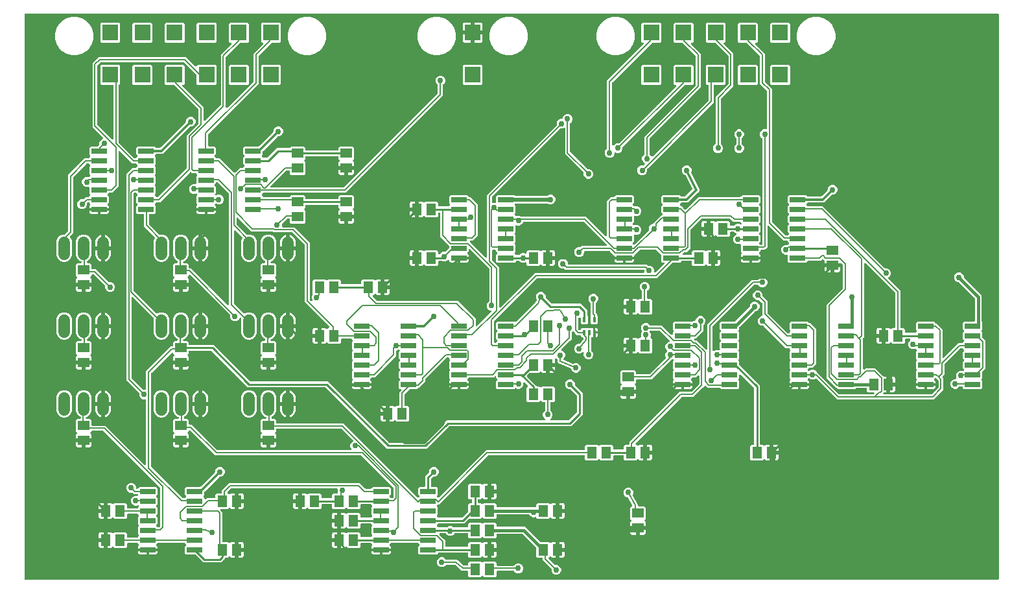
<source format=gbr>
G04 EAGLE Gerber RS-274X export*
G75*
%MOMM*%
%FSLAX34Y34*%
%LPD*%
%INTop Copper*%
%IPPOS*%
%AMOC8*
5,1,8,0,0,1.08239X$1,22.5*%
G01*
%ADD10R,1.300000X1.500000*%
%ADD11R,2.032000X0.660400*%
%ADD12R,1.500000X1.300000*%
%ADD13C,1.524000*%
%ADD14R,2.100000X2.100000*%
%ADD15R,0.400000X0.700000*%
%ADD16C,0.254000*%
%ADD17C,0.406400*%
%ADD18C,0.756400*%
%ADD19C,0.304800*%
%ADD20C,0.508000*%
%ADD21C,0.152400*%

G36*
X1282818Y11446D02*
X1282818Y11446D01*
X1282937Y11453D01*
X1282975Y11466D01*
X1283016Y11471D01*
X1283126Y11514D01*
X1283239Y11551D01*
X1283274Y11573D01*
X1283311Y11588D01*
X1283407Y11658D01*
X1283508Y11721D01*
X1283536Y11751D01*
X1283569Y11774D01*
X1283645Y11866D01*
X1283726Y11953D01*
X1283746Y11988D01*
X1283771Y12019D01*
X1283822Y12127D01*
X1283880Y12231D01*
X1283890Y12271D01*
X1283907Y12307D01*
X1283929Y12424D01*
X1283959Y12539D01*
X1283963Y12600D01*
X1283967Y12620D01*
X1283965Y12640D01*
X1283969Y12700D01*
X1283969Y749300D01*
X1283954Y749418D01*
X1283947Y749537D01*
X1283934Y749575D01*
X1283929Y749616D01*
X1283886Y749726D01*
X1283849Y749839D01*
X1283827Y749874D01*
X1283812Y749911D01*
X1283743Y750007D01*
X1283679Y750108D01*
X1283649Y750136D01*
X1283626Y750169D01*
X1283534Y750245D01*
X1283447Y750326D01*
X1283412Y750346D01*
X1283381Y750371D01*
X1283273Y750422D01*
X1283169Y750480D01*
X1283129Y750490D01*
X1283093Y750507D01*
X1282976Y750529D01*
X1282861Y750559D01*
X1282801Y750563D01*
X1282781Y750567D01*
X1282760Y750565D01*
X1282700Y750569D01*
X12700Y750569D01*
X12582Y750554D01*
X12463Y750547D01*
X12425Y750534D01*
X12384Y750529D01*
X12274Y750486D01*
X12161Y750449D01*
X12126Y750427D01*
X12089Y750412D01*
X11993Y750343D01*
X11892Y750279D01*
X11864Y750249D01*
X11831Y750226D01*
X11756Y750134D01*
X11674Y750047D01*
X11654Y750012D01*
X11629Y749981D01*
X11578Y749873D01*
X11520Y749769D01*
X11510Y749729D01*
X11493Y749693D01*
X11471Y749576D01*
X11441Y749461D01*
X11437Y749401D01*
X11433Y749381D01*
X11435Y749360D01*
X11431Y749300D01*
X11431Y12700D01*
X11446Y12582D01*
X11453Y12463D01*
X11466Y12425D01*
X11471Y12384D01*
X11514Y12274D01*
X11551Y12161D01*
X11573Y12126D01*
X11588Y12089D01*
X11658Y11993D01*
X11721Y11892D01*
X11751Y11864D01*
X11774Y11831D01*
X11866Y11756D01*
X11953Y11674D01*
X11988Y11654D01*
X12019Y11629D01*
X12127Y11578D01*
X12231Y11520D01*
X12271Y11510D01*
X12307Y11493D01*
X12424Y11471D01*
X12539Y11441D01*
X12600Y11437D01*
X12620Y11433D01*
X12640Y11435D01*
X12700Y11431D01*
X1282700Y11431D01*
X1282818Y11446D01*
G37*
%LPC*%
G36*
X704862Y18061D02*
X704862Y18061D01*
X702538Y19024D01*
X700760Y20802D01*
X699797Y23126D01*
X699797Y25510D01*
X699785Y25608D01*
X699782Y25707D01*
X699765Y25766D01*
X699757Y25826D01*
X699721Y25918D01*
X699693Y26013D01*
X699663Y26065D01*
X699640Y26121D01*
X699582Y26202D01*
X699532Y26287D01*
X699466Y26362D01*
X699454Y26379D01*
X699444Y26387D01*
X699426Y26408D01*
X690900Y34934D01*
X688593Y37240D01*
X688593Y39490D01*
X688578Y39608D01*
X688571Y39727D01*
X688558Y39765D01*
X688553Y39806D01*
X688510Y39916D01*
X688473Y40029D01*
X688451Y40064D01*
X688436Y40101D01*
X688367Y40197D01*
X688303Y40298D01*
X688273Y40326D01*
X688250Y40359D01*
X688158Y40435D01*
X688071Y40516D01*
X688036Y40536D01*
X688005Y40561D01*
X687897Y40612D01*
X687793Y40670D01*
X687753Y40680D01*
X687717Y40697D01*
X687600Y40719D01*
X687485Y40749D01*
X687425Y40753D01*
X687405Y40757D01*
X687384Y40755D01*
X687324Y40759D01*
X681448Y40759D01*
X679959Y42248D01*
X679959Y52848D01*
X679947Y52946D01*
X679944Y53045D01*
X679927Y53104D01*
X679919Y53164D01*
X679883Y53256D01*
X679855Y53351D01*
X679825Y53403D01*
X679802Y53459D01*
X679744Y53539D01*
X679694Y53625D01*
X679628Y53700D01*
X679616Y53717D01*
X679606Y53725D01*
X679588Y53746D01*
X662078Y71256D01*
X661999Y71316D01*
X661927Y71384D01*
X661874Y71413D01*
X661826Y71450D01*
X661735Y71490D01*
X661649Y71538D01*
X661590Y71553D01*
X661535Y71577D01*
X661437Y71592D01*
X661341Y71617D01*
X661241Y71623D01*
X661220Y71627D01*
X661208Y71625D01*
X661180Y71627D01*
X629410Y71627D01*
X629292Y71612D01*
X629173Y71605D01*
X629135Y71592D01*
X629094Y71587D01*
X628984Y71544D01*
X628871Y71507D01*
X628836Y71485D01*
X628799Y71470D01*
X628703Y71401D01*
X628602Y71337D01*
X628574Y71307D01*
X628541Y71284D01*
X628465Y71192D01*
X628384Y71105D01*
X628364Y71070D01*
X628339Y71039D01*
X628288Y70931D01*
X628230Y70827D01*
X628220Y70787D01*
X628203Y70751D01*
X628181Y70634D01*
X628151Y70519D01*
X628147Y70459D01*
X628143Y70439D01*
X628145Y70418D01*
X628141Y70358D01*
X628141Y67648D01*
X626652Y66159D01*
X611548Y66159D01*
X610497Y67209D01*
X610403Y67282D01*
X610314Y67361D01*
X610278Y67379D01*
X610246Y67404D01*
X610137Y67452D01*
X610031Y67506D01*
X609992Y67515D01*
X609954Y67531D01*
X609837Y67549D01*
X609721Y67575D01*
X609680Y67574D01*
X609640Y67580D01*
X609522Y67569D01*
X609403Y67566D01*
X609364Y67554D01*
X609324Y67551D01*
X609212Y67510D01*
X609097Y67477D01*
X609062Y67457D01*
X609024Y67443D01*
X608926Y67376D01*
X608823Y67316D01*
X608778Y67276D01*
X608761Y67264D01*
X608748Y67249D01*
X608702Y67209D01*
X607652Y66159D01*
X592548Y66159D01*
X591059Y67648D01*
X591059Y71120D01*
X591044Y71238D01*
X591037Y71357D01*
X591024Y71395D01*
X591019Y71436D01*
X590976Y71546D01*
X590939Y71659D01*
X590917Y71694D01*
X590902Y71731D01*
X590833Y71827D01*
X590769Y71928D01*
X590739Y71956D01*
X590716Y71989D01*
X590624Y72065D01*
X590537Y72146D01*
X590502Y72166D01*
X590471Y72191D01*
X590363Y72242D01*
X590259Y72300D01*
X590219Y72310D01*
X590183Y72327D01*
X590066Y72349D01*
X589951Y72379D01*
X589891Y72383D01*
X589871Y72387D01*
X589850Y72385D01*
X589790Y72389D01*
X573970Y72389D01*
X573941Y72386D01*
X573911Y72388D01*
X573783Y72366D01*
X573655Y72349D01*
X573627Y72339D01*
X573598Y72334D01*
X573479Y72280D01*
X573359Y72232D01*
X573335Y72215D01*
X573308Y72203D01*
X573206Y72122D01*
X573102Y72046D01*
X573083Y72023D01*
X573060Y72004D01*
X572982Y71901D01*
X572899Y71801D01*
X572886Y71774D01*
X572868Y71750D01*
X572797Y71606D01*
X572796Y71602D01*
X571018Y69824D01*
X568694Y68861D01*
X566178Y68861D01*
X563854Y69824D01*
X562076Y71602D01*
X562075Y71606D01*
X562067Y71619D01*
X562065Y71625D01*
X562059Y71635D01*
X562051Y71659D01*
X561981Y71769D01*
X561917Y71882D01*
X561896Y71903D01*
X561881Y71928D01*
X561786Y72017D01*
X561696Y72110D01*
X561671Y72126D01*
X561649Y72146D01*
X561535Y72209D01*
X561425Y72277D01*
X561396Y72285D01*
X561370Y72300D01*
X561245Y72332D01*
X561121Y72370D01*
X561091Y72372D01*
X561063Y72379D01*
X560902Y72389D01*
X554598Y72389D01*
X554460Y72372D01*
X554321Y72359D01*
X554302Y72352D01*
X554282Y72349D01*
X554153Y72298D01*
X554022Y72251D01*
X554005Y72240D01*
X553987Y72232D01*
X553874Y72151D01*
X553759Y72073D01*
X553746Y72057D01*
X553729Y72046D01*
X553640Y71938D01*
X553548Y71834D01*
X553539Y71816D01*
X553526Y71801D01*
X553467Y71675D01*
X553404Y71551D01*
X553399Y71531D01*
X553391Y71513D01*
X553365Y71377D01*
X553334Y71241D01*
X553335Y71220D01*
X553331Y71201D01*
X553340Y71062D01*
X553344Y70923D01*
X553350Y70903D01*
X553351Y70883D01*
X553394Y70751D01*
X553432Y70617D01*
X553443Y70600D01*
X553449Y70581D01*
X553523Y70463D01*
X553594Y70343D01*
X553612Y70322D01*
X553619Y70312D01*
X553634Y70298D01*
X553700Y70223D01*
X558780Y65142D01*
X561087Y62836D01*
X561087Y55880D01*
X561102Y55762D01*
X561109Y55643D01*
X561122Y55605D01*
X561127Y55564D01*
X561170Y55454D01*
X561207Y55341D01*
X561229Y55306D01*
X561244Y55269D01*
X561313Y55173D01*
X561377Y55072D01*
X561407Y55044D01*
X561430Y55011D01*
X561522Y54935D01*
X561609Y54854D01*
X561644Y54834D01*
X561675Y54809D01*
X561783Y54758D01*
X561887Y54700D01*
X561927Y54690D01*
X561963Y54673D01*
X562080Y54651D01*
X562195Y54621D01*
X562255Y54617D01*
X562275Y54613D01*
X562296Y54615D01*
X562356Y54611D01*
X589790Y54611D01*
X589908Y54626D01*
X590027Y54633D01*
X590065Y54646D01*
X590106Y54651D01*
X590216Y54694D01*
X590329Y54731D01*
X590364Y54753D01*
X590401Y54768D01*
X590497Y54837D01*
X590598Y54901D01*
X590626Y54931D01*
X590659Y54954D01*
X590735Y55046D01*
X590816Y55133D01*
X590836Y55168D01*
X590861Y55199D01*
X590912Y55307D01*
X590970Y55411D01*
X590980Y55451D01*
X590997Y55487D01*
X591019Y55604D01*
X591049Y55719D01*
X591053Y55779D01*
X591057Y55799D01*
X591055Y55820D01*
X591059Y55880D01*
X591059Y59352D01*
X592548Y60841D01*
X607652Y60841D01*
X608703Y59791D01*
X608797Y59718D01*
X608886Y59639D01*
X608922Y59620D01*
X608954Y59596D01*
X609063Y59548D01*
X609169Y59494D01*
X609208Y59485D01*
X609246Y59469D01*
X609363Y59451D01*
X609479Y59425D01*
X609520Y59426D01*
X609560Y59419D01*
X609678Y59431D01*
X609797Y59434D01*
X609836Y59446D01*
X609876Y59449D01*
X609988Y59490D01*
X610103Y59523D01*
X610138Y59543D01*
X610176Y59557D01*
X610274Y59624D01*
X610377Y59684D01*
X610422Y59724D01*
X610439Y59735D01*
X610452Y59751D01*
X610498Y59791D01*
X611040Y60333D01*
X611619Y60668D01*
X612266Y60841D01*
X616561Y60841D01*
X616561Y52070D01*
X616576Y51952D01*
X616583Y51833D01*
X616596Y51795D01*
X616601Y51755D01*
X616644Y51644D01*
X616681Y51531D01*
X616703Y51496D01*
X616718Y51459D01*
X616788Y51363D01*
X616851Y51262D01*
X616881Y51234D01*
X616905Y51202D01*
X616996Y51126D01*
X617083Y51044D01*
X617118Y51025D01*
X617149Y50999D01*
X617257Y50948D01*
X617361Y50891D01*
X617401Y50880D01*
X617437Y50863D01*
X617554Y50841D01*
X617669Y50811D01*
X617730Y50807D01*
X617750Y50803D01*
X617770Y50805D01*
X617830Y50801D01*
X619101Y50801D01*
X619101Y50799D01*
X617830Y50799D01*
X617712Y50784D01*
X617593Y50777D01*
X617555Y50764D01*
X617515Y50759D01*
X617404Y50715D01*
X617291Y50679D01*
X617256Y50657D01*
X617219Y50642D01*
X617123Y50572D01*
X617022Y50509D01*
X616994Y50479D01*
X616961Y50455D01*
X616886Y50364D01*
X616804Y50277D01*
X616784Y50242D01*
X616759Y50210D01*
X616708Y50103D01*
X616650Y49999D01*
X616640Y49959D01*
X616623Y49923D01*
X616601Y49806D01*
X616571Y49691D01*
X616567Y49630D01*
X616563Y49610D01*
X616564Y49594D01*
X616563Y49589D01*
X616564Y49579D01*
X616561Y49530D01*
X616561Y40759D01*
X612266Y40759D01*
X611619Y40932D01*
X611040Y41267D01*
X610498Y41809D01*
X610403Y41882D01*
X610314Y41961D01*
X610278Y41980D01*
X610246Y42004D01*
X610137Y42052D01*
X610031Y42106D01*
X609992Y42115D01*
X609954Y42131D01*
X609836Y42149D01*
X609721Y42175D01*
X609680Y42174D01*
X609640Y42181D01*
X609522Y42169D01*
X609403Y42166D01*
X609364Y42154D01*
X609324Y42151D01*
X609212Y42110D01*
X609097Y42077D01*
X609062Y42057D01*
X609024Y42043D01*
X608926Y41976D01*
X608823Y41916D01*
X608778Y41876D01*
X608761Y41865D01*
X608748Y41849D01*
X608703Y41809D01*
X607652Y40759D01*
X592548Y40759D01*
X591059Y42248D01*
X591059Y45720D01*
X591044Y45838D01*
X591037Y45957D01*
X591024Y45995D01*
X591019Y46036D01*
X590976Y46146D01*
X590939Y46259D01*
X590917Y46294D01*
X590902Y46331D01*
X590833Y46427D01*
X590769Y46528D01*
X590739Y46556D01*
X590716Y46589D01*
X590624Y46665D01*
X590537Y46746D01*
X590502Y46766D01*
X590471Y46791D01*
X590363Y46842D01*
X590259Y46900D01*
X590219Y46910D01*
X590183Y46927D01*
X590066Y46949D01*
X589951Y46979D01*
X589891Y46983D01*
X589871Y46987D01*
X589850Y46985D01*
X589790Y46989D01*
X552504Y46989D01*
X552406Y46977D01*
X552307Y46974D01*
X552249Y46957D01*
X552189Y46949D01*
X552097Y46913D01*
X552001Y46885D01*
X551949Y46855D01*
X551893Y46832D01*
X551813Y46774D01*
X551728Y46724D01*
X551652Y46658D01*
X551636Y46646D01*
X551628Y46636D01*
X551618Y46627D01*
X551616Y46626D01*
X551615Y46625D01*
X551607Y46618D01*
X549946Y44957D01*
X527522Y44957D01*
X526033Y46446D01*
X526033Y55154D01*
X527131Y56253D01*
X527204Y56347D01*
X527283Y56436D01*
X527301Y56472D01*
X527326Y56504D01*
X527374Y56613D01*
X527428Y56719D01*
X527437Y56758D01*
X527453Y56796D01*
X527471Y56913D01*
X527497Y57029D01*
X527496Y57070D01*
X527502Y57110D01*
X527491Y57228D01*
X527488Y57347D01*
X527476Y57386D01*
X527473Y57426D01*
X527432Y57538D01*
X527399Y57653D01*
X527379Y57688D01*
X527365Y57726D01*
X527298Y57824D01*
X527238Y57927D01*
X527198Y57972D01*
X527186Y57989D01*
X527171Y58002D01*
X527131Y58048D01*
X525861Y59318D01*
X525783Y59378D01*
X525711Y59446D01*
X525658Y59475D01*
X525610Y59512D01*
X525519Y59552D01*
X525432Y59600D01*
X525374Y59615D01*
X525318Y59639D01*
X525220Y59654D01*
X525125Y59679D01*
X525024Y59685D01*
X525004Y59689D01*
X524992Y59687D01*
X524964Y59689D01*
X491036Y59689D01*
X490938Y59677D01*
X490839Y59674D01*
X490781Y59657D01*
X490721Y59649D01*
X490629Y59613D01*
X490533Y59585D01*
X490481Y59555D01*
X490425Y59532D01*
X490345Y59474D01*
X490260Y59424D01*
X490184Y59358D01*
X490168Y59346D01*
X490160Y59336D01*
X490139Y59318D01*
X488869Y58047D01*
X488796Y57954D01*
X488717Y57864D01*
X488698Y57828D01*
X488674Y57796D01*
X488626Y57687D01*
X488572Y57581D01*
X488563Y57542D01*
X488547Y57504D01*
X488529Y57387D01*
X488503Y57271D01*
X488504Y57230D01*
X488497Y57190D01*
X488509Y57072D01*
X488512Y56953D01*
X488524Y56914D01*
X488527Y56874D01*
X488568Y56762D01*
X488601Y56647D01*
X488621Y56612D01*
X488635Y56574D01*
X488702Y56476D01*
X488762Y56373D01*
X488802Y56328D01*
X488813Y56311D01*
X488829Y56298D01*
X488869Y56252D01*
X489459Y55662D01*
X489794Y55083D01*
X489967Y54436D01*
X489967Y52450D01*
X477647Y52450D01*
X477529Y52435D01*
X477410Y52428D01*
X477372Y52415D01*
X477332Y52410D01*
X477276Y52388D01*
X477161Y52410D01*
X477045Y52440D01*
X476985Y52444D01*
X476965Y52448D01*
X476945Y52446D01*
X476885Y52450D01*
X464565Y52450D01*
X464565Y54436D01*
X464738Y55083D01*
X465073Y55662D01*
X465663Y56252D01*
X465736Y56346D01*
X465815Y56436D01*
X465834Y56472D01*
X465858Y56504D01*
X465906Y56613D01*
X465960Y56719D01*
X465969Y56758D01*
X465985Y56796D01*
X466003Y56914D01*
X466029Y57029D01*
X466028Y57070D01*
X466035Y57110D01*
X466023Y57228D01*
X466020Y57347D01*
X466008Y57386D01*
X466005Y57426D01*
X465964Y57538D01*
X465931Y57653D01*
X465911Y57688D01*
X465897Y57726D01*
X465830Y57824D01*
X465770Y57927D01*
X465730Y57972D01*
X465719Y57989D01*
X465703Y58002D01*
X465663Y58047D01*
X464393Y59318D01*
X464315Y59378D01*
X464243Y59446D01*
X464190Y59475D01*
X464142Y59512D01*
X464051Y59552D01*
X463964Y59600D01*
X463906Y59615D01*
X463850Y59639D01*
X463752Y59654D01*
X463657Y59679D01*
X463556Y59685D01*
X463536Y59689D01*
X463524Y59687D01*
X463496Y59689D01*
X451610Y59689D01*
X451492Y59674D01*
X451373Y59667D01*
X451335Y59654D01*
X451294Y59649D01*
X451184Y59606D01*
X451071Y59569D01*
X451036Y59547D01*
X450999Y59532D01*
X450903Y59463D01*
X450802Y59399D01*
X450774Y59369D01*
X450741Y59346D01*
X450665Y59254D01*
X450584Y59167D01*
X450564Y59132D01*
X450539Y59101D01*
X450488Y58993D01*
X450430Y58889D01*
X450420Y58849D01*
X450403Y58813D01*
X450381Y58696D01*
X450351Y58581D01*
X450347Y58521D01*
X450343Y58501D01*
X450345Y58480D01*
X450343Y58474D01*
X450344Y58467D01*
X450341Y58420D01*
X450341Y54948D01*
X448852Y53459D01*
X433748Y53459D01*
X432697Y54509D01*
X432603Y54582D01*
X432514Y54661D01*
X432478Y54679D01*
X432446Y54704D01*
X432337Y54752D01*
X432231Y54806D01*
X432192Y54815D01*
X432154Y54831D01*
X432037Y54849D01*
X431921Y54875D01*
X431880Y54874D01*
X431840Y54880D01*
X431722Y54869D01*
X431603Y54866D01*
X431564Y54854D01*
X431524Y54851D01*
X431411Y54810D01*
X431297Y54777D01*
X431262Y54757D01*
X431224Y54743D01*
X431126Y54676D01*
X431023Y54616D01*
X430978Y54576D01*
X430961Y54564D01*
X430948Y54549D01*
X430902Y54509D01*
X430360Y53967D01*
X429781Y53632D01*
X429134Y53459D01*
X424839Y53459D01*
X424839Y62230D01*
X424824Y62348D01*
X424817Y62467D01*
X424804Y62505D01*
X424799Y62545D01*
X424755Y62656D01*
X424719Y62769D01*
X424697Y62804D01*
X424682Y62841D01*
X424612Y62937D01*
X424549Y63038D01*
X424519Y63066D01*
X424495Y63098D01*
X424404Y63174D01*
X424317Y63256D01*
X424282Y63275D01*
X424250Y63301D01*
X424143Y63352D01*
X424039Y63409D01*
X423999Y63420D01*
X423963Y63437D01*
X423846Y63459D01*
X423731Y63489D01*
X423670Y63493D01*
X423650Y63497D01*
X423630Y63495D01*
X423570Y63499D01*
X422299Y63499D01*
X422299Y63501D01*
X423570Y63501D01*
X423688Y63516D01*
X423807Y63523D01*
X423845Y63536D01*
X423885Y63541D01*
X423996Y63585D01*
X424109Y63621D01*
X424144Y63643D01*
X424181Y63658D01*
X424277Y63728D01*
X424378Y63791D01*
X424406Y63821D01*
X424438Y63845D01*
X424514Y63936D01*
X424596Y64023D01*
X424615Y64058D01*
X424641Y64090D01*
X424692Y64197D01*
X424749Y64301D01*
X424760Y64341D01*
X424777Y64377D01*
X424799Y64494D01*
X424829Y64609D01*
X424833Y64670D01*
X424837Y64690D01*
X424835Y64710D01*
X424839Y64770D01*
X424839Y73541D01*
X429134Y73541D01*
X429781Y73368D01*
X430360Y73033D01*
X430902Y72491D01*
X430997Y72418D01*
X431086Y72339D01*
X431122Y72321D01*
X431154Y72296D01*
X431263Y72248D01*
X431369Y72194D01*
X431408Y72185D01*
X431446Y72169D01*
X431563Y72151D01*
X431679Y72125D01*
X431720Y72126D01*
X431760Y72120D01*
X431878Y72131D01*
X431997Y72134D01*
X432036Y72146D01*
X432076Y72149D01*
X432189Y72190D01*
X432303Y72223D01*
X432337Y72243D01*
X432376Y72257D01*
X432474Y72324D01*
X432577Y72384D01*
X432622Y72424D01*
X432639Y72436D01*
X432652Y72451D01*
X432697Y72491D01*
X433748Y73541D01*
X448852Y73541D01*
X450341Y72052D01*
X450341Y68580D01*
X450356Y68462D01*
X450363Y68343D01*
X450376Y68305D01*
X450381Y68264D01*
X450424Y68154D01*
X450461Y68041D01*
X450483Y68006D01*
X450498Y67969D01*
X450567Y67873D01*
X450631Y67772D01*
X450661Y67744D01*
X450684Y67711D01*
X450776Y67635D01*
X450863Y67554D01*
X450898Y67534D01*
X450929Y67509D01*
X451037Y67458D01*
X451141Y67400D01*
X451181Y67390D01*
X451217Y67373D01*
X451334Y67351D01*
X451449Y67321D01*
X451509Y67317D01*
X451529Y67313D01*
X451550Y67315D01*
X451610Y67311D01*
X463496Y67311D01*
X463594Y67323D01*
X463693Y67326D01*
X463751Y67343D01*
X463811Y67351D01*
X463903Y67387D01*
X463999Y67415D01*
X464051Y67445D01*
X464107Y67468D01*
X464187Y67526D01*
X464272Y67576D01*
X464348Y67642D01*
X464364Y67654D01*
X464372Y67664D01*
X464393Y67682D01*
X465663Y68953D01*
X465736Y69047D01*
X465815Y69136D01*
X465833Y69172D01*
X465858Y69204D01*
X465906Y69313D01*
X465960Y69419D01*
X465969Y69458D01*
X465985Y69496D01*
X466003Y69613D01*
X466029Y69729D01*
X466028Y69770D01*
X466034Y69810D01*
X466023Y69928D01*
X466020Y70047D01*
X466008Y70086D01*
X466005Y70126D01*
X465964Y70238D01*
X465931Y70353D01*
X465911Y70388D01*
X465897Y70426D01*
X465830Y70524D01*
X465770Y70627D01*
X465730Y70672D01*
X465718Y70689D01*
X465703Y70702D01*
X465663Y70748D01*
X464565Y71846D01*
X464565Y80554D01*
X465663Y81653D01*
X465736Y81747D01*
X465815Y81836D01*
X465833Y81872D01*
X465858Y81904D01*
X465906Y82013D01*
X465960Y82119D01*
X465969Y82158D01*
X465985Y82196D01*
X466003Y82313D01*
X466029Y82429D01*
X466028Y82470D01*
X466034Y82510D01*
X466023Y82628D01*
X466020Y82747D01*
X466008Y82786D01*
X466005Y82826D01*
X465964Y82938D01*
X465931Y83053D01*
X465911Y83088D01*
X465897Y83126D01*
X465830Y83224D01*
X465770Y83327D01*
X465730Y83372D01*
X465718Y83389D01*
X465703Y83402D01*
X465663Y83448D01*
X464393Y84718D01*
X464315Y84778D01*
X464243Y84846D01*
X464190Y84875D01*
X464142Y84912D01*
X464051Y84952D01*
X463964Y85000D01*
X463906Y85015D01*
X463850Y85039D01*
X463752Y85054D01*
X463657Y85079D01*
X463556Y85085D01*
X463536Y85089D01*
X463524Y85087D01*
X463496Y85089D01*
X451610Y85089D01*
X451492Y85074D01*
X451373Y85067D01*
X451335Y85054D01*
X451294Y85049D01*
X451184Y85006D01*
X451071Y84969D01*
X451036Y84947D01*
X450999Y84932D01*
X450903Y84863D01*
X450802Y84799D01*
X450774Y84769D01*
X450741Y84746D01*
X450665Y84654D01*
X450584Y84567D01*
X450564Y84532D01*
X450539Y84501D01*
X450488Y84393D01*
X450430Y84289D01*
X450420Y84249D01*
X450403Y84213D01*
X450381Y84096D01*
X450351Y83981D01*
X450347Y83921D01*
X450343Y83901D01*
X450345Y83880D01*
X450341Y83820D01*
X450341Y80348D01*
X448852Y78859D01*
X433748Y78859D01*
X432697Y79909D01*
X432603Y79982D01*
X432514Y80061D01*
X432478Y80080D01*
X432446Y80104D01*
X432337Y80152D01*
X432231Y80206D01*
X432192Y80215D01*
X432154Y80231D01*
X432037Y80249D01*
X431921Y80275D01*
X431880Y80274D01*
X431840Y80281D01*
X431722Y80269D01*
X431603Y80266D01*
X431564Y80254D01*
X431524Y80251D01*
X431412Y80210D01*
X431297Y80177D01*
X431262Y80157D01*
X431224Y80143D01*
X431126Y80076D01*
X431023Y80016D01*
X430978Y79976D01*
X430961Y79965D01*
X430948Y79949D01*
X430902Y79909D01*
X430360Y79367D01*
X429781Y79032D01*
X429134Y78859D01*
X424839Y78859D01*
X424839Y87630D01*
X424824Y87748D01*
X424817Y87867D01*
X424804Y87905D01*
X424799Y87945D01*
X424755Y88056D01*
X424719Y88169D01*
X424697Y88204D01*
X424682Y88241D01*
X424612Y88337D01*
X424549Y88438D01*
X424519Y88466D01*
X424495Y88498D01*
X424404Y88574D01*
X424317Y88656D01*
X424282Y88675D01*
X424250Y88701D01*
X424143Y88752D01*
X424039Y88809D01*
X423999Y88820D01*
X423963Y88837D01*
X423846Y88859D01*
X423731Y88889D01*
X423670Y88893D01*
X423650Y88897D01*
X423630Y88895D01*
X423570Y88899D01*
X422299Y88899D01*
X422299Y88901D01*
X423570Y88901D01*
X423688Y88916D01*
X423807Y88923D01*
X423845Y88936D01*
X423885Y88941D01*
X423996Y88985D01*
X424109Y89021D01*
X424144Y89043D01*
X424181Y89058D01*
X424277Y89128D01*
X424378Y89191D01*
X424406Y89221D01*
X424438Y89245D01*
X424514Y89336D01*
X424596Y89423D01*
X424615Y89458D01*
X424641Y89490D01*
X424692Y89597D01*
X424749Y89701D01*
X424760Y89741D01*
X424777Y89777D01*
X424799Y89894D01*
X424829Y90009D01*
X424833Y90070D01*
X424837Y90090D01*
X424835Y90110D01*
X424839Y90170D01*
X424839Y98941D01*
X429134Y98941D01*
X429781Y98768D01*
X430360Y98433D01*
X430902Y97891D01*
X430997Y97818D01*
X431086Y97739D01*
X431122Y97720D01*
X431154Y97696D01*
X431263Y97648D01*
X431369Y97594D01*
X431408Y97585D01*
X431446Y97569D01*
X431564Y97551D01*
X431679Y97525D01*
X431720Y97526D01*
X431760Y97519D01*
X431878Y97531D01*
X431997Y97534D01*
X432036Y97546D01*
X432076Y97549D01*
X432188Y97590D01*
X432303Y97623D01*
X432338Y97643D01*
X432376Y97657D01*
X432474Y97724D01*
X432577Y97784D01*
X432622Y97824D01*
X432639Y97835D01*
X432652Y97851D01*
X432697Y97891D01*
X433748Y98941D01*
X448852Y98941D01*
X450341Y97452D01*
X450341Y93980D01*
X450356Y93862D01*
X450363Y93743D01*
X450376Y93705D01*
X450381Y93664D01*
X450424Y93554D01*
X450461Y93441D01*
X450483Y93406D01*
X450498Y93369D01*
X450567Y93273D01*
X450631Y93172D01*
X450661Y93144D01*
X450684Y93111D01*
X450776Y93035D01*
X450863Y92954D01*
X450898Y92934D01*
X450929Y92909D01*
X451037Y92858D01*
X451141Y92800D01*
X451181Y92790D01*
X451217Y92773D01*
X451334Y92751D01*
X451449Y92721D01*
X451509Y92717D01*
X451529Y92713D01*
X451550Y92715D01*
X451610Y92711D01*
X463496Y92711D01*
X463594Y92723D01*
X463693Y92726D01*
X463751Y92743D01*
X463811Y92751D01*
X463903Y92787D01*
X463999Y92815D01*
X464051Y92845D01*
X464107Y92868D01*
X464187Y92926D01*
X464272Y92976D01*
X464348Y93042D01*
X464364Y93054D01*
X464372Y93064D01*
X464393Y93082D01*
X465663Y94353D01*
X465736Y94447D01*
X465815Y94536D01*
X465833Y94572D01*
X465858Y94604D01*
X465906Y94713D01*
X465960Y94819D01*
X465969Y94858D01*
X465985Y94896D01*
X466003Y95013D01*
X466029Y95129D01*
X466028Y95170D01*
X466034Y95210D01*
X466023Y95328D01*
X466020Y95447D01*
X466008Y95486D01*
X466005Y95526D01*
X465964Y95638D01*
X465931Y95753D01*
X465911Y95788D01*
X465897Y95826D01*
X465830Y95924D01*
X465770Y96027D01*
X465730Y96072D01*
X465718Y96089D01*
X465703Y96102D01*
X465663Y96148D01*
X464565Y97246D01*
X464565Y105954D01*
X465663Y107053D01*
X465736Y107147D01*
X465815Y107236D01*
X465833Y107272D01*
X465858Y107304D01*
X465906Y107413D01*
X465960Y107519D01*
X465969Y107558D01*
X465985Y107596D01*
X466003Y107713D01*
X466029Y107829D01*
X466028Y107870D01*
X466034Y107910D01*
X466023Y108028D01*
X466020Y108147D01*
X466008Y108186D01*
X466005Y108226D01*
X465964Y108338D01*
X465931Y108453D01*
X465911Y108488D01*
X465897Y108526D01*
X465830Y108624D01*
X465770Y108727D01*
X465730Y108772D01*
X465718Y108789D01*
X465703Y108802D01*
X465663Y108848D01*
X464393Y110118D01*
X464315Y110178D01*
X464243Y110246D01*
X464190Y110275D01*
X464142Y110312D01*
X464051Y110352D01*
X463964Y110400D01*
X463906Y110415D01*
X463850Y110439D01*
X463752Y110454D01*
X463657Y110479D01*
X463556Y110485D01*
X463536Y110489D01*
X463524Y110487D01*
X463496Y110489D01*
X451610Y110489D01*
X451492Y110474D01*
X451373Y110467D01*
X451335Y110454D01*
X451294Y110449D01*
X451184Y110406D01*
X451071Y110369D01*
X451036Y110347D01*
X450999Y110332D01*
X450903Y110263D01*
X450802Y110199D01*
X450774Y110169D01*
X450741Y110146D01*
X450665Y110054D01*
X450584Y109967D01*
X450564Y109932D01*
X450539Y109901D01*
X450488Y109793D01*
X450430Y109689D01*
X450420Y109649D01*
X450403Y109613D01*
X450381Y109496D01*
X450351Y109381D01*
X450347Y109321D01*
X450343Y109301D01*
X450345Y109280D01*
X450341Y109220D01*
X450341Y105748D01*
X448852Y104259D01*
X433748Y104259D01*
X432698Y105309D01*
X432603Y105382D01*
X432514Y105461D01*
X432478Y105480D01*
X432446Y105504D01*
X432337Y105552D01*
X432231Y105606D01*
X432192Y105615D01*
X432154Y105631D01*
X432037Y105649D01*
X431921Y105675D01*
X431880Y105674D01*
X431840Y105680D01*
X431722Y105669D01*
X431603Y105666D01*
X431564Y105654D01*
X431524Y105651D01*
X431411Y105610D01*
X431297Y105577D01*
X431263Y105557D01*
X431224Y105543D01*
X431126Y105476D01*
X431023Y105416D01*
X430978Y105376D01*
X430961Y105364D01*
X430948Y105349D01*
X430903Y105309D01*
X429852Y104259D01*
X414748Y104259D01*
X413259Y105748D01*
X413259Y109220D01*
X413244Y109338D01*
X413237Y109457D01*
X413224Y109495D01*
X413219Y109536D01*
X413176Y109646D01*
X413139Y109759D01*
X413117Y109794D01*
X413102Y109831D01*
X413033Y109927D01*
X412969Y110028D01*
X412939Y110056D01*
X412916Y110089D01*
X412824Y110165D01*
X412737Y110246D01*
X412702Y110266D01*
X412671Y110291D01*
X412563Y110342D01*
X412459Y110400D01*
X412419Y110410D01*
X412383Y110427D01*
X412266Y110449D01*
X412151Y110479D01*
X412091Y110483D01*
X412071Y110487D01*
X412050Y110485D01*
X411990Y110489D01*
X400810Y110489D01*
X400692Y110474D01*
X400573Y110467D01*
X400535Y110454D01*
X400494Y110449D01*
X400384Y110406D01*
X400271Y110369D01*
X400236Y110347D01*
X400199Y110332D01*
X400103Y110263D01*
X400002Y110199D01*
X399974Y110169D01*
X399941Y110146D01*
X399865Y110054D01*
X399784Y109967D01*
X399764Y109932D01*
X399739Y109901D01*
X399688Y109793D01*
X399630Y109689D01*
X399620Y109649D01*
X399603Y109613D01*
X399581Y109496D01*
X399551Y109381D01*
X399547Y109321D01*
X399543Y109301D01*
X399545Y109280D01*
X399541Y109220D01*
X399541Y105748D01*
X398052Y104259D01*
X382948Y104259D01*
X381897Y105309D01*
X381803Y105382D01*
X381714Y105461D01*
X381678Y105480D01*
X381646Y105504D01*
X381537Y105552D01*
X381431Y105606D01*
X381392Y105615D01*
X381354Y105631D01*
X381237Y105649D01*
X381121Y105675D01*
X381080Y105674D01*
X381040Y105681D01*
X380922Y105669D01*
X380803Y105666D01*
X380764Y105654D01*
X380724Y105651D01*
X380612Y105610D01*
X380497Y105577D01*
X380462Y105557D01*
X380424Y105543D01*
X380326Y105476D01*
X380223Y105416D01*
X380178Y105376D01*
X380161Y105365D01*
X380148Y105349D01*
X380102Y105309D01*
X379560Y104767D01*
X378981Y104432D01*
X378334Y104259D01*
X374039Y104259D01*
X374039Y113030D01*
X374024Y113148D01*
X374017Y113267D01*
X374004Y113305D01*
X373999Y113345D01*
X373955Y113456D01*
X373919Y113569D01*
X373897Y113604D01*
X373882Y113641D01*
X373812Y113737D01*
X373749Y113838D01*
X373719Y113866D01*
X373695Y113898D01*
X373604Y113974D01*
X373517Y114056D01*
X373482Y114075D01*
X373450Y114101D01*
X373343Y114152D01*
X373239Y114209D01*
X373199Y114220D01*
X373163Y114237D01*
X373046Y114259D01*
X372931Y114289D01*
X372870Y114293D01*
X372850Y114297D01*
X372830Y114295D01*
X372770Y114299D01*
X371499Y114299D01*
X371499Y114301D01*
X372770Y114301D01*
X372888Y114316D01*
X373007Y114323D01*
X373045Y114336D01*
X373085Y114341D01*
X373196Y114385D01*
X373309Y114421D01*
X373344Y114443D01*
X373381Y114458D01*
X373477Y114528D01*
X373578Y114591D01*
X373606Y114621D01*
X373638Y114645D01*
X373714Y114736D01*
X373796Y114823D01*
X373815Y114858D01*
X373841Y114890D01*
X373892Y114997D01*
X373949Y115101D01*
X373960Y115141D01*
X373977Y115177D01*
X373999Y115294D01*
X374029Y115409D01*
X374033Y115470D01*
X374037Y115490D01*
X374035Y115510D01*
X374039Y115570D01*
X374039Y124341D01*
X378334Y124341D01*
X378981Y124168D01*
X379560Y123833D01*
X380102Y123291D01*
X380197Y123218D01*
X380286Y123139D01*
X380322Y123120D01*
X380354Y123096D01*
X380463Y123048D01*
X380569Y122994D01*
X380608Y122985D01*
X380646Y122969D01*
X380764Y122951D01*
X380879Y122925D01*
X380920Y122926D01*
X380960Y122919D01*
X381078Y122931D01*
X381197Y122934D01*
X381236Y122946D01*
X381276Y122949D01*
X381388Y122990D01*
X381503Y123023D01*
X381538Y123043D01*
X381576Y123057D01*
X381674Y123124D01*
X381777Y123184D01*
X381822Y123224D01*
X381839Y123235D01*
X381852Y123251D01*
X381897Y123291D01*
X382948Y124341D01*
X398052Y124341D01*
X399541Y122852D01*
X399541Y119380D01*
X399556Y119262D01*
X399563Y119143D01*
X399576Y119105D01*
X399581Y119064D01*
X399624Y118954D01*
X399661Y118841D01*
X399683Y118806D01*
X399698Y118769D01*
X399767Y118673D01*
X399831Y118572D01*
X399861Y118544D01*
X399884Y118511D01*
X399976Y118435D01*
X400063Y118354D01*
X400098Y118334D01*
X400129Y118309D01*
X400237Y118258D01*
X400341Y118200D01*
X400381Y118190D01*
X400417Y118173D01*
X400534Y118151D01*
X400649Y118121D01*
X400709Y118117D01*
X400729Y118113D01*
X400750Y118115D01*
X400810Y118111D01*
X411990Y118111D01*
X412108Y118126D01*
X412227Y118133D01*
X412265Y118146D01*
X412306Y118151D01*
X412416Y118194D01*
X412529Y118231D01*
X412564Y118253D01*
X412601Y118268D01*
X412697Y118337D01*
X412798Y118401D01*
X412826Y118431D01*
X412859Y118454D01*
X412935Y118546D01*
X413016Y118633D01*
X413036Y118668D01*
X413061Y118699D01*
X413112Y118807D01*
X413170Y118911D01*
X413180Y118951D01*
X413197Y118987D01*
X413219Y119104D01*
X413249Y119219D01*
X413253Y119279D01*
X413257Y119299D01*
X413255Y119320D01*
X413259Y119380D01*
X413259Y122852D01*
X414748Y124341D01*
X419710Y124341D01*
X419759Y124347D01*
X419808Y124345D01*
X419916Y124367D01*
X420025Y124381D01*
X420071Y124399D01*
X420120Y124409D01*
X420219Y124457D01*
X420321Y124498D01*
X420361Y124527D01*
X420406Y124549D01*
X420489Y124620D01*
X420578Y124684D01*
X420610Y124723D01*
X420648Y124755D01*
X420711Y124845D01*
X420781Y124929D01*
X420802Y124974D01*
X420831Y125015D01*
X420870Y125118D01*
X420916Y125217D01*
X420926Y125266D01*
X420943Y125312D01*
X420956Y125422D01*
X420976Y125529D01*
X420973Y125579D01*
X420979Y125628D01*
X420963Y125737D01*
X420956Y125847D01*
X420941Y125894D01*
X420934Y125943D01*
X420882Y126096D01*
X420397Y127266D01*
X420397Y129951D01*
X420400Y129968D01*
X420397Y130019D01*
X420397Y130034D01*
X420395Y130049D01*
X420394Y130076D01*
X420396Y130184D01*
X420384Y130234D01*
X420381Y130285D01*
X420347Y130388D01*
X420322Y130494D01*
X420298Y130539D01*
X420283Y130587D01*
X420225Y130679D01*
X420174Y130775D01*
X420140Y130813D01*
X420113Y130856D01*
X420033Y130931D01*
X419961Y131011D01*
X419918Y131039D01*
X419881Y131074D01*
X419786Y131127D01*
X419695Y131186D01*
X419647Y131203D01*
X419602Y131228D01*
X419497Y131255D01*
X419395Y131290D01*
X419344Y131294D01*
X419294Y131307D01*
X419134Y131317D01*
X282310Y131317D01*
X282212Y131305D01*
X282113Y131302D01*
X282054Y131285D01*
X281994Y131277D01*
X281902Y131241D01*
X281807Y131213D01*
X281755Y131183D01*
X281699Y131160D01*
X281619Y131102D01*
X281533Y131052D01*
X281458Y130986D01*
X281441Y130974D01*
X281433Y130964D01*
X281412Y130946D01*
X276974Y126507D01*
X276889Y126397D01*
X276800Y126291D01*
X276792Y126272D01*
X276779Y126256D01*
X276724Y126128D01*
X276665Y126003D01*
X276661Y125983D01*
X276653Y125964D01*
X276631Y125826D01*
X276605Y125690D01*
X276606Y125670D01*
X276603Y125650D01*
X276616Y125511D01*
X276625Y125373D01*
X276631Y125354D01*
X276633Y125334D01*
X276680Y125202D01*
X276723Y125071D01*
X276734Y125053D01*
X276741Y125034D01*
X276819Y124919D01*
X276893Y124802D01*
X276908Y124788D01*
X276919Y124771D01*
X277023Y124679D01*
X277125Y124584D01*
X277142Y124574D01*
X277158Y124561D01*
X277282Y124497D01*
X277313Y124480D01*
X278503Y123291D01*
X278597Y123218D01*
X278686Y123139D01*
X278722Y123120D01*
X278754Y123096D01*
X278863Y123048D01*
X278969Y122994D01*
X279008Y122985D01*
X279046Y122969D01*
X279163Y122951D01*
X279279Y122925D01*
X279320Y122926D01*
X279360Y122919D01*
X279478Y122931D01*
X279597Y122934D01*
X279636Y122946D01*
X279676Y122949D01*
X279788Y122990D01*
X279903Y123023D01*
X279938Y123043D01*
X279976Y123057D01*
X280074Y123124D01*
X280177Y123184D01*
X280222Y123224D01*
X280239Y123235D01*
X280252Y123251D01*
X280298Y123291D01*
X280840Y123833D01*
X281419Y124168D01*
X282066Y124341D01*
X286361Y124341D01*
X286361Y115570D01*
X286376Y115452D01*
X286383Y115333D01*
X286396Y115295D01*
X286401Y115255D01*
X286444Y115144D01*
X286481Y115031D01*
X286503Y114996D01*
X286518Y114959D01*
X286588Y114863D01*
X286651Y114762D01*
X286681Y114734D01*
X286705Y114702D01*
X286796Y114626D01*
X286883Y114544D01*
X286918Y114525D01*
X286949Y114499D01*
X287057Y114448D01*
X287161Y114391D01*
X287201Y114380D01*
X287237Y114363D01*
X287354Y114341D01*
X287469Y114311D01*
X287530Y114307D01*
X287550Y114303D01*
X287570Y114305D01*
X287630Y114301D01*
X288901Y114301D01*
X288901Y114299D01*
X287630Y114299D01*
X287512Y114284D01*
X287393Y114277D01*
X287355Y114264D01*
X287315Y114259D01*
X287204Y114215D01*
X287091Y114179D01*
X287056Y114157D01*
X287019Y114142D01*
X286923Y114072D01*
X286822Y114009D01*
X286794Y113979D01*
X286761Y113955D01*
X286686Y113864D01*
X286604Y113777D01*
X286584Y113742D01*
X286559Y113710D01*
X286508Y113603D01*
X286450Y113499D01*
X286440Y113459D01*
X286423Y113423D01*
X286401Y113306D01*
X286371Y113191D01*
X286367Y113130D01*
X286363Y113110D01*
X286365Y113090D01*
X286361Y113030D01*
X286361Y104259D01*
X282066Y104259D01*
X281419Y104432D01*
X280840Y104767D01*
X280298Y105309D01*
X280203Y105382D01*
X280114Y105461D01*
X280078Y105480D01*
X280046Y105504D01*
X279937Y105552D01*
X279831Y105606D01*
X279792Y105615D01*
X279754Y105631D01*
X279636Y105649D01*
X279521Y105675D01*
X279480Y105674D01*
X279440Y105681D01*
X279322Y105669D01*
X279203Y105666D01*
X279164Y105654D01*
X279124Y105651D01*
X279012Y105610D01*
X278897Y105577D01*
X278862Y105557D01*
X278824Y105543D01*
X278726Y105476D01*
X278623Y105416D01*
X278578Y105376D01*
X278561Y105365D01*
X278548Y105349D01*
X278503Y105309D01*
X277452Y104259D01*
X268728Y104259D01*
X268590Y104242D01*
X268451Y104229D01*
X268432Y104222D01*
X268412Y104219D01*
X268283Y104168D01*
X268152Y104121D01*
X268135Y104110D01*
X268117Y104102D01*
X268004Y104021D01*
X267889Y103943D01*
X267876Y103927D01*
X267859Y103916D01*
X267770Y103808D01*
X267678Y103704D01*
X267669Y103686D01*
X267656Y103671D01*
X267597Y103545D01*
X267534Y103421D01*
X267529Y103401D01*
X267521Y103383D01*
X267495Y103247D01*
X267464Y103111D01*
X267465Y103090D01*
X267461Y103071D01*
X267470Y102932D01*
X267474Y102793D01*
X267480Y102773D01*
X267481Y102753D01*
X267524Y102621D01*
X267562Y102487D01*
X267573Y102470D01*
X267579Y102451D01*
X267653Y102333D01*
X267724Y102213D01*
X267742Y102192D01*
X267749Y102182D01*
X267764Y102168D01*
X267830Y102093D01*
X270003Y99920D01*
X270003Y62110D01*
X270018Y61992D01*
X270025Y61873D01*
X270038Y61835D01*
X270043Y61794D01*
X270086Y61684D01*
X270123Y61571D01*
X270145Y61536D01*
X270160Y61499D01*
X270230Y61402D01*
X270293Y61302D01*
X270323Y61274D01*
X270346Y61241D01*
X270438Y61165D01*
X270525Y61084D01*
X270560Y61064D01*
X270591Y61039D01*
X270699Y60988D01*
X270803Y60930D01*
X270843Y60920D01*
X270879Y60903D01*
X270996Y60881D01*
X271111Y60851D01*
X271171Y60847D01*
X271191Y60843D01*
X271212Y60845D01*
X271272Y60841D01*
X277452Y60841D01*
X278503Y59791D01*
X278597Y59718D01*
X278686Y59639D01*
X278722Y59620D01*
X278754Y59596D01*
X278863Y59548D01*
X278969Y59494D01*
X279008Y59485D01*
X279046Y59469D01*
X279163Y59451D01*
X279279Y59425D01*
X279320Y59426D01*
X279360Y59419D01*
X279478Y59431D01*
X279597Y59434D01*
X279636Y59446D01*
X279676Y59449D01*
X279788Y59490D01*
X279903Y59523D01*
X279938Y59543D01*
X279976Y59557D01*
X280074Y59624D01*
X280177Y59684D01*
X280222Y59724D01*
X280239Y59735D01*
X280252Y59751D01*
X280298Y59791D01*
X280840Y60333D01*
X281419Y60668D01*
X282066Y60841D01*
X286361Y60841D01*
X286361Y52070D01*
X286376Y51952D01*
X286383Y51833D01*
X286396Y51795D01*
X286401Y51755D01*
X286444Y51644D01*
X286481Y51531D01*
X286503Y51496D01*
X286518Y51459D01*
X286588Y51363D01*
X286651Y51262D01*
X286681Y51234D01*
X286705Y51202D01*
X286796Y51126D01*
X286883Y51044D01*
X286918Y51025D01*
X286949Y50999D01*
X287057Y50948D01*
X287161Y50891D01*
X287201Y50880D01*
X287237Y50863D01*
X287354Y50841D01*
X287469Y50811D01*
X287530Y50807D01*
X287550Y50803D01*
X287570Y50805D01*
X287630Y50801D01*
X288901Y50801D01*
X288901Y50799D01*
X287630Y50799D01*
X287512Y50784D01*
X287393Y50777D01*
X287355Y50764D01*
X287315Y50759D01*
X287204Y50715D01*
X287091Y50679D01*
X287056Y50657D01*
X287019Y50642D01*
X286923Y50572D01*
X286822Y50509D01*
X286794Y50479D01*
X286761Y50455D01*
X286686Y50364D01*
X286604Y50277D01*
X286584Y50242D01*
X286559Y50210D01*
X286508Y50103D01*
X286450Y49999D01*
X286440Y49959D01*
X286423Y49923D01*
X286401Y49806D01*
X286371Y49691D01*
X286367Y49630D01*
X286363Y49610D01*
X286364Y49594D01*
X286363Y49589D01*
X286364Y49579D01*
X286361Y49530D01*
X286361Y40759D01*
X282066Y40759D01*
X281419Y40932D01*
X280840Y41267D01*
X280298Y41809D01*
X280203Y41882D01*
X280114Y41961D01*
X280078Y41980D01*
X280046Y42004D01*
X279937Y42052D01*
X279831Y42106D01*
X279792Y42115D01*
X279754Y42131D01*
X279636Y42149D01*
X279521Y42175D01*
X279480Y42174D01*
X279440Y42181D01*
X279322Y42169D01*
X279203Y42166D01*
X279164Y42154D01*
X279124Y42151D01*
X279012Y42110D01*
X278897Y42077D01*
X278862Y42057D01*
X278824Y42043D01*
X278726Y41976D01*
X278623Y41916D01*
X278578Y41876D01*
X278561Y41865D01*
X278548Y41849D01*
X278503Y41809D01*
X277452Y40759D01*
X274980Y40759D01*
X274862Y40744D01*
X274743Y40737D01*
X274705Y40724D01*
X274664Y40719D01*
X274554Y40676D01*
X274441Y40639D01*
X274406Y40617D01*
X274369Y40602D01*
X274273Y40533D01*
X274172Y40469D01*
X274144Y40439D01*
X274111Y40416D01*
X274035Y40324D01*
X273954Y40237D01*
X273934Y40202D01*
X273909Y40171D01*
X273858Y40063D01*
X273800Y39959D01*
X273790Y39919D01*
X273773Y39883D01*
X273751Y39766D01*
X273749Y39760D01*
X268278Y34289D01*
X245056Y34289D01*
X234759Y44586D01*
X234681Y44646D01*
X234609Y44714D01*
X234556Y44743D01*
X234508Y44780D01*
X234417Y44820D01*
X234330Y44868D01*
X234272Y44883D01*
X234216Y44907D01*
X234118Y44922D01*
X234022Y44947D01*
X233922Y44953D01*
X233902Y44957D01*
X233890Y44955D01*
X233862Y44957D01*
X222722Y44957D01*
X221233Y46446D01*
X221233Y55154D01*
X222331Y56253D01*
X222404Y56347D01*
X222483Y56436D01*
X222501Y56472D01*
X222526Y56504D01*
X222574Y56613D01*
X222628Y56719D01*
X222637Y56758D01*
X222653Y56796D01*
X222671Y56913D01*
X222697Y57029D01*
X222696Y57070D01*
X222702Y57110D01*
X222691Y57228D01*
X222688Y57347D01*
X222676Y57386D01*
X222673Y57426D01*
X222632Y57538D01*
X222599Y57653D01*
X222579Y57688D01*
X222565Y57726D01*
X222498Y57824D01*
X222438Y57927D01*
X222398Y57972D01*
X222386Y57989D01*
X222371Y58002D01*
X222331Y58048D01*
X221061Y59318D01*
X220983Y59378D01*
X220911Y59446D01*
X220858Y59475D01*
X220810Y59512D01*
X220719Y59552D01*
X220632Y59600D01*
X220574Y59615D01*
X220518Y59639D01*
X220420Y59654D01*
X220325Y59679D01*
X220224Y59685D01*
X220204Y59689D01*
X220192Y59687D01*
X220164Y59689D01*
X186236Y59689D01*
X186138Y59677D01*
X186039Y59674D01*
X185981Y59657D01*
X185921Y59649D01*
X185829Y59613D01*
X185733Y59585D01*
X185681Y59555D01*
X185625Y59532D01*
X185545Y59474D01*
X185460Y59424D01*
X185384Y59358D01*
X185368Y59346D01*
X185360Y59336D01*
X185339Y59318D01*
X184069Y58047D01*
X183996Y57954D01*
X183917Y57864D01*
X183898Y57828D01*
X183874Y57796D01*
X183826Y57687D01*
X183772Y57581D01*
X183763Y57542D01*
X183747Y57504D01*
X183729Y57387D01*
X183703Y57271D01*
X183704Y57230D01*
X183697Y57190D01*
X183709Y57072D01*
X183712Y56953D01*
X183724Y56914D01*
X183727Y56874D01*
X183768Y56762D01*
X183801Y56647D01*
X183821Y56612D01*
X183835Y56574D01*
X183902Y56476D01*
X183962Y56373D01*
X184002Y56328D01*
X184013Y56311D01*
X184029Y56298D01*
X184069Y56252D01*
X184659Y55662D01*
X184994Y55083D01*
X185167Y54436D01*
X185167Y52450D01*
X172847Y52450D01*
X172729Y52435D01*
X172610Y52428D01*
X172572Y52415D01*
X172532Y52410D01*
X172476Y52388D01*
X172361Y52410D01*
X172245Y52440D01*
X172185Y52444D01*
X172165Y52448D01*
X172145Y52446D01*
X172085Y52450D01*
X159765Y52450D01*
X159765Y54436D01*
X159938Y55083D01*
X160273Y55662D01*
X160863Y56252D01*
X160936Y56346D01*
X161015Y56436D01*
X161034Y56472D01*
X161058Y56504D01*
X161106Y56613D01*
X161160Y56719D01*
X161169Y56758D01*
X161185Y56796D01*
X161203Y56914D01*
X161229Y57029D01*
X161228Y57070D01*
X161235Y57110D01*
X161223Y57228D01*
X161220Y57347D01*
X161208Y57386D01*
X161205Y57426D01*
X161164Y57538D01*
X161131Y57653D01*
X161111Y57688D01*
X161097Y57726D01*
X161030Y57824D01*
X160970Y57927D01*
X160930Y57972D01*
X160919Y57989D01*
X160903Y58002D01*
X160863Y58047D01*
X159593Y59318D01*
X159515Y59378D01*
X159443Y59446D01*
X159390Y59475D01*
X159342Y59512D01*
X159251Y59552D01*
X159164Y59600D01*
X159106Y59615D01*
X159050Y59639D01*
X158952Y59654D01*
X158857Y59679D01*
X158756Y59685D01*
X158736Y59689D01*
X158724Y59687D01*
X158696Y59689D01*
X146810Y59689D01*
X146692Y59674D01*
X146573Y59667D01*
X146535Y59654D01*
X146494Y59649D01*
X146384Y59606D01*
X146271Y59569D01*
X146236Y59547D01*
X146199Y59532D01*
X146103Y59463D01*
X146002Y59399D01*
X145974Y59369D01*
X145941Y59346D01*
X145865Y59254D01*
X145784Y59167D01*
X145764Y59132D01*
X145739Y59101D01*
X145688Y58993D01*
X145630Y58889D01*
X145620Y58849D01*
X145603Y58813D01*
X145581Y58696D01*
X145551Y58581D01*
X145547Y58521D01*
X145543Y58501D01*
X145545Y58480D01*
X145543Y58474D01*
X145544Y58467D01*
X145541Y58420D01*
X145541Y54948D01*
X144052Y53459D01*
X128948Y53459D01*
X127897Y54509D01*
X127803Y54582D01*
X127714Y54661D01*
X127678Y54680D01*
X127646Y54704D01*
X127537Y54752D01*
X127431Y54806D01*
X127392Y54815D01*
X127354Y54831D01*
X127237Y54849D01*
X127121Y54875D01*
X127080Y54874D01*
X127040Y54881D01*
X126922Y54869D01*
X126803Y54866D01*
X126764Y54854D01*
X126724Y54851D01*
X126612Y54810D01*
X126497Y54777D01*
X126462Y54757D01*
X126424Y54743D01*
X126326Y54676D01*
X126223Y54616D01*
X126178Y54576D01*
X126161Y54565D01*
X126148Y54549D01*
X126102Y54509D01*
X125560Y53967D01*
X124981Y53632D01*
X124334Y53459D01*
X120039Y53459D01*
X120039Y62230D01*
X120024Y62348D01*
X120017Y62467D01*
X120004Y62505D01*
X119999Y62545D01*
X119955Y62656D01*
X119919Y62769D01*
X119897Y62804D01*
X119882Y62841D01*
X119812Y62937D01*
X119749Y63038D01*
X119719Y63066D01*
X119695Y63098D01*
X119604Y63174D01*
X119517Y63256D01*
X119482Y63275D01*
X119450Y63301D01*
X119343Y63352D01*
X119239Y63409D01*
X119199Y63420D01*
X119163Y63437D01*
X119046Y63459D01*
X118931Y63489D01*
X118870Y63493D01*
X118850Y63497D01*
X118830Y63495D01*
X118770Y63499D01*
X117499Y63499D01*
X117499Y63501D01*
X118770Y63501D01*
X118888Y63516D01*
X119007Y63523D01*
X119045Y63536D01*
X119085Y63541D01*
X119196Y63585D01*
X119309Y63621D01*
X119344Y63643D01*
X119381Y63658D01*
X119477Y63728D01*
X119578Y63791D01*
X119606Y63821D01*
X119638Y63845D01*
X119714Y63936D01*
X119796Y64023D01*
X119815Y64058D01*
X119841Y64090D01*
X119892Y64197D01*
X119949Y64301D01*
X119960Y64341D01*
X119977Y64377D01*
X119999Y64494D01*
X120029Y64609D01*
X120033Y64670D01*
X120037Y64690D01*
X120035Y64710D01*
X120039Y64770D01*
X120039Y73541D01*
X124334Y73541D01*
X124981Y73368D01*
X125560Y73033D01*
X126102Y72491D01*
X126197Y72418D01*
X126286Y72339D01*
X126322Y72320D01*
X126354Y72296D01*
X126463Y72248D01*
X126569Y72194D01*
X126608Y72185D01*
X126646Y72169D01*
X126764Y72151D01*
X126879Y72125D01*
X126920Y72126D01*
X126960Y72119D01*
X127078Y72131D01*
X127197Y72134D01*
X127236Y72146D01*
X127276Y72149D01*
X127388Y72190D01*
X127503Y72223D01*
X127538Y72243D01*
X127576Y72257D01*
X127674Y72324D01*
X127777Y72384D01*
X127822Y72424D01*
X127839Y72435D01*
X127852Y72451D01*
X127897Y72491D01*
X128948Y73541D01*
X144052Y73541D01*
X145541Y72052D01*
X145541Y67564D01*
X145556Y67446D01*
X145563Y67327D01*
X145576Y67289D01*
X145581Y67248D01*
X145624Y67138D01*
X145661Y67025D01*
X145683Y66990D01*
X145698Y66953D01*
X145767Y66857D01*
X145831Y66756D01*
X145861Y66728D01*
X145884Y66695D01*
X145976Y66619D01*
X146063Y66538D01*
X146098Y66518D01*
X146129Y66493D01*
X146237Y66442D01*
X146341Y66384D01*
X146381Y66374D01*
X146417Y66357D01*
X146534Y66335D01*
X146649Y66305D01*
X146709Y66301D01*
X146729Y66297D01*
X146750Y66299D01*
X146810Y66295D01*
X158496Y66295D01*
X158614Y66310D01*
X158733Y66317D01*
X158771Y66330D01*
X158812Y66335D01*
X158922Y66378D01*
X159035Y66415D01*
X159070Y66437D01*
X159107Y66452D01*
X159203Y66521D01*
X159304Y66585D01*
X159332Y66615D01*
X159365Y66638D01*
X159441Y66730D01*
X159522Y66817D01*
X159542Y66852D01*
X159567Y66883D01*
X159618Y66991D01*
X159676Y67095D01*
X159686Y67135D01*
X159703Y67171D01*
X159725Y67288D01*
X159755Y67403D01*
X159759Y67463D01*
X159763Y67483D01*
X159761Y67504D01*
X159765Y67564D01*
X159765Y67854D01*
X160863Y68953D01*
X160936Y69047D01*
X161015Y69136D01*
X161033Y69172D01*
X161058Y69204D01*
X161106Y69313D01*
X161160Y69419D01*
X161169Y69458D01*
X161185Y69496D01*
X161203Y69613D01*
X161229Y69729D01*
X161228Y69770D01*
X161234Y69810D01*
X161223Y69928D01*
X161220Y70047D01*
X161208Y70086D01*
X161205Y70126D01*
X161164Y70238D01*
X161131Y70353D01*
X161111Y70388D01*
X161097Y70426D01*
X161030Y70524D01*
X160970Y70627D01*
X160930Y70672D01*
X160918Y70689D01*
X160903Y70702D01*
X160863Y70748D01*
X159765Y71846D01*
X159765Y80554D01*
X160863Y81653D01*
X160936Y81747D01*
X161015Y81836D01*
X161033Y81872D01*
X161058Y81904D01*
X161106Y82013D01*
X161160Y82119D01*
X161169Y82158D01*
X161185Y82196D01*
X161203Y82313D01*
X161229Y82429D01*
X161228Y82470D01*
X161234Y82510D01*
X161223Y82628D01*
X161220Y82747D01*
X161208Y82786D01*
X161205Y82826D01*
X161164Y82938D01*
X161131Y83053D01*
X161111Y83088D01*
X161097Y83126D01*
X161030Y83224D01*
X160970Y83327D01*
X160930Y83372D01*
X160918Y83389D01*
X160903Y83402D01*
X160863Y83448D01*
X159765Y84546D01*
X159765Y93254D01*
X160863Y94353D01*
X160936Y94447D01*
X161015Y94536D01*
X161033Y94572D01*
X161058Y94604D01*
X161106Y94713D01*
X161160Y94819D01*
X161169Y94858D01*
X161185Y94896D01*
X161203Y95013D01*
X161229Y95129D01*
X161228Y95170D01*
X161234Y95210D01*
X161223Y95328D01*
X161220Y95447D01*
X161208Y95486D01*
X161205Y95526D01*
X161164Y95638D01*
X161131Y95753D01*
X161111Y95788D01*
X161097Y95826D01*
X161030Y95924D01*
X160970Y96027D01*
X160930Y96072D01*
X160918Y96089D01*
X160903Y96102D01*
X160863Y96148D01*
X159593Y97418D01*
X159515Y97478D01*
X159443Y97546D01*
X159390Y97575D01*
X159342Y97612D01*
X159251Y97652D01*
X159164Y97700D01*
X159106Y97715D01*
X159050Y97739D01*
X158952Y97754D01*
X158857Y97779D01*
X158756Y97785D01*
X158736Y97789D01*
X158724Y97787D01*
X158696Y97789D01*
X146810Y97789D01*
X146692Y97774D01*
X146573Y97767D01*
X146535Y97754D01*
X146494Y97749D01*
X146384Y97706D01*
X146271Y97669D01*
X146236Y97647D01*
X146199Y97632D01*
X146103Y97563D01*
X146002Y97499D01*
X145974Y97469D01*
X145941Y97446D01*
X145865Y97354D01*
X145784Y97267D01*
X145764Y97232D01*
X145739Y97201D01*
X145688Y97093D01*
X145630Y96989D01*
X145620Y96949D01*
X145603Y96913D01*
X145581Y96796D01*
X145551Y96681D01*
X145547Y96621D01*
X145543Y96601D01*
X145545Y96580D01*
X145541Y96520D01*
X145541Y93048D01*
X144052Y91559D01*
X128948Y91559D01*
X127897Y92609D01*
X127803Y92682D01*
X127714Y92761D01*
X127678Y92780D01*
X127646Y92804D01*
X127537Y92852D01*
X127431Y92906D01*
X127392Y92915D01*
X127354Y92931D01*
X127237Y92949D01*
X127121Y92975D01*
X127080Y92974D01*
X127040Y92981D01*
X126922Y92969D01*
X126803Y92966D01*
X126764Y92954D01*
X126724Y92951D01*
X126612Y92910D01*
X126497Y92877D01*
X126462Y92857D01*
X126424Y92843D01*
X126326Y92776D01*
X126223Y92716D01*
X126178Y92676D01*
X126161Y92665D01*
X126148Y92649D01*
X126102Y92609D01*
X125560Y92067D01*
X124981Y91732D01*
X124334Y91559D01*
X120039Y91559D01*
X120039Y100330D01*
X120024Y100448D01*
X120017Y100567D01*
X120004Y100605D01*
X119999Y100645D01*
X119955Y100756D01*
X119919Y100869D01*
X119897Y100904D01*
X119882Y100941D01*
X119812Y101037D01*
X119749Y101138D01*
X119719Y101166D01*
X119695Y101198D01*
X119604Y101274D01*
X119517Y101356D01*
X119482Y101375D01*
X119450Y101401D01*
X119343Y101452D01*
X119239Y101509D01*
X119199Y101520D01*
X119163Y101537D01*
X119046Y101559D01*
X118931Y101589D01*
X118870Y101593D01*
X118850Y101597D01*
X118830Y101595D01*
X118770Y101599D01*
X117499Y101599D01*
X117499Y101601D01*
X118770Y101601D01*
X118888Y101616D01*
X119007Y101623D01*
X119045Y101636D01*
X119085Y101641D01*
X119196Y101685D01*
X119309Y101721D01*
X119344Y101743D01*
X119381Y101758D01*
X119477Y101828D01*
X119578Y101891D01*
X119606Y101921D01*
X119638Y101945D01*
X119714Y102036D01*
X119796Y102123D01*
X119815Y102158D01*
X119841Y102190D01*
X119892Y102297D01*
X119949Y102401D01*
X119960Y102441D01*
X119977Y102477D01*
X119999Y102594D01*
X120029Y102709D01*
X120033Y102770D01*
X120037Y102790D01*
X120035Y102810D01*
X120039Y102870D01*
X120039Y111641D01*
X124334Y111641D01*
X124981Y111468D01*
X125560Y111133D01*
X126102Y110591D01*
X126197Y110518D01*
X126286Y110439D01*
X126322Y110420D01*
X126354Y110396D01*
X126463Y110348D01*
X126569Y110294D01*
X126608Y110285D01*
X126646Y110269D01*
X126764Y110251D01*
X126879Y110225D01*
X126920Y110226D01*
X126960Y110219D01*
X127078Y110231D01*
X127197Y110234D01*
X127236Y110246D01*
X127276Y110249D01*
X127388Y110290D01*
X127503Y110323D01*
X127538Y110343D01*
X127576Y110357D01*
X127674Y110424D01*
X127777Y110484D01*
X127822Y110524D01*
X127839Y110535D01*
X127852Y110551D01*
X127897Y110591D01*
X128948Y111641D01*
X144052Y111641D01*
X145541Y110152D01*
X145541Y105664D01*
X145556Y105546D01*
X145563Y105427D01*
X145576Y105389D01*
X145581Y105348D01*
X145624Y105238D01*
X145661Y105125D01*
X145683Y105090D01*
X145698Y105053D01*
X145767Y104957D01*
X145831Y104856D01*
X145861Y104828D01*
X145884Y104795D01*
X145976Y104719D01*
X146063Y104638D01*
X146098Y104618D01*
X146129Y104593D01*
X146237Y104542D01*
X146341Y104484D01*
X146381Y104474D01*
X146417Y104457D01*
X146534Y104435D01*
X146649Y104405D01*
X146709Y104401D01*
X146729Y104397D01*
X146750Y104399D01*
X146810Y104395D01*
X158496Y104395D01*
X158614Y104410D01*
X158733Y104417D01*
X158771Y104430D01*
X158812Y104435D01*
X158922Y104478D01*
X159035Y104515D01*
X159070Y104537D01*
X159107Y104552D01*
X159203Y104621D01*
X159304Y104685D01*
X159332Y104715D01*
X159365Y104738D01*
X159441Y104830D01*
X159522Y104917D01*
X159542Y104952D01*
X159567Y104983D01*
X159618Y105091D01*
X159676Y105195D01*
X159686Y105235D01*
X159703Y105271D01*
X159725Y105388D01*
X159755Y105503D01*
X159759Y105563D01*
X159763Y105583D01*
X159761Y105604D01*
X159765Y105664D01*
X159765Y105954D01*
X160660Y106849D01*
X160702Y106904D01*
X160752Y106952D01*
X160799Y107029D01*
X160854Y107100D01*
X160882Y107164D01*
X160919Y107224D01*
X160945Y107309D01*
X160981Y107392D01*
X160992Y107461D01*
X161012Y107527D01*
X161017Y107617D01*
X161031Y107706D01*
X161024Y107776D01*
X161027Y107845D01*
X161009Y107933D01*
X161001Y108023D01*
X160977Y108088D01*
X160963Y108157D01*
X160924Y108237D01*
X160893Y108322D01*
X160854Y108380D01*
X160823Y108442D01*
X160765Y108511D01*
X160715Y108585D01*
X160662Y108631D01*
X160617Y108684D01*
X160544Y108736D01*
X160476Y108795D01*
X160414Y108827D01*
X160357Y108867D01*
X160273Y108899D01*
X160193Y108940D01*
X160125Y108955D01*
X160060Y108980D01*
X159970Y108990D01*
X159883Y109010D01*
X159813Y109008D01*
X159744Y109015D01*
X159655Y109003D01*
X159565Y109000D01*
X159498Y108981D01*
X159429Y108971D01*
X159276Y108919D01*
X158230Y108485D01*
X155714Y108485D01*
X153390Y109448D01*
X151612Y111226D01*
X150649Y113550D01*
X150649Y116066D01*
X151612Y118390D01*
X153390Y120168D01*
X155714Y121131D01*
X158399Y121131D01*
X158416Y121128D01*
X158467Y121131D01*
X158482Y121131D01*
X158497Y121133D01*
X158525Y121134D01*
X158635Y121133D01*
X158683Y121144D01*
X158733Y121147D01*
X158837Y121181D01*
X158944Y121207D01*
X158988Y121230D01*
X159035Y121245D01*
X159128Y121304D01*
X159225Y121355D01*
X159262Y121389D01*
X159304Y121415D01*
X159379Y121495D01*
X159461Y121569D01*
X159488Y121611D01*
X159522Y121647D01*
X159575Y121743D01*
X159635Y121835D01*
X159652Y121882D01*
X159676Y121926D01*
X159703Y122032D01*
X159739Y122136D01*
X159743Y122185D01*
X159755Y122234D01*
X159762Y122344D01*
X159763Y122348D01*
X159763Y122351D01*
X159765Y122394D01*
X159765Y122428D01*
X159763Y122444D01*
X159764Y122453D01*
X159757Y122490D01*
X159750Y122546D01*
X159743Y122665D01*
X159730Y122703D01*
X159725Y122744D01*
X159682Y122854D01*
X159645Y122967D01*
X159623Y123002D01*
X159608Y123039D01*
X159539Y123135D01*
X159475Y123236D01*
X159445Y123264D01*
X159422Y123297D01*
X159330Y123373D01*
X159243Y123454D01*
X159208Y123474D01*
X159177Y123499D01*
X159069Y123550D01*
X158965Y123608D01*
X158925Y123618D01*
X158889Y123635D01*
X158772Y123657D01*
X158657Y123687D01*
X158597Y123691D01*
X158577Y123695D01*
X158556Y123693D01*
X158496Y123697D01*
X154080Y123697D01*
X152900Y124878D01*
X152821Y124938D01*
X152749Y125006D01*
X152696Y125035D01*
X152648Y125072D01*
X152557Y125112D01*
X152471Y125160D01*
X152412Y125175D01*
X152357Y125199D01*
X152259Y125214D01*
X152163Y125239D01*
X152063Y125245D01*
X152043Y125249D01*
X152030Y125247D01*
X152002Y125249D01*
X149618Y125249D01*
X147294Y126212D01*
X145516Y127990D01*
X144553Y130314D01*
X144553Y132830D01*
X145516Y135154D01*
X147294Y136932D01*
X149618Y137895D01*
X152134Y137895D01*
X154458Y136932D01*
X156236Y135154D01*
X157199Y132830D01*
X157199Y131572D01*
X157214Y131454D01*
X157221Y131335D01*
X157234Y131297D01*
X157239Y131256D01*
X157282Y131146D01*
X157319Y131033D01*
X157341Y130998D01*
X157356Y130961D01*
X157425Y130865D01*
X157489Y130764D01*
X157519Y130736D01*
X157542Y130703D01*
X157634Y130627D01*
X157721Y130546D01*
X157756Y130526D01*
X157787Y130501D01*
X157895Y130450D01*
X157999Y130392D01*
X158039Y130382D01*
X158075Y130365D01*
X158192Y130343D01*
X158307Y130313D01*
X158367Y130309D01*
X158387Y130305D01*
X158408Y130307D01*
X158409Y130306D01*
X158416Y130305D01*
X158422Y130306D01*
X158468Y130303D01*
X158496Y130303D01*
X158614Y130318D01*
X158733Y130325D01*
X158771Y130338D01*
X158812Y130343D01*
X158922Y130386D01*
X159035Y130423D01*
X159070Y130445D01*
X159107Y130460D01*
X159203Y130529D01*
X159304Y130593D01*
X159332Y130623D01*
X159365Y130646D01*
X159441Y130738D01*
X159522Y130825D01*
X159542Y130860D01*
X159567Y130891D01*
X159618Y130999D01*
X159676Y131103D01*
X159686Y131143D01*
X159703Y131179D01*
X159725Y131296D01*
X159732Y131321D01*
X161254Y132843D01*
X183678Y132843D01*
X185167Y131354D01*
X185167Y122646D01*
X184069Y121547D01*
X183996Y121453D01*
X183917Y121364D01*
X183899Y121328D01*
X183874Y121296D01*
X183826Y121187D01*
X183772Y121081D01*
X183763Y121042D01*
X183747Y121004D01*
X183729Y120887D01*
X183703Y120771D01*
X183704Y120730D01*
X183698Y120690D01*
X183709Y120572D01*
X183712Y120453D01*
X183724Y120414D01*
X183727Y120374D01*
X183768Y120262D01*
X183801Y120147D01*
X183821Y120112D01*
X183835Y120074D01*
X183902Y119976D01*
X183962Y119873D01*
X184002Y119828D01*
X184014Y119811D01*
X184029Y119798D01*
X184069Y119752D01*
X185167Y118654D01*
X185167Y109946D01*
X184069Y108848D01*
X183996Y108753D01*
X183917Y108664D01*
X183898Y108628D01*
X183874Y108596D01*
X183826Y108487D01*
X183772Y108381D01*
X183763Y108342D01*
X183747Y108304D01*
X183729Y108187D01*
X183703Y108071D01*
X183704Y108030D01*
X183698Y107990D01*
X183709Y107872D01*
X183712Y107753D01*
X183724Y107714D01*
X183727Y107674D01*
X183768Y107561D01*
X183801Y107447D01*
X183821Y107413D01*
X183835Y107374D01*
X183902Y107276D01*
X183962Y107173D01*
X184002Y107128D01*
X184014Y107111D01*
X184029Y107098D01*
X184069Y107053D01*
X185167Y105954D01*
X185167Y97246D01*
X184069Y96148D01*
X183996Y96053D01*
X183917Y95964D01*
X183898Y95928D01*
X183874Y95896D01*
X183826Y95787D01*
X183772Y95681D01*
X183763Y95642D01*
X183747Y95604D01*
X183729Y95487D01*
X183703Y95371D01*
X183704Y95330D01*
X183698Y95290D01*
X183709Y95172D01*
X183712Y95053D01*
X183724Y95014D01*
X183727Y94974D01*
X183768Y94861D01*
X183801Y94747D01*
X183821Y94713D01*
X183835Y94674D01*
X183902Y94576D01*
X183962Y94473D01*
X184002Y94428D01*
X184014Y94411D01*
X184029Y94398D01*
X184069Y94353D01*
X185167Y93254D01*
X185167Y84546D01*
X184069Y83448D01*
X183996Y83354D01*
X183917Y83264D01*
X183898Y83228D01*
X183874Y83196D01*
X183827Y83087D01*
X183772Y82981D01*
X183763Y82942D01*
X183747Y82904D01*
X183729Y82787D01*
X183703Y82671D01*
X183704Y82630D01*
X183698Y82590D01*
X183709Y82472D01*
X183712Y82353D01*
X183724Y82314D01*
X183727Y82274D01*
X183768Y82161D01*
X183801Y82047D01*
X183821Y82013D01*
X183835Y81974D01*
X183902Y81876D01*
X183962Y81773D01*
X184002Y81728D01*
X184014Y81711D01*
X184029Y81698D01*
X184069Y81653D01*
X185339Y80383D01*
X185417Y80322D01*
X185489Y80254D01*
X185542Y80225D01*
X185590Y80188D01*
X185681Y80148D01*
X185768Y80100D01*
X185826Y80085D01*
X185882Y80061D01*
X185980Y80046D01*
X186075Y80021D01*
X186175Y80015D01*
X186196Y80011D01*
X186208Y80013D01*
X186236Y80011D01*
X187082Y80011D01*
X187180Y80023D01*
X187279Y80026D01*
X187338Y80043D01*
X187398Y80051D01*
X187490Y80087D01*
X187585Y80115D01*
X187637Y80145D01*
X187693Y80168D01*
X187773Y80226D01*
X187859Y80276D01*
X187934Y80342D01*
X187951Y80354D01*
X187959Y80364D01*
X187980Y80382D01*
X188350Y80752D01*
X188410Y80831D01*
X188478Y80903D01*
X188507Y80956D01*
X188544Y81004D01*
X188584Y81095D01*
X188632Y81181D01*
X188647Y81240D01*
X188671Y81295D01*
X188686Y81393D01*
X188711Y81489D01*
X188717Y81589D01*
X188721Y81610D01*
X188719Y81622D01*
X188721Y81650D01*
X188721Y131202D01*
X188709Y131300D01*
X188706Y131399D01*
X188689Y131458D01*
X188681Y131518D01*
X188645Y131610D01*
X188617Y131705D01*
X188587Y131757D01*
X188564Y131813D01*
X188506Y131893D01*
X188456Y131979D01*
X188390Y132054D01*
X188378Y132071D01*
X188368Y132079D01*
X188350Y132100D01*
X114828Y205622D01*
X114749Y205682D01*
X114677Y205750D01*
X114624Y205779D01*
X114576Y205816D01*
X114485Y205856D01*
X114399Y205904D01*
X114340Y205919D01*
X114285Y205943D01*
X114187Y205958D01*
X114091Y205983D01*
X113991Y205989D01*
X113971Y205993D01*
X113958Y205991D01*
X113930Y205993D01*
X100210Y205993D01*
X100092Y205978D01*
X99973Y205971D01*
X99935Y205958D01*
X99894Y205953D01*
X99784Y205910D01*
X99671Y205873D01*
X99636Y205851D01*
X99599Y205836D01*
X99503Y205767D01*
X99402Y205703D01*
X99374Y205673D01*
X99341Y205650D01*
X99265Y205558D01*
X99184Y205471D01*
X99164Y205436D01*
X99139Y205405D01*
X99088Y205297D01*
X99085Y205292D01*
X97891Y204097D01*
X97818Y204003D01*
X97739Y203914D01*
X97720Y203878D01*
X97696Y203846D01*
X97648Y203737D01*
X97594Y203631D01*
X97585Y203592D01*
X97569Y203554D01*
X97551Y203437D01*
X97525Y203321D01*
X97526Y203280D01*
X97519Y203240D01*
X97531Y203122D01*
X97534Y203003D01*
X97546Y202964D01*
X97549Y202924D01*
X97590Y202812D01*
X97623Y202697D01*
X97643Y202662D01*
X97657Y202624D01*
X97724Y202526D01*
X97784Y202423D01*
X97824Y202378D01*
X97835Y202361D01*
X97851Y202348D01*
X97891Y202302D01*
X98433Y201760D01*
X98768Y201181D01*
X98941Y200534D01*
X98941Y196239D01*
X90170Y196239D01*
X90052Y196224D01*
X89933Y196217D01*
X89895Y196204D01*
X89855Y196199D01*
X89744Y196155D01*
X89631Y196119D01*
X89596Y196097D01*
X89559Y196082D01*
X89463Y196012D01*
X89362Y195949D01*
X89334Y195919D01*
X89302Y195895D01*
X89226Y195804D01*
X89144Y195717D01*
X89125Y195682D01*
X89099Y195650D01*
X89048Y195543D01*
X88991Y195439D01*
X88980Y195399D01*
X88963Y195363D01*
X88941Y195246D01*
X88911Y195131D01*
X88907Y195070D01*
X88903Y195050D01*
X88905Y195030D01*
X88901Y194970D01*
X88901Y193699D01*
X88899Y193699D01*
X88899Y194970D01*
X88884Y195088D01*
X88877Y195207D01*
X88864Y195245D01*
X88859Y195285D01*
X88815Y195396D01*
X88779Y195509D01*
X88757Y195544D01*
X88742Y195581D01*
X88672Y195677D01*
X88609Y195778D01*
X88579Y195806D01*
X88555Y195838D01*
X88464Y195914D01*
X88377Y195996D01*
X88342Y196015D01*
X88310Y196041D01*
X88203Y196092D01*
X88099Y196149D01*
X88059Y196160D01*
X88023Y196177D01*
X87906Y196199D01*
X87791Y196229D01*
X87730Y196233D01*
X87710Y196237D01*
X87690Y196235D01*
X87630Y196239D01*
X78859Y196239D01*
X78859Y200534D01*
X79032Y201181D01*
X79367Y201760D01*
X79909Y202302D01*
X79982Y202397D01*
X80061Y202486D01*
X80080Y202522D01*
X80104Y202554D01*
X80152Y202663D01*
X80206Y202769D01*
X80215Y202808D01*
X80231Y202846D01*
X80249Y202964D01*
X80275Y203079D01*
X80274Y203120D01*
X80281Y203160D01*
X80269Y203278D01*
X80266Y203397D01*
X80254Y203436D01*
X80251Y203476D01*
X80210Y203588D01*
X80177Y203703D01*
X80157Y203738D01*
X80143Y203776D01*
X80076Y203874D01*
X80016Y203977D01*
X79976Y204022D01*
X79965Y204039D01*
X79949Y204052D01*
X79909Y204097D01*
X78859Y205148D01*
X78859Y220252D01*
X80348Y221741D01*
X83820Y221741D01*
X83938Y221756D01*
X84057Y221763D01*
X84095Y221776D01*
X84136Y221781D01*
X84246Y221824D01*
X84359Y221861D01*
X84394Y221883D01*
X84431Y221898D01*
X84527Y221967D01*
X84628Y222031D01*
X84656Y222061D01*
X84689Y222084D01*
X84765Y222176D01*
X84846Y222263D01*
X84866Y222298D01*
X84891Y222329D01*
X84942Y222437D01*
X85000Y222541D01*
X85010Y222581D01*
X85027Y222617D01*
X85049Y222734D01*
X85079Y222849D01*
X85083Y222909D01*
X85087Y222929D01*
X85085Y222950D01*
X85089Y223010D01*
X85089Y223412D01*
X85086Y223442D01*
X85088Y223471D01*
X85071Y223569D01*
X85067Y223632D01*
X85058Y223660D01*
X85049Y223728D01*
X85039Y223755D01*
X85034Y223785D01*
X84980Y223903D01*
X84975Y223915D01*
X84969Y223935D01*
X84965Y223941D01*
X84932Y224024D01*
X84915Y224048D01*
X84903Y224074D01*
X84822Y224176D01*
X84746Y224281D01*
X84723Y224300D01*
X84704Y224323D01*
X84601Y224401D01*
X84501Y224484D01*
X84474Y224496D01*
X84450Y224514D01*
X84306Y224585D01*
X83144Y225066D01*
X80286Y227924D01*
X78739Y231659D01*
X78739Y250941D01*
X80286Y254676D01*
X83144Y257534D01*
X86879Y259081D01*
X90921Y259081D01*
X94656Y257534D01*
X97514Y254676D01*
X99061Y250941D01*
X99061Y231659D01*
X97514Y227924D01*
X94656Y225066D01*
X92523Y224183D01*
X92462Y224148D01*
X92397Y224122D01*
X92324Y224070D01*
X92246Y224025D01*
X92196Y223977D01*
X92140Y223936D01*
X92082Y223866D01*
X92018Y223804D01*
X91981Y223744D01*
X91937Y223691D01*
X91899Y223609D01*
X91852Y223533D01*
X91831Y223466D01*
X91801Y223403D01*
X91784Y223315D01*
X91758Y223229D01*
X91755Y223159D01*
X91742Y223090D01*
X91747Y223001D01*
X91743Y222911D01*
X91757Y222843D01*
X91761Y222773D01*
X91789Y222688D01*
X91807Y222600D01*
X91838Y222537D01*
X91859Y222471D01*
X91907Y222395D01*
X91947Y222314D01*
X91992Y222261D01*
X92030Y222202D01*
X92095Y222140D01*
X92153Y222072D01*
X92210Y222032D01*
X92261Y221984D01*
X92340Y221941D01*
X92413Y221889D01*
X92479Y221864D01*
X92540Y221830D01*
X92626Y221808D01*
X92711Y221776D01*
X92780Y221768D01*
X92848Y221751D01*
X93008Y221741D01*
X97452Y221741D01*
X98941Y220252D01*
X98941Y213868D01*
X98956Y213750D01*
X98963Y213631D01*
X98976Y213593D01*
X98981Y213552D01*
X99024Y213442D01*
X99061Y213329D01*
X99083Y213294D01*
X99098Y213257D01*
X99167Y213161D01*
X99231Y213060D01*
X99261Y213032D01*
X99284Y212999D01*
X99376Y212923D01*
X99463Y212842D01*
X99498Y212822D01*
X99529Y212797D01*
X99637Y212746D01*
X99741Y212688D01*
X99781Y212678D01*
X99817Y212661D01*
X99934Y212639D01*
X100049Y212609D01*
X100109Y212605D01*
X100129Y212601D01*
X100150Y212603D01*
X100210Y212599D01*
X117192Y212599D01*
X119498Y210293D01*
X119498Y210292D01*
X168267Y161524D01*
X168363Y161450D01*
X168367Y161445D01*
X168370Y161444D01*
X168376Y161439D01*
X168483Y161350D01*
X168502Y161342D01*
X168518Y161329D01*
X168646Y161274D01*
X168771Y161215D01*
X168791Y161211D01*
X168810Y161203D01*
X168948Y161181D01*
X169084Y161155D01*
X169104Y161156D01*
X169124Y161153D01*
X169263Y161166D01*
X169401Y161175D01*
X169420Y161181D01*
X169440Y161183D01*
X169572Y161230D01*
X169703Y161273D01*
X169721Y161284D01*
X169740Y161291D01*
X169855Y161369D01*
X169972Y161443D01*
X169986Y161458D01*
X170003Y161469D01*
X170095Y161573D01*
X170190Y161675D01*
X170200Y161692D01*
X170213Y161708D01*
X170277Y161831D01*
X170344Y161953D01*
X170349Y161973D01*
X170358Y161991D01*
X170388Y162127D01*
X170423Y162261D01*
X170425Y162289D01*
X170428Y162301D01*
X170427Y162322D01*
X170433Y162422D01*
X170433Y245906D01*
X170427Y245956D01*
X170429Y246007D01*
X170407Y246114D01*
X170393Y246221D01*
X170375Y246269D01*
X170364Y246319D01*
X170316Y246416D01*
X170276Y246517D01*
X170246Y246558D01*
X170224Y246604D01*
X170153Y246687D01*
X170090Y246774D01*
X170050Y246807D01*
X170017Y246846D01*
X169928Y246908D01*
X169845Y246977D01*
X169799Y246999D01*
X169757Y247028D01*
X169655Y247067D01*
X169557Y247113D01*
X169507Y247122D01*
X169459Y247140D01*
X169351Y247152D01*
X169245Y247172D01*
X169194Y247169D01*
X169143Y247175D01*
X169104Y247169D01*
X166382Y247169D01*
X164058Y248132D01*
X162280Y249910D01*
X161317Y252234D01*
X161317Y254618D01*
X161305Y254716D01*
X161302Y254815D01*
X161285Y254874D01*
X161277Y254934D01*
X161241Y255026D01*
X161213Y255121D01*
X161183Y255173D01*
X161160Y255229D01*
X161102Y255309D01*
X161052Y255395D01*
X160986Y255470D01*
X160974Y255487D01*
X160964Y255495D01*
X160946Y255516D01*
X144525Y271936D01*
X144525Y541372D01*
X152556Y549403D01*
X156464Y549403D01*
X156582Y549418D01*
X156701Y549425D01*
X156739Y549438D01*
X156780Y549443D01*
X156890Y549486D01*
X157003Y549523D01*
X157038Y549545D01*
X157075Y549560D01*
X157171Y549629D01*
X157272Y549693D01*
X157300Y549723D01*
X157333Y549746D01*
X157409Y549838D01*
X157490Y549925D01*
X157510Y549960D01*
X157535Y549991D01*
X157586Y550099D01*
X157644Y550203D01*
X157654Y550243D01*
X157671Y550279D01*
X157693Y550396D01*
X157700Y550421D01*
X158831Y551553D01*
X158904Y551647D01*
X158983Y551736D01*
X159001Y551772D01*
X159026Y551804D01*
X159074Y551913D01*
X159128Y552019D01*
X159137Y552058D01*
X159153Y552096D01*
X159171Y552213D01*
X159197Y552329D01*
X159196Y552370D01*
X159202Y552410D01*
X159191Y552528D01*
X159188Y552647D01*
X159176Y552686D01*
X159173Y552726D01*
X159132Y552838D01*
X159099Y552953D01*
X159079Y552988D01*
X159065Y553026D01*
X158998Y553124D01*
X158938Y553227D01*
X158898Y553272D01*
X158886Y553289D01*
X158871Y553302D01*
X158831Y553348D01*
X157561Y554618D01*
X157483Y554678D01*
X157411Y554746D01*
X157358Y554775D01*
X157310Y554812D01*
X157219Y554852D01*
X157132Y554900D01*
X157074Y554915D01*
X157018Y554939D01*
X156920Y554954D01*
X156825Y554979D01*
X156724Y554985D01*
X156704Y554989D01*
X156692Y554987D01*
X156664Y554989D01*
X152556Y554989D01*
X136533Y571012D01*
X136424Y571097D01*
X136317Y571186D01*
X136298Y571194D01*
X136282Y571207D01*
X136154Y571262D01*
X136029Y571321D01*
X136009Y571325D01*
X135990Y571333D01*
X135852Y571355D01*
X135716Y571381D01*
X135696Y571380D01*
X135676Y571383D01*
X135537Y571370D01*
X135399Y571361D01*
X135380Y571355D01*
X135360Y571353D01*
X135228Y571306D01*
X135097Y571263D01*
X135079Y571252D01*
X135060Y571245D01*
X134945Y571167D01*
X134828Y571093D01*
X134814Y571078D01*
X134797Y571067D01*
X134705Y570963D01*
X134610Y570861D01*
X134600Y570844D01*
X134587Y570828D01*
X134523Y570705D01*
X134456Y570583D01*
X134451Y570563D01*
X134442Y570545D01*
X134412Y570409D01*
X134377Y570275D01*
X134375Y570247D01*
X134372Y570235D01*
X134373Y570214D01*
X134367Y570114D01*
X134367Y524920D01*
X126336Y516889D01*
X122736Y516889D01*
X122638Y516877D01*
X122539Y516874D01*
X122481Y516857D01*
X122421Y516849D01*
X122329Y516813D01*
X122233Y516785D01*
X122181Y516755D01*
X122125Y516732D01*
X122045Y516674D01*
X121960Y516624D01*
X121884Y516558D01*
X121868Y516546D01*
X121860Y516536D01*
X121839Y516518D01*
X120569Y515248D01*
X120496Y515154D01*
X120417Y515064D01*
X120398Y515028D01*
X120374Y514996D01*
X120326Y514887D01*
X120272Y514781D01*
X120263Y514742D01*
X120247Y514704D01*
X120229Y514587D01*
X120203Y514471D01*
X120204Y514430D01*
X120198Y514390D01*
X120209Y514272D01*
X120212Y514153D01*
X120224Y514114D01*
X120227Y514074D01*
X120268Y513961D01*
X120301Y513847D01*
X120321Y513813D01*
X120335Y513774D01*
X120402Y513676D01*
X120462Y513573D01*
X120502Y513528D01*
X120514Y513511D01*
X120529Y513498D01*
X120569Y513453D01*
X121667Y512354D01*
X121667Y503646D01*
X120569Y502547D01*
X120496Y502453D01*
X120417Y502364D01*
X120398Y502328D01*
X120374Y502296D01*
X120326Y502187D01*
X120272Y502081D01*
X120263Y502042D01*
X120247Y502004D01*
X120229Y501887D01*
X120203Y501771D01*
X120204Y501730D01*
X120197Y501690D01*
X120209Y501572D01*
X120212Y501453D01*
X120224Y501414D01*
X120227Y501374D01*
X120268Y501262D01*
X120301Y501147D01*
X120321Y501112D01*
X120335Y501074D01*
X120402Y500976D01*
X120462Y500873D01*
X120502Y500828D01*
X120513Y500811D01*
X120529Y500798D01*
X120569Y500752D01*
X121159Y500162D01*
X121494Y499583D01*
X121667Y498936D01*
X121667Y496950D01*
X109347Y496950D01*
X109229Y496935D01*
X109110Y496928D01*
X109072Y496915D01*
X109032Y496910D01*
X108976Y496888D01*
X108861Y496910D01*
X108745Y496940D01*
X108685Y496944D01*
X108665Y496948D01*
X108645Y496946D01*
X108585Y496950D01*
X96265Y496950D01*
X96265Y498936D01*
X96438Y499583D01*
X96773Y500162D01*
X97363Y500752D01*
X97436Y500846D01*
X97515Y500936D01*
X97534Y500972D01*
X97558Y501004D01*
X97606Y501113D01*
X97660Y501219D01*
X97669Y501258D01*
X97685Y501296D01*
X97703Y501414D01*
X97729Y501529D01*
X97728Y501570D01*
X97735Y501610D01*
X97723Y501728D01*
X97720Y501847D01*
X97708Y501886D01*
X97705Y501926D01*
X97664Y502038D01*
X97631Y502153D01*
X97611Y502188D01*
X97597Y502226D01*
X97530Y502324D01*
X97470Y502427D01*
X97430Y502472D01*
X97419Y502489D01*
X97403Y502502D01*
X97363Y502547D01*
X96242Y503669D01*
X96230Y503703D01*
X96225Y503744D01*
X96182Y503854D01*
X96145Y503967D01*
X96123Y504002D01*
X96108Y504039D01*
X96039Y504135D01*
X95975Y504236D01*
X95945Y504264D01*
X95922Y504297D01*
X95830Y504373D01*
X95743Y504454D01*
X95708Y504474D01*
X95677Y504499D01*
X95569Y504550D01*
X95465Y504608D01*
X95425Y504618D01*
X95389Y504635D01*
X95272Y504657D01*
X95157Y504687D01*
X95097Y504691D01*
X95077Y504695D01*
X95056Y504693D01*
X94996Y504697D01*
X94858Y504697D01*
X94760Y504685D01*
X94661Y504682D01*
X94602Y504665D01*
X94542Y504657D01*
X94450Y504621D01*
X94355Y504593D01*
X94303Y504563D01*
X94247Y504540D01*
X94167Y504482D01*
X94081Y504432D01*
X94006Y504366D01*
X93989Y504354D01*
X93981Y504344D01*
X93960Y504326D01*
X93562Y503928D01*
X93502Y503849D01*
X93434Y503777D01*
X93405Y503724D01*
X93368Y503676D01*
X93328Y503585D01*
X93280Y503499D01*
X93265Y503440D01*
X93241Y503385D01*
X93226Y503287D01*
X93201Y503191D01*
X93195Y503091D01*
X93191Y503070D01*
X93193Y503058D01*
X93191Y503030D01*
X93191Y500646D01*
X92228Y498322D01*
X90450Y496544D01*
X88126Y495581D01*
X85610Y495581D01*
X83286Y496544D01*
X81508Y498322D01*
X80545Y500646D01*
X80545Y503162D01*
X81508Y505486D01*
X83286Y507264D01*
X85610Y508227D01*
X87994Y508227D01*
X88092Y508239D01*
X88191Y508242D01*
X88250Y508259D01*
X88310Y508267D01*
X88402Y508303D01*
X88497Y508331D01*
X88549Y508361D01*
X88605Y508384D01*
X88685Y508442D01*
X88771Y508492D01*
X88846Y508558D01*
X88863Y508570D01*
X88871Y508580D01*
X88892Y508598D01*
X91596Y511303D01*
X94996Y511303D01*
X95114Y511318D01*
X95233Y511325D01*
X95271Y511338D01*
X95312Y511343D01*
X95422Y511386D01*
X95535Y511423D01*
X95570Y511445D01*
X95607Y511460D01*
X95703Y511529D01*
X95804Y511593D01*
X95832Y511623D01*
X95865Y511646D01*
X95941Y511738D01*
X96022Y511825D01*
X96042Y511860D01*
X96067Y511891D01*
X96118Y511999D01*
X96176Y512103D01*
X96186Y512143D01*
X96203Y512179D01*
X96225Y512296D01*
X96232Y512321D01*
X97363Y513453D01*
X97436Y513547D01*
X97515Y513636D01*
X97533Y513672D01*
X97558Y513704D01*
X97606Y513813D01*
X97660Y513919D01*
X97669Y513958D01*
X97685Y513996D01*
X97703Y514113D01*
X97729Y514229D01*
X97728Y514270D01*
X97734Y514310D01*
X97723Y514428D01*
X97720Y514547D01*
X97708Y514586D01*
X97705Y514626D01*
X97664Y514738D01*
X97631Y514853D01*
X97611Y514888D01*
X97597Y514926D01*
X97530Y515024D01*
X97470Y515127D01*
X97430Y515172D01*
X97418Y515189D01*
X97403Y515202D01*
X97363Y515248D01*
X96265Y516346D01*
X96265Y523484D01*
X96259Y523534D01*
X96261Y523583D01*
X96239Y523691D01*
X96225Y523800D01*
X96207Y523846D01*
X96197Y523895D01*
X96149Y523993D01*
X96108Y524095D01*
X96079Y524136D01*
X96057Y524180D01*
X95986Y524264D01*
X95922Y524353D01*
X95883Y524384D01*
X95851Y524422D01*
X95761Y524486D01*
X95677Y524556D01*
X95632Y524577D01*
X95591Y524605D01*
X95488Y524644D01*
X95389Y524691D01*
X95340Y524700D01*
X95294Y524718D01*
X95184Y524730D01*
X95077Y524751D01*
X95027Y524748D01*
X94978Y524753D01*
X94869Y524738D01*
X94759Y524731D01*
X94712Y524716D01*
X94663Y524709D01*
X94510Y524657D01*
X94222Y524537D01*
X91706Y524537D01*
X89382Y525500D01*
X87604Y527278D01*
X86641Y529602D01*
X86641Y532118D01*
X87604Y534442D01*
X89382Y536220D01*
X91706Y537183D01*
X94090Y537183D01*
X94188Y537195D01*
X94287Y537198D01*
X94331Y537211D01*
X95196Y537211D01*
X95294Y537223D01*
X95393Y537226D01*
X95451Y537243D01*
X95511Y537251D01*
X95603Y537287D01*
X95699Y537315D01*
X95751Y537345D01*
X95807Y537368D01*
X95887Y537426D01*
X95972Y537476D01*
X96048Y537542D01*
X96064Y537554D01*
X96072Y537564D01*
X96093Y537582D01*
X97363Y538853D01*
X97436Y538947D01*
X97515Y539036D01*
X97533Y539072D01*
X97558Y539104D01*
X97606Y539213D01*
X97660Y539319D01*
X97669Y539358D01*
X97685Y539396D01*
X97703Y539513D01*
X97729Y539629D01*
X97728Y539670D01*
X97734Y539710D01*
X97723Y539828D01*
X97720Y539947D01*
X97708Y539986D01*
X97705Y540026D01*
X97664Y540138D01*
X97631Y540253D01*
X97611Y540288D01*
X97597Y540326D01*
X97530Y540424D01*
X97470Y540527D01*
X97430Y540572D01*
X97418Y540589D01*
X97403Y540602D01*
X97363Y540648D01*
X96265Y541746D01*
X96265Y550454D01*
X97363Y551553D01*
X97436Y551647D01*
X97515Y551736D01*
X97533Y551772D01*
X97558Y551804D01*
X97606Y551913D01*
X97660Y552019D01*
X97669Y552058D01*
X97685Y552096D01*
X97703Y552213D01*
X97729Y552329D01*
X97728Y552370D01*
X97734Y552410D01*
X97723Y552528D01*
X97720Y552647D01*
X97708Y552686D01*
X97705Y552726D01*
X97664Y552839D01*
X97631Y552953D01*
X97611Y552988D01*
X97597Y553026D01*
X97530Y553124D01*
X97470Y553227D01*
X97430Y553272D01*
X97418Y553289D01*
X97403Y553302D01*
X97363Y553348D01*
X96093Y554618D01*
X96015Y554678D01*
X95943Y554746D01*
X95890Y554775D01*
X95842Y554812D01*
X95751Y554852D01*
X95664Y554900D01*
X95606Y554915D01*
X95550Y554939D01*
X95452Y554954D01*
X95357Y554979D01*
X95257Y554985D01*
X95236Y554989D01*
X95224Y554987D01*
X95196Y554989D01*
X93334Y554989D01*
X93236Y554977D01*
X93137Y554974D01*
X93078Y554957D01*
X93018Y554949D01*
X92926Y554913D01*
X92831Y554885D01*
X92779Y554855D01*
X92723Y554832D01*
X92643Y554774D01*
X92557Y554724D01*
X92482Y554658D01*
X92465Y554646D01*
X92457Y554636D01*
X92436Y554618D01*
X75302Y537484D01*
X75242Y537405D01*
X75174Y537333D01*
X75145Y537280D01*
X75108Y537232D01*
X75068Y537141D01*
X75020Y537055D01*
X75005Y536996D01*
X74981Y536941D01*
X74966Y536843D01*
X74941Y536747D01*
X74935Y536647D01*
X74931Y536626D01*
X74933Y536614D01*
X74931Y536586D01*
X74931Y463960D01*
X72625Y461654D01*
X72624Y461654D01*
X71378Y460407D01*
X71305Y460313D01*
X71226Y460224D01*
X71207Y460188D01*
X71183Y460156D01*
X71135Y460046D01*
X71081Y459940D01*
X71072Y459901D01*
X71056Y459864D01*
X71038Y459746D01*
X71012Y459630D01*
X71013Y459590D01*
X71006Y459550D01*
X71018Y459431D01*
X71021Y459312D01*
X71033Y459273D01*
X71036Y459233D01*
X71077Y459121D01*
X71110Y459007D01*
X71130Y458972D01*
X71144Y458934D01*
X71211Y458835D01*
X71271Y458733D01*
X71311Y458687D01*
X71322Y458671D01*
X71338Y458657D01*
X71378Y458612D01*
X72114Y457876D01*
X73661Y454141D01*
X73661Y434859D01*
X72114Y431124D01*
X69256Y428266D01*
X65521Y426719D01*
X61479Y426719D01*
X57744Y428266D01*
X54886Y431124D01*
X53339Y434859D01*
X53339Y454141D01*
X54886Y457876D01*
X57744Y460734D01*
X61479Y462281D01*
X63384Y462281D01*
X63482Y462293D01*
X63581Y462296D01*
X63640Y462313D01*
X63700Y462321D01*
X63792Y462357D01*
X63887Y462385D01*
X63939Y462415D01*
X63995Y462438D01*
X64075Y462496D01*
X64161Y462546D01*
X64236Y462612D01*
X64253Y462624D01*
X64261Y462634D01*
X64282Y462652D01*
X67954Y466324D01*
X68014Y466403D01*
X68082Y466475D01*
X68111Y466528D01*
X68148Y466576D01*
X68188Y466667D01*
X68236Y466753D01*
X68251Y466812D01*
X68275Y466867D01*
X68290Y466965D01*
X68315Y467061D01*
X68321Y467161D01*
X68325Y467181D01*
X68323Y467194D01*
X68325Y467222D01*
X68325Y539848D01*
X90072Y561595D01*
X94996Y561595D01*
X95114Y561610D01*
X95233Y561617D01*
X95271Y561630D01*
X95312Y561635D01*
X95422Y561678D01*
X95535Y561715D01*
X95570Y561737D01*
X95607Y561752D01*
X95703Y561821D01*
X95804Y561885D01*
X95832Y561915D01*
X95865Y561938D01*
X95941Y562030D01*
X96022Y562117D01*
X96042Y562152D01*
X96067Y562183D01*
X96118Y562291D01*
X96176Y562395D01*
X96186Y562435D01*
X96203Y562471D01*
X96225Y562588D01*
X96255Y562703D01*
X96259Y562763D01*
X96263Y562783D01*
X96261Y562804D01*
X96265Y562864D01*
X96265Y563154D01*
X97363Y564253D01*
X97436Y564347D01*
X97515Y564436D01*
X97533Y564472D01*
X97558Y564504D01*
X97606Y564613D01*
X97660Y564719D01*
X97669Y564758D01*
X97685Y564796D01*
X97703Y564913D01*
X97729Y565029D01*
X97728Y565070D01*
X97734Y565110D01*
X97723Y565228D01*
X97720Y565347D01*
X97708Y565386D01*
X97705Y565426D01*
X97664Y565538D01*
X97631Y565653D01*
X97611Y565688D01*
X97597Y565726D01*
X97530Y565824D01*
X97470Y565927D01*
X97430Y565972D01*
X97418Y565989D01*
X97403Y566002D01*
X97363Y566048D01*
X96265Y567146D01*
X96265Y575854D01*
X97754Y577343D01*
X106818Y577343D01*
X106916Y577355D01*
X107015Y577358D01*
X107074Y577375D01*
X107134Y577383D01*
X107226Y577419D01*
X107321Y577447D01*
X107373Y577477D01*
X107429Y577500D01*
X107509Y577558D01*
X107595Y577608D01*
X107670Y577674D01*
X107687Y577686D01*
X107695Y577696D01*
X107716Y577714D01*
X109130Y579128D01*
X109190Y579207D01*
X109258Y579279D01*
X109287Y579332D01*
X109324Y579380D01*
X109364Y579471D01*
X109412Y579557D01*
X109427Y579616D01*
X109451Y579671D01*
X109466Y579769D01*
X109491Y579865D01*
X109497Y579965D01*
X109501Y579985D01*
X109499Y579998D01*
X109501Y580026D01*
X109501Y582410D01*
X110464Y584734D01*
X112242Y586512D01*
X113471Y587021D01*
X113514Y587045D01*
X113560Y587062D01*
X113651Y587124D01*
X113747Y587178D01*
X113782Y587213D01*
X113824Y587241D01*
X113896Y587323D01*
X113975Y587400D01*
X114001Y587442D01*
X114034Y587479D01*
X114084Y587577D01*
X114141Y587671D01*
X114156Y587718D01*
X114179Y587763D01*
X114203Y587870D01*
X114235Y587975D01*
X114237Y588024D01*
X114248Y588073D01*
X114245Y588183D01*
X114250Y588292D01*
X114240Y588341D01*
X114239Y588391D01*
X114208Y588496D01*
X114186Y588604D01*
X114164Y588649D01*
X114150Y588696D01*
X114095Y588791D01*
X114046Y588890D01*
X114014Y588927D01*
X113989Y588970D01*
X113882Y589091D01*
X102636Y600338D01*
X100329Y602644D01*
X100329Y686152D01*
X108360Y694183D01*
X222348Y694183D01*
X234393Y682138D01*
X234502Y682053D01*
X234609Y681964D01*
X234628Y681956D01*
X234644Y681943D01*
X234772Y681888D01*
X234897Y681829D01*
X234917Y681825D01*
X234936Y681817D01*
X235074Y681795D01*
X235210Y681769D01*
X235230Y681770D01*
X235250Y681767D01*
X235389Y681780D01*
X235527Y681789D01*
X235546Y681795D01*
X235566Y681797D01*
X235698Y681844D01*
X235829Y681887D01*
X235847Y681898D01*
X235866Y681905D01*
X235981Y681983D01*
X236098Y682057D01*
X236112Y682072D01*
X236129Y682083D01*
X236221Y682187D01*
X236316Y682289D01*
X236326Y682306D01*
X236339Y682322D01*
X236351Y682344D01*
X238048Y684041D01*
X261152Y684041D01*
X262641Y682552D01*
X262641Y659448D01*
X261152Y657959D01*
X238048Y657959D01*
X236559Y659448D01*
X236559Y670104D01*
X236547Y670202D01*
X236544Y670301D01*
X236527Y670360D01*
X236519Y670420D01*
X236483Y670512D01*
X236455Y670607D01*
X236425Y670659D01*
X236402Y670715D01*
X236344Y670795D01*
X236294Y670881D01*
X236228Y670956D01*
X236216Y670973D01*
X236206Y670981D01*
X236188Y671002D01*
X219984Y687206D01*
X219905Y687266D01*
X219833Y687334D01*
X219780Y687363D01*
X219732Y687400D01*
X219641Y687440D01*
X219555Y687488D01*
X219496Y687503D01*
X219441Y687527D01*
X219343Y687542D01*
X219247Y687567D01*
X219147Y687573D01*
X219126Y687577D01*
X219114Y687575D01*
X219086Y687577D01*
X111622Y687577D01*
X111524Y687565D01*
X111425Y687562D01*
X111366Y687545D01*
X111306Y687537D01*
X111214Y687501D01*
X111119Y687473D01*
X111067Y687443D01*
X111011Y687420D01*
X110931Y687362D01*
X110845Y687312D01*
X110770Y687246D01*
X110753Y687234D01*
X110745Y687224D01*
X110724Y687206D01*
X107306Y683788D01*
X107246Y683709D01*
X107178Y683637D01*
X107149Y683584D01*
X107112Y683536D01*
X107072Y683445D01*
X107024Y683359D01*
X107009Y683300D01*
X106985Y683245D01*
X106970Y683147D01*
X106945Y683051D01*
X106939Y682951D01*
X106937Y682945D01*
X106937Y682943D01*
X106935Y682930D01*
X106937Y682918D01*
X106935Y682890D01*
X106935Y605906D01*
X106947Y605808D01*
X106950Y605709D01*
X106967Y605650D01*
X106975Y605590D01*
X107011Y605498D01*
X107039Y605403D01*
X107069Y605351D01*
X107092Y605295D01*
X107150Y605215D01*
X107200Y605129D01*
X107266Y605054D01*
X107278Y605037D01*
X107288Y605029D01*
X107306Y605008D01*
X125595Y586720D01*
X125692Y586645D01*
X125692Y586644D01*
X125693Y586644D01*
X125704Y586635D01*
X125811Y586546D01*
X125830Y586538D01*
X125846Y586525D01*
X125974Y586470D01*
X126099Y586411D01*
X126119Y586407D01*
X126138Y586399D01*
X126276Y586377D01*
X126412Y586351D01*
X126432Y586352D01*
X126452Y586349D01*
X126591Y586362D01*
X126729Y586371D01*
X126748Y586377D01*
X126768Y586379D01*
X126900Y586426D01*
X127031Y586469D01*
X127049Y586480D01*
X127068Y586487D01*
X127183Y586565D01*
X127300Y586639D01*
X127314Y586654D01*
X127331Y586665D01*
X127423Y586769D01*
X127518Y586871D01*
X127528Y586888D01*
X127541Y586904D01*
X127605Y587027D01*
X127672Y587149D01*
X127677Y587169D01*
X127686Y587187D01*
X127716Y587323D01*
X127751Y587457D01*
X127753Y587485D01*
X127756Y587497D01*
X127755Y587518D01*
X127761Y587618D01*
X127761Y656690D01*
X127746Y656808D01*
X127739Y656927D01*
X127726Y656965D01*
X127721Y657006D01*
X127678Y657116D01*
X127641Y657229D01*
X127619Y657264D01*
X127604Y657301D01*
X127535Y657397D01*
X127471Y657498D01*
X127441Y657526D01*
X127418Y657559D01*
X127326Y657635D01*
X127239Y657716D01*
X127204Y657736D01*
X127173Y657761D01*
X127065Y657812D01*
X126961Y657870D01*
X126921Y657880D01*
X126885Y657897D01*
X126768Y657919D01*
X126653Y657949D01*
X126593Y657953D01*
X126573Y657957D01*
X126552Y657955D01*
X126492Y657959D01*
X112048Y657959D01*
X110559Y659448D01*
X110559Y682552D01*
X112048Y684041D01*
X135152Y684041D01*
X136641Y682552D01*
X136641Y659448D01*
X134921Y657728D01*
X134828Y657669D01*
X134800Y657639D01*
X134767Y657616D01*
X134691Y657524D01*
X134610Y657437D01*
X134590Y657402D01*
X134565Y657371D01*
X134514Y657263D01*
X134456Y657159D01*
X134446Y657119D01*
X134429Y657083D01*
X134407Y656966D01*
X134377Y656851D01*
X134373Y656791D01*
X134369Y656771D01*
X134371Y656750D01*
X134367Y656690D01*
X134367Y583046D01*
X134379Y582948D01*
X134382Y582849D01*
X134399Y582790D01*
X134407Y582730D01*
X134443Y582638D01*
X134471Y582543D01*
X134501Y582491D01*
X134524Y582435D01*
X134582Y582355D01*
X134632Y582269D01*
X134698Y582194D01*
X134710Y582177D01*
X134720Y582169D01*
X134738Y582148D01*
X154920Y561966D01*
X154999Y561906D01*
X155071Y561838D01*
X155124Y561809D01*
X155172Y561772D01*
X155263Y561732D01*
X155349Y561684D01*
X155408Y561669D01*
X155463Y561645D01*
X155561Y561630D01*
X155657Y561605D01*
X155757Y561599D01*
X155778Y561595D01*
X155790Y561597D01*
X155818Y561595D01*
X156464Y561595D01*
X156582Y561610D01*
X156701Y561617D01*
X156739Y561630D01*
X156780Y561635D01*
X156890Y561678D01*
X157003Y561715D01*
X157038Y561737D01*
X157075Y561752D01*
X157171Y561821D01*
X157272Y561885D01*
X157300Y561915D01*
X157333Y561938D01*
X157409Y562030D01*
X157490Y562117D01*
X157510Y562152D01*
X157535Y562183D01*
X157586Y562291D01*
X157644Y562395D01*
X157654Y562435D01*
X157671Y562471D01*
X157693Y562588D01*
X157723Y562703D01*
X157727Y562763D01*
X157731Y562783D01*
X157729Y562804D01*
X157733Y562864D01*
X157733Y563154D01*
X158831Y564253D01*
X158904Y564347D01*
X158983Y564436D01*
X159001Y564472D01*
X159026Y564504D01*
X159074Y564613D01*
X159128Y564719D01*
X159137Y564758D01*
X159153Y564796D01*
X159171Y564913D01*
X159197Y565029D01*
X159196Y565070D01*
X159202Y565110D01*
X159191Y565228D01*
X159188Y565347D01*
X159176Y565386D01*
X159173Y565426D01*
X159132Y565538D01*
X159099Y565653D01*
X159079Y565688D01*
X159065Y565726D01*
X158998Y565824D01*
X158938Y565927D01*
X158898Y565972D01*
X158886Y565989D01*
X158871Y566002D01*
X158831Y566048D01*
X157733Y567146D01*
X157733Y575854D01*
X159222Y577343D01*
X181646Y577343D01*
X183053Y575936D01*
X183131Y575876D01*
X183203Y575808D01*
X183256Y575779D01*
X183304Y575742D01*
X183395Y575702D01*
X183482Y575654D01*
X183540Y575639D01*
X183596Y575615D01*
X183694Y575600D01*
X183789Y575575D01*
X183890Y575569D01*
X183910Y575565D01*
X183922Y575567D01*
X183950Y575565D01*
X188291Y575565D01*
X188389Y575577D01*
X188488Y575580D01*
X188546Y575597D01*
X188606Y575605D01*
X188698Y575641D01*
X188793Y575669D01*
X188845Y575699D01*
X188902Y575722D01*
X188982Y575780D01*
X189067Y575830D01*
X189143Y575896D01*
X189159Y575908D01*
X189167Y575918D01*
X189188Y575936D01*
X221906Y608654D01*
X221966Y608732D01*
X222034Y608804D01*
X222063Y608857D01*
X222100Y608905D01*
X222140Y608996D01*
X222188Y609083D01*
X222203Y609141D01*
X222227Y609197D01*
X222242Y609295D01*
X222267Y609391D01*
X222273Y609491D01*
X222277Y609511D01*
X222275Y609523D01*
X222277Y609551D01*
X222277Y610858D01*
X223240Y613182D01*
X225018Y614960D01*
X227342Y615923D01*
X229858Y615923D01*
X232182Y614960D01*
X233960Y613182D01*
X234923Y610858D01*
X234923Y608342D01*
X233960Y606018D01*
X232182Y604240D01*
X229858Y603277D01*
X228551Y603277D01*
X228453Y603265D01*
X228354Y603262D01*
X228296Y603245D01*
X228236Y603237D01*
X228144Y603201D01*
X228049Y603173D01*
X227997Y603143D01*
X227940Y603120D01*
X227860Y603062D01*
X227775Y603012D01*
X227699Y602946D01*
X227683Y602934D01*
X227675Y602924D01*
X227654Y602906D01*
X192184Y567435D01*
X183950Y567435D01*
X183852Y567423D01*
X183753Y567420D01*
X183695Y567403D01*
X183635Y567395D01*
X183543Y567359D01*
X183447Y567331D01*
X183395Y567301D01*
X183339Y567278D01*
X183259Y567220D01*
X183174Y567170D01*
X183098Y567104D01*
X183082Y567092D01*
X183074Y567082D01*
X183053Y567064D01*
X182037Y566048D01*
X181964Y565954D01*
X181885Y565864D01*
X181866Y565828D01*
X181842Y565796D01*
X181794Y565687D01*
X181740Y565581D01*
X181731Y565542D01*
X181715Y565504D01*
X181697Y565387D01*
X181671Y565271D01*
X181672Y565230D01*
X181666Y565190D01*
X181677Y565072D01*
X181680Y564953D01*
X181692Y564914D01*
X181695Y564874D01*
X181736Y564761D01*
X181769Y564647D01*
X181789Y564613D01*
X181803Y564574D01*
X181870Y564476D01*
X181930Y564373D01*
X181970Y564328D01*
X181982Y564311D01*
X181997Y564298D01*
X182037Y564253D01*
X183135Y563154D01*
X183135Y554446D01*
X182037Y553348D01*
X181964Y553253D01*
X181885Y553164D01*
X181866Y553128D01*
X181842Y553096D01*
X181794Y552987D01*
X181740Y552881D01*
X181731Y552842D01*
X181715Y552804D01*
X181697Y552687D01*
X181671Y552571D01*
X181672Y552530D01*
X181666Y552490D01*
X181677Y552372D01*
X181680Y552253D01*
X181692Y552214D01*
X181695Y552174D01*
X181736Y552061D01*
X181769Y551947D01*
X181789Y551913D01*
X181803Y551874D01*
X181870Y551776D01*
X181930Y551673D01*
X181970Y551628D01*
X181982Y551611D01*
X181997Y551598D01*
X182037Y551553D01*
X183135Y550454D01*
X183135Y541746D01*
X182037Y540648D01*
X181964Y540553D01*
X181885Y540464D01*
X181866Y540428D01*
X181842Y540396D01*
X181794Y540287D01*
X181740Y540181D01*
X181731Y540142D01*
X181715Y540104D01*
X181697Y539987D01*
X181671Y539871D01*
X181672Y539830D01*
X181666Y539790D01*
X181677Y539672D01*
X181680Y539553D01*
X181692Y539514D01*
X181695Y539474D01*
X181736Y539361D01*
X181769Y539247D01*
X181789Y539213D01*
X181803Y539174D01*
X181870Y539076D01*
X181930Y538973D01*
X181970Y538928D01*
X181982Y538911D01*
X181997Y538898D01*
X182037Y538853D01*
X183135Y537754D01*
X183135Y529046D01*
X182037Y527948D01*
X181964Y527853D01*
X181885Y527764D01*
X181866Y527728D01*
X181842Y527696D01*
X181794Y527587D01*
X181740Y527481D01*
X181731Y527442D01*
X181715Y527404D01*
X181697Y527287D01*
X181671Y527171D01*
X181672Y527130D01*
X181666Y527090D01*
X181677Y526972D01*
X181680Y526853D01*
X181692Y526814D01*
X181695Y526774D01*
X181736Y526661D01*
X181769Y526547D01*
X181789Y526513D01*
X181803Y526474D01*
X181870Y526376D01*
X181930Y526273D01*
X181970Y526228D01*
X181982Y526211D01*
X181997Y526198D01*
X182037Y526153D01*
X183135Y525054D01*
X183135Y516346D01*
X182037Y515248D01*
X181964Y515153D01*
X181885Y515064D01*
X181866Y515028D01*
X181842Y514996D01*
X181794Y514887D01*
X181740Y514781D01*
X181731Y514742D01*
X181715Y514704D01*
X181697Y514587D01*
X181671Y514471D01*
X181672Y514430D01*
X181666Y514390D01*
X181677Y514272D01*
X181680Y514153D01*
X181692Y514114D01*
X181695Y514074D01*
X181736Y513961D01*
X181769Y513847D01*
X181789Y513813D01*
X181803Y513774D01*
X181870Y513676D01*
X181930Y513573D01*
X181970Y513528D01*
X181982Y513511D01*
X181997Y513498D01*
X182037Y513453D01*
X183158Y512331D01*
X183170Y512297D01*
X183175Y512256D01*
X183218Y512146D01*
X183255Y512033D01*
X183277Y511998D01*
X183292Y511961D01*
X183361Y511865D01*
X183425Y511764D01*
X183455Y511736D01*
X183478Y511703D01*
X183570Y511627D01*
X183657Y511546D01*
X183692Y511526D01*
X183723Y511501D01*
X183831Y511450D01*
X183935Y511392D01*
X183975Y511382D01*
X184011Y511365D01*
X184128Y511343D01*
X184243Y511313D01*
X184303Y511309D01*
X184323Y511305D01*
X184344Y511307D01*
X184404Y511303D01*
X185558Y511303D01*
X185656Y511315D01*
X185755Y511318D01*
X185814Y511335D01*
X185874Y511343D01*
X185966Y511379D01*
X186061Y511407D01*
X186113Y511437D01*
X186169Y511460D01*
X186249Y511518D01*
X186335Y511568D01*
X186410Y511634D01*
X186427Y511646D01*
X186435Y511656D01*
X186456Y511674D01*
X223402Y548620D01*
X223462Y548699D01*
X223530Y548771D01*
X223559Y548824D01*
X223596Y548872D01*
X223636Y548963D01*
X223684Y549049D01*
X223699Y549108D01*
X223723Y549163D01*
X223738Y549261D01*
X223763Y549357D01*
X223769Y549457D01*
X223773Y549478D01*
X223771Y549490D01*
X223773Y549518D01*
X223773Y591664D01*
X238642Y606532D01*
X238702Y606611D01*
X238770Y606683D01*
X238799Y606736D01*
X238836Y606784D01*
X238876Y606875D01*
X238924Y606961D01*
X238939Y607020D01*
X238963Y607075D01*
X238978Y607173D01*
X239003Y607269D01*
X239009Y607369D01*
X239013Y607390D01*
X239011Y607402D01*
X239013Y607430D01*
X239013Y624978D01*
X239001Y625076D01*
X238998Y625175D01*
X238981Y625234D01*
X238973Y625294D01*
X238937Y625386D01*
X238909Y625481D01*
X238879Y625533D01*
X238856Y625589D01*
X238798Y625669D01*
X238748Y625755D01*
X238682Y625830D01*
X238670Y625847D01*
X238660Y625855D01*
X238642Y625876D01*
X206930Y657588D01*
X206851Y657648D01*
X206779Y657716D01*
X206726Y657745D01*
X206678Y657782D01*
X206587Y657822D01*
X206501Y657870D01*
X206442Y657885D01*
X206387Y657909D01*
X206289Y657924D01*
X206193Y657949D01*
X206093Y657955D01*
X206072Y657959D01*
X206060Y657957D01*
X206032Y657959D01*
X196048Y657959D01*
X194559Y659448D01*
X194559Y682552D01*
X196048Y684041D01*
X219152Y684041D01*
X220641Y682552D01*
X220641Y659448D01*
X219152Y657959D01*
X218964Y657959D01*
X218826Y657942D01*
X218687Y657929D01*
X218668Y657922D01*
X218648Y657919D01*
X218519Y657868D01*
X218388Y657821D01*
X218371Y657810D01*
X218353Y657802D01*
X218240Y657721D01*
X218125Y657643D01*
X218112Y657627D01*
X218095Y657616D01*
X218007Y657508D01*
X217914Y657404D01*
X217905Y657386D01*
X217892Y657371D01*
X217833Y657245D01*
X217770Y657121D01*
X217765Y657101D01*
X217757Y657083D01*
X217731Y656947D01*
X217700Y656811D01*
X217701Y656790D01*
X217697Y656771D01*
X217706Y656632D01*
X217710Y656493D01*
X217716Y656473D01*
X217717Y656453D01*
X217760Y656321D01*
X217798Y656187D01*
X217809Y656170D01*
X217815Y656151D01*
X217889Y656033D01*
X217960Y655913D01*
X217978Y655892D01*
X217985Y655882D01*
X218000Y655868D01*
X218066Y655793D01*
X245619Y628240D01*
X245619Y612002D01*
X245636Y611864D01*
X245649Y611725D01*
X245656Y611706D01*
X245659Y611686D01*
X245710Y611557D01*
X245757Y611426D01*
X245768Y611409D01*
X245776Y611391D01*
X245857Y611278D01*
X245935Y611163D01*
X245951Y611150D01*
X245962Y611133D01*
X246070Y611045D01*
X246174Y610952D01*
X246192Y610943D01*
X246207Y610930D01*
X246333Y610871D01*
X246457Y610808D01*
X246477Y610803D01*
X246495Y610795D01*
X246631Y610769D01*
X246767Y610738D01*
X246788Y610739D01*
X246807Y610735D01*
X246946Y610744D01*
X247085Y610748D01*
X247105Y610754D01*
X247125Y610755D01*
X247257Y610798D01*
X247391Y610836D01*
X247408Y610847D01*
X247427Y610853D01*
X247545Y610927D01*
X247665Y610998D01*
X247686Y611016D01*
X247696Y611023D01*
X247710Y611038D01*
X247785Y611104D01*
X267598Y630916D01*
X267658Y630995D01*
X267726Y631067D01*
X267755Y631120D01*
X267792Y631168D01*
X267832Y631259D01*
X267880Y631345D01*
X267895Y631404D01*
X267919Y631459D01*
X267934Y631557D01*
X267959Y631653D01*
X267965Y631753D01*
X267969Y631774D01*
X267967Y631786D01*
X267969Y631814D01*
X267969Y696820D01*
X281942Y710793D01*
X282027Y710902D01*
X282116Y711009D01*
X282124Y711028D01*
X282137Y711044D01*
X282192Y711172D01*
X282251Y711297D01*
X282255Y711317D01*
X282263Y711336D01*
X282285Y711474D01*
X282311Y711610D01*
X282310Y711630D01*
X282313Y711650D01*
X282300Y711789D01*
X282291Y711927D01*
X282285Y711946D01*
X282283Y711966D01*
X282236Y712098D01*
X282193Y712229D01*
X282182Y712247D01*
X282175Y712266D01*
X282097Y712381D01*
X282023Y712498D01*
X282008Y712512D01*
X281997Y712529D01*
X281893Y712621D01*
X281791Y712716D01*
X281774Y712726D01*
X281758Y712739D01*
X281635Y712802D01*
X281513Y712870D01*
X281493Y712875D01*
X281475Y712884D01*
X281339Y712914D01*
X281205Y712949D01*
X281177Y712951D01*
X281165Y712954D01*
X281144Y712953D01*
X281044Y712959D01*
X280048Y712959D01*
X278559Y714448D01*
X278559Y737552D01*
X280048Y739041D01*
X303152Y739041D01*
X304641Y737552D01*
X304641Y714448D01*
X303152Y712959D01*
X293976Y712959D01*
X293878Y712947D01*
X293779Y712944D01*
X293720Y712927D01*
X293660Y712919D01*
X293568Y712883D01*
X293473Y712855D01*
X293421Y712825D01*
X293365Y712802D01*
X293284Y712744D01*
X293199Y712694D01*
X293124Y712628D01*
X293107Y712616D01*
X293099Y712606D01*
X293078Y712587D01*
X292081Y711590D01*
X292080Y711590D01*
X274946Y694456D01*
X274886Y694377D01*
X274818Y694305D01*
X274789Y694252D01*
X274752Y694204D01*
X274712Y694113D01*
X274664Y694027D01*
X274649Y693968D01*
X274625Y693913D01*
X274610Y693815D01*
X274585Y693719D01*
X274579Y693619D01*
X274575Y693598D01*
X274577Y693586D01*
X274575Y693558D01*
X274575Y628766D01*
X274592Y628628D01*
X274605Y628489D01*
X274612Y628470D01*
X274615Y628450D01*
X274666Y628321D01*
X274713Y628190D01*
X274724Y628173D01*
X274732Y628155D01*
X274813Y628042D01*
X274891Y627927D01*
X274907Y627914D01*
X274918Y627897D01*
X275026Y627809D01*
X275130Y627716D01*
X275148Y627707D01*
X275163Y627694D01*
X275289Y627635D01*
X275413Y627572D01*
X275433Y627567D01*
X275451Y627559D01*
X275587Y627533D01*
X275723Y627502D01*
X275744Y627503D01*
X275763Y627499D01*
X275902Y627508D01*
X276041Y627512D01*
X276061Y627518D01*
X276081Y627519D01*
X276213Y627562D01*
X276347Y627600D01*
X276364Y627611D01*
X276383Y627617D01*
X276501Y627691D01*
X276621Y627762D01*
X276642Y627780D01*
X276652Y627787D01*
X276666Y627802D01*
X276741Y627868D01*
X310270Y661396D01*
X310330Y661475D01*
X310398Y661547D01*
X310427Y661600D01*
X310464Y661648D01*
X310504Y661739D01*
X310552Y661825D01*
X310567Y661884D01*
X310591Y661939D01*
X310606Y662037D01*
X310631Y662133D01*
X310637Y662233D01*
X310641Y662254D01*
X310639Y662266D01*
X310641Y662294D01*
X310641Y698344D01*
X323090Y710793D01*
X323175Y710902D01*
X323264Y711009D01*
X323272Y711028D01*
X323285Y711044D01*
X323340Y711172D01*
X323399Y711297D01*
X323403Y711317D01*
X323411Y711336D01*
X323433Y711474D01*
X323459Y711610D01*
X323458Y711630D01*
X323461Y711650D01*
X323448Y711789D01*
X323439Y711927D01*
X323433Y711946D01*
X323431Y711966D01*
X323384Y712098D01*
X323341Y712229D01*
X323330Y712247D01*
X323323Y712266D01*
X323245Y712381D01*
X323171Y712498D01*
X323156Y712512D01*
X323145Y712529D01*
X323041Y712621D01*
X322939Y712716D01*
X322922Y712726D01*
X322906Y712739D01*
X322783Y712802D01*
X322661Y712870D01*
X322641Y712875D01*
X322623Y712884D01*
X322487Y712914D01*
X322353Y712949D01*
X322325Y712951D01*
X322313Y712954D01*
X322292Y712953D01*
X322192Y712959D01*
X322048Y712959D01*
X320559Y714448D01*
X320559Y737552D01*
X322048Y739041D01*
X345152Y739041D01*
X346641Y737552D01*
X346641Y714448D01*
X345152Y712959D01*
X335124Y712959D01*
X335026Y712947D01*
X334927Y712944D01*
X334868Y712927D01*
X334808Y712919D01*
X334716Y712883D01*
X334621Y712855D01*
X334569Y712825D01*
X334513Y712802D01*
X334433Y712744D01*
X334347Y712694D01*
X334272Y712628D01*
X334255Y712616D01*
X334247Y712606D01*
X334226Y712588D01*
X317618Y695980D01*
X317558Y695901D01*
X317490Y695829D01*
X317461Y695776D01*
X317424Y695728D01*
X317384Y695637D01*
X317336Y695551D01*
X317321Y695492D01*
X317297Y695437D01*
X317282Y695339D01*
X317257Y695243D01*
X317251Y695143D01*
X317247Y695122D01*
X317249Y695110D01*
X317247Y695082D01*
X317247Y659032D01*
X252086Y593872D01*
X252026Y593793D01*
X251958Y593721D01*
X251929Y593668D01*
X251892Y593620D01*
X251852Y593529D01*
X251804Y593443D01*
X251789Y593384D01*
X251765Y593329D01*
X251750Y593231D01*
X251725Y593135D01*
X251719Y593035D01*
X251715Y593014D01*
X251717Y593002D01*
X251715Y592974D01*
X251715Y578612D01*
X251730Y578494D01*
X251737Y578375D01*
X251750Y578337D01*
X251755Y578296D01*
X251798Y578186D01*
X251835Y578073D01*
X251857Y578038D01*
X251872Y578001D01*
X251941Y577905D01*
X252005Y577804D01*
X252035Y577776D01*
X252058Y577743D01*
X252150Y577667D01*
X252237Y577586D01*
X252272Y577566D01*
X252303Y577541D01*
X252411Y577490D01*
X252515Y577432D01*
X252555Y577422D01*
X252591Y577405D01*
X252708Y577383D01*
X252823Y577353D01*
X252883Y577349D01*
X252903Y577345D01*
X252924Y577347D01*
X252984Y577343D01*
X259878Y577343D01*
X261367Y575854D01*
X261367Y567146D01*
X260269Y566047D01*
X260196Y565953D01*
X260117Y565864D01*
X260099Y565828D01*
X260074Y565796D01*
X260026Y565687D01*
X259972Y565581D01*
X259963Y565542D01*
X259947Y565504D01*
X259929Y565387D01*
X259903Y565271D01*
X259904Y565230D01*
X259898Y565190D01*
X259909Y565072D01*
X259912Y564953D01*
X259924Y564914D01*
X259927Y564874D01*
X259968Y564762D01*
X260001Y564647D01*
X260021Y564612D01*
X260035Y564574D01*
X260102Y564476D01*
X260162Y564373D01*
X260202Y564328D01*
X260214Y564311D01*
X260229Y564298D01*
X260269Y564252D01*
X261367Y563154D01*
X261367Y562864D01*
X261382Y562746D01*
X261389Y562627D01*
X261402Y562589D01*
X261407Y562548D01*
X261450Y562438D01*
X261487Y562325D01*
X261509Y562290D01*
X261524Y562253D01*
X261593Y562157D01*
X261657Y562056D01*
X261687Y562028D01*
X261710Y561995D01*
X261802Y561919D01*
X261889Y561838D01*
X261924Y561818D01*
X261955Y561793D01*
X262063Y561742D01*
X262167Y561684D01*
X262207Y561674D01*
X262243Y561657D01*
X262360Y561635D01*
X262475Y561605D01*
X262535Y561601D01*
X262555Y561597D01*
X262576Y561599D01*
X262636Y561595D01*
X266544Y561595D01*
X284852Y543286D01*
X284947Y543213D01*
X285036Y543135D01*
X285072Y543116D01*
X285104Y543091D01*
X285213Y543044D01*
X285319Y542990D01*
X285358Y542981D01*
X285396Y542965D01*
X285513Y542946D01*
X285629Y542920D01*
X285670Y542921D01*
X285710Y542915D01*
X285828Y542926D01*
X285947Y542930D01*
X285986Y542941D01*
X286026Y542945D01*
X286139Y542985D01*
X286253Y543018D01*
X286287Y543039D01*
X286326Y543053D01*
X286424Y543119D01*
X286527Y543180D01*
X286572Y543220D01*
X286589Y543231D01*
X286602Y543246D01*
X286647Y543286D01*
X292764Y549403D01*
X296164Y549403D01*
X296282Y549418D01*
X296401Y549425D01*
X296439Y549438D01*
X296480Y549443D01*
X296590Y549486D01*
X296703Y549523D01*
X296738Y549545D01*
X296775Y549560D01*
X296871Y549629D01*
X296972Y549693D01*
X297000Y549723D01*
X297033Y549746D01*
X297109Y549838D01*
X297190Y549925D01*
X297210Y549960D01*
X297235Y549991D01*
X297286Y550099D01*
X297344Y550203D01*
X297354Y550243D01*
X297371Y550279D01*
X297393Y550396D01*
X297400Y550421D01*
X298531Y551553D01*
X298604Y551647D01*
X298683Y551736D01*
X298701Y551772D01*
X298726Y551804D01*
X298774Y551913D01*
X298828Y552019D01*
X298837Y552058D01*
X298853Y552096D01*
X298871Y552213D01*
X298897Y552329D01*
X298896Y552370D01*
X298902Y552410D01*
X298891Y552528D01*
X298888Y552647D01*
X298876Y552686D01*
X298873Y552726D01*
X298832Y552838D01*
X298799Y552953D01*
X298779Y552988D01*
X298765Y553026D01*
X298698Y553124D01*
X298638Y553227D01*
X298598Y553272D01*
X298586Y553289D01*
X298571Y553302D01*
X298531Y553348D01*
X297433Y554446D01*
X297433Y563154D01*
X298531Y564253D01*
X298604Y564347D01*
X298683Y564436D01*
X298701Y564472D01*
X298726Y564504D01*
X298774Y564613D01*
X298828Y564719D01*
X298837Y564758D01*
X298853Y564796D01*
X298871Y564913D01*
X298897Y565029D01*
X298896Y565070D01*
X298902Y565110D01*
X298891Y565228D01*
X298888Y565347D01*
X298876Y565386D01*
X298873Y565426D01*
X298832Y565538D01*
X298799Y565653D01*
X298779Y565688D01*
X298765Y565726D01*
X298698Y565824D01*
X298638Y565927D01*
X298598Y565972D01*
X298586Y565989D01*
X298571Y566002D01*
X298531Y566048D01*
X297433Y567146D01*
X297433Y575854D01*
X298922Y577343D01*
X317069Y577343D01*
X317167Y577355D01*
X317266Y577358D01*
X317324Y577375D01*
X317384Y577383D01*
X317476Y577419D01*
X317571Y577447D01*
X317623Y577477D01*
X317680Y577500D01*
X317760Y577558D01*
X317845Y577608D01*
X317921Y577674D01*
X317937Y577686D01*
X317945Y577696D01*
X317966Y577714D01*
X336206Y595954D01*
X336266Y596032D01*
X336334Y596104D01*
X336363Y596157D01*
X336400Y596205D01*
X336440Y596296D01*
X336488Y596383D01*
X336503Y596441D01*
X336527Y596497D01*
X336542Y596595D01*
X336567Y596691D01*
X336573Y596791D01*
X336577Y596811D01*
X336575Y596823D01*
X336577Y596851D01*
X336577Y598158D01*
X337540Y600482D01*
X339318Y602260D01*
X341642Y603223D01*
X344158Y603223D01*
X346482Y602260D01*
X348260Y600482D01*
X349223Y598158D01*
X349223Y595642D01*
X348260Y593318D01*
X346482Y591540D01*
X344158Y590577D01*
X342851Y590577D01*
X342753Y590565D01*
X342654Y590562D01*
X342596Y590545D01*
X342536Y590537D01*
X342444Y590501D01*
X342349Y590473D01*
X342297Y590443D01*
X342240Y590420D01*
X342160Y590362D01*
X342075Y590312D01*
X341999Y590246D01*
X341983Y590234D01*
X341975Y590224D01*
X341954Y590206D01*
X323206Y571458D01*
X323146Y571380D01*
X323078Y571308D01*
X323049Y571255D01*
X323012Y571207D01*
X322972Y571116D01*
X322924Y571029D01*
X322909Y570971D01*
X322885Y570915D01*
X322870Y570817D01*
X322845Y570721D01*
X322839Y570621D01*
X322835Y570601D01*
X322837Y570589D01*
X322835Y570561D01*
X322835Y567146D01*
X321737Y566048D01*
X321664Y565954D01*
X321585Y565864D01*
X321566Y565828D01*
X321542Y565796D01*
X321495Y565687D01*
X321440Y565581D01*
X321431Y565542D01*
X321415Y565504D01*
X321397Y565387D01*
X321371Y565271D01*
X321372Y565230D01*
X321366Y565190D01*
X321377Y565072D01*
X321380Y564953D01*
X321392Y564914D01*
X321395Y564874D01*
X321436Y564761D01*
X321469Y564647D01*
X321489Y564613D01*
X321503Y564574D01*
X321570Y564476D01*
X321630Y564373D01*
X321670Y564328D01*
X321682Y564311D01*
X321697Y564298D01*
X321737Y564253D01*
X323007Y562983D01*
X323085Y562922D01*
X323157Y562854D01*
X323210Y562825D01*
X323258Y562788D01*
X323349Y562748D01*
X323436Y562700D01*
X323494Y562685D01*
X323550Y562661D01*
X323648Y562646D01*
X323743Y562621D01*
X323843Y562615D01*
X323864Y562611D01*
X323876Y562613D01*
X323904Y562611D01*
X328096Y562611D01*
X328194Y562623D01*
X328293Y562626D01*
X328351Y562643D01*
X328411Y562651D01*
X328503Y562687D01*
X328599Y562715D01*
X328651Y562745D01*
X328707Y562768D01*
X328787Y562826D01*
X328872Y562876D01*
X328948Y562942D01*
X328964Y562954D01*
X328972Y562964D01*
X328993Y562982D01*
X341322Y575311D01*
X357192Y575311D01*
X357290Y575323D01*
X357389Y575326D01*
X357447Y575343D01*
X357507Y575351D01*
X357599Y575387D01*
X357695Y575415D01*
X357747Y575445D01*
X357803Y575468D01*
X357883Y575526D01*
X357968Y575576D01*
X358044Y575642D01*
X358060Y575654D01*
X358068Y575664D01*
X358089Y575682D01*
X359748Y577341D01*
X376852Y577341D01*
X378341Y575852D01*
X378341Y573380D01*
X378356Y573262D01*
X378363Y573143D01*
X378376Y573105D01*
X378381Y573064D01*
X378424Y572954D01*
X378461Y572841D01*
X378483Y572806D01*
X378498Y572769D01*
X378567Y572673D01*
X378631Y572572D01*
X378661Y572544D01*
X378684Y572511D01*
X378776Y572435D01*
X378863Y572354D01*
X378898Y572334D01*
X378929Y572309D01*
X379037Y572258D01*
X379141Y572200D01*
X379181Y572190D01*
X379217Y572173D01*
X379334Y572151D01*
X379449Y572121D01*
X379509Y572117D01*
X379529Y572113D01*
X379550Y572115D01*
X379610Y572111D01*
X420490Y572111D01*
X420608Y572126D01*
X420727Y572133D01*
X420765Y572146D01*
X420806Y572151D01*
X420916Y572194D01*
X421029Y572231D01*
X421064Y572253D01*
X421101Y572268D01*
X421197Y572337D01*
X421298Y572401D01*
X421326Y572431D01*
X421359Y572454D01*
X421435Y572546D01*
X421516Y572633D01*
X421536Y572668D01*
X421561Y572699D01*
X421612Y572807D01*
X421670Y572911D01*
X421680Y572951D01*
X421697Y572987D01*
X421719Y573104D01*
X421749Y573219D01*
X421753Y573279D01*
X421757Y573299D01*
X421755Y573320D01*
X421759Y573380D01*
X421759Y575852D01*
X423248Y577341D01*
X440352Y577341D01*
X441841Y575852D01*
X441841Y560748D01*
X440791Y559697D01*
X440718Y559603D01*
X440639Y559514D01*
X440621Y559478D01*
X440596Y559446D01*
X440548Y559337D01*
X440494Y559231D01*
X440485Y559192D01*
X440469Y559154D01*
X440451Y559037D01*
X440425Y558921D01*
X440426Y558880D01*
X440420Y558840D01*
X440431Y558722D01*
X440434Y558603D01*
X440446Y558564D01*
X440449Y558524D01*
X440490Y558411D01*
X440523Y558297D01*
X440543Y558262D01*
X440557Y558224D01*
X440624Y558126D01*
X440684Y558023D01*
X440724Y557978D01*
X440736Y557961D01*
X440751Y557948D01*
X440791Y557902D01*
X441333Y557360D01*
X441668Y556781D01*
X441841Y556134D01*
X441841Y551839D01*
X433070Y551839D01*
X432952Y551824D01*
X432833Y551817D01*
X432795Y551804D01*
X432755Y551799D01*
X432644Y551755D01*
X432531Y551719D01*
X432496Y551697D01*
X432459Y551682D01*
X432363Y551612D01*
X432262Y551549D01*
X432234Y551519D01*
X432202Y551495D01*
X432126Y551404D01*
X432044Y551317D01*
X432025Y551282D01*
X431999Y551250D01*
X431948Y551143D01*
X431891Y551039D01*
X431880Y550999D01*
X431863Y550963D01*
X431841Y550846D01*
X431811Y550731D01*
X431807Y550670D01*
X431803Y550650D01*
X431805Y550630D01*
X431801Y550570D01*
X431801Y549299D01*
X431799Y549299D01*
X431799Y550570D01*
X431784Y550688D01*
X431777Y550807D01*
X431764Y550845D01*
X431759Y550885D01*
X431715Y550996D01*
X431679Y551109D01*
X431657Y551144D01*
X431642Y551181D01*
X431572Y551277D01*
X431509Y551378D01*
X431479Y551406D01*
X431455Y551438D01*
X431364Y551514D01*
X431277Y551596D01*
X431242Y551615D01*
X431210Y551641D01*
X431103Y551692D01*
X430999Y551749D01*
X430959Y551760D01*
X430923Y551777D01*
X430806Y551799D01*
X430691Y551829D01*
X430630Y551833D01*
X430610Y551837D01*
X430590Y551835D01*
X430530Y551839D01*
X421759Y551839D01*
X421759Y556134D01*
X421932Y556781D01*
X422267Y557360D01*
X422809Y557902D01*
X422882Y557997D01*
X422961Y558086D01*
X422979Y558122D01*
X423004Y558154D01*
X423052Y558263D01*
X423106Y558369D01*
X423115Y558408D01*
X423131Y558446D01*
X423149Y558563D01*
X423175Y558679D01*
X423174Y558720D01*
X423180Y558760D01*
X423169Y558878D01*
X423166Y558997D01*
X423154Y559036D01*
X423151Y559076D01*
X423110Y559189D01*
X423077Y559303D01*
X423057Y559337D01*
X423043Y559376D01*
X422976Y559474D01*
X422916Y559577D01*
X422876Y559622D01*
X422864Y559639D01*
X422849Y559652D01*
X422809Y559697D01*
X421759Y560748D01*
X421759Y563220D01*
X421744Y563338D01*
X421737Y563457D01*
X421724Y563495D01*
X421719Y563536D01*
X421676Y563646D01*
X421639Y563759D01*
X421617Y563794D01*
X421602Y563831D01*
X421533Y563927D01*
X421469Y564028D01*
X421439Y564056D01*
X421416Y564089D01*
X421324Y564165D01*
X421237Y564246D01*
X421202Y564266D01*
X421171Y564291D01*
X421063Y564342D01*
X420959Y564400D01*
X420919Y564410D01*
X420883Y564427D01*
X420766Y564449D01*
X420651Y564479D01*
X420591Y564483D01*
X420571Y564487D01*
X420550Y564485D01*
X420490Y564489D01*
X379610Y564489D01*
X379492Y564474D01*
X379373Y564467D01*
X379335Y564454D01*
X379294Y564449D01*
X379184Y564406D01*
X379071Y564369D01*
X379036Y564347D01*
X378999Y564332D01*
X378903Y564263D01*
X378802Y564199D01*
X378774Y564169D01*
X378741Y564146D01*
X378665Y564054D01*
X378584Y563967D01*
X378564Y563932D01*
X378539Y563901D01*
X378488Y563793D01*
X378430Y563689D01*
X378420Y563649D01*
X378403Y563613D01*
X378381Y563496D01*
X378351Y563381D01*
X378347Y563321D01*
X378343Y563301D01*
X378345Y563280D01*
X378341Y563220D01*
X378341Y560748D01*
X377291Y559697D01*
X377218Y559603D01*
X377139Y559514D01*
X377121Y559478D01*
X377096Y559446D01*
X377048Y559337D01*
X376994Y559231D01*
X376985Y559192D01*
X376969Y559154D01*
X376951Y559037D01*
X376925Y558921D01*
X376926Y558880D01*
X376920Y558840D01*
X376931Y558722D01*
X376934Y558603D01*
X376946Y558564D01*
X376949Y558524D01*
X376990Y558412D01*
X377023Y558297D01*
X377043Y558262D01*
X377057Y558224D01*
X377124Y558126D01*
X377184Y558023D01*
X377224Y557978D01*
X377236Y557961D01*
X377251Y557948D01*
X377291Y557902D01*
X378341Y556852D01*
X378341Y541748D01*
X376852Y540259D01*
X359748Y540259D01*
X358259Y541748D01*
X358259Y544576D01*
X358244Y544694D01*
X358237Y544813D01*
X358224Y544851D01*
X358219Y544892D01*
X358176Y545002D01*
X358139Y545115D01*
X358117Y545150D01*
X358102Y545187D01*
X358033Y545283D01*
X357969Y545384D01*
X357939Y545412D01*
X357916Y545445D01*
X357824Y545521D01*
X357737Y545602D01*
X357702Y545622D01*
X357671Y545647D01*
X357563Y545698D01*
X357459Y545756D01*
X357419Y545766D01*
X357383Y545783D01*
X357266Y545805D01*
X357151Y545835D01*
X357091Y545839D01*
X357071Y545843D01*
X357050Y545841D01*
X356990Y545845D01*
X353938Y545845D01*
X353840Y545833D01*
X353741Y545830D01*
X353682Y545813D01*
X353622Y545805D01*
X353530Y545769D01*
X353435Y545741D01*
X353383Y545711D01*
X353327Y545688D01*
X353247Y545630D01*
X353161Y545580D01*
X353086Y545514D01*
X353069Y545502D01*
X353061Y545492D01*
X353040Y545474D01*
X333228Y525661D01*
X333143Y525552D01*
X333054Y525445D01*
X333046Y525426D01*
X333033Y525410D01*
X332978Y525282D01*
X332919Y525157D01*
X332915Y525137D01*
X332907Y525118D01*
X332885Y524980D01*
X332859Y524844D01*
X332860Y524824D01*
X332857Y524804D01*
X332870Y524665D01*
X332879Y524527D01*
X332885Y524508D01*
X332887Y524488D01*
X332934Y524356D01*
X332977Y524225D01*
X332988Y524207D01*
X332995Y524188D01*
X333073Y524073D01*
X333147Y523956D01*
X333162Y523942D01*
X333173Y523925D01*
X333277Y523833D01*
X333379Y523738D01*
X333396Y523728D01*
X333412Y523715D01*
X333535Y523651D01*
X333657Y523584D01*
X333677Y523579D01*
X333695Y523570D01*
X333831Y523540D01*
X333965Y523505D01*
X333993Y523503D01*
X334005Y523500D01*
X334026Y523501D01*
X334126Y523495D01*
X427874Y523495D01*
X427972Y523507D01*
X428071Y523510D01*
X428130Y523527D01*
X428190Y523535D01*
X428282Y523571D01*
X428377Y523599D01*
X428429Y523629D01*
X428485Y523652D01*
X428565Y523710D01*
X428651Y523760D01*
X428726Y523826D01*
X428743Y523838D01*
X428751Y523848D01*
X428772Y523866D01*
X551062Y646156D01*
X551122Y646235D01*
X551190Y646307D01*
X551219Y646360D01*
X551256Y646408D01*
X551296Y646499D01*
X551344Y646585D01*
X551359Y646644D01*
X551383Y646699D01*
X551398Y646797D01*
X551423Y646893D01*
X551429Y646993D01*
X551433Y647014D01*
X551431Y647026D01*
X551433Y647054D01*
X551433Y657283D01*
X551421Y657381D01*
X551418Y657481D01*
X551401Y657539D01*
X551393Y657599D01*
X551357Y657691D01*
X551329Y657786D01*
X551299Y657838D01*
X551276Y657895D01*
X551218Y657975D01*
X551168Y658060D01*
X551102Y658135D01*
X551090Y658152D01*
X551080Y658160D01*
X551062Y658181D01*
X549376Y659866D01*
X548413Y662190D01*
X548413Y664706D01*
X549376Y667030D01*
X551154Y668808D01*
X553478Y669771D01*
X555994Y669771D01*
X558318Y668808D01*
X560096Y667030D01*
X561059Y664706D01*
X561059Y662190D01*
X560096Y659866D01*
X558410Y658181D01*
X558350Y658103D01*
X558282Y658030D01*
X558253Y657977D01*
X558216Y657930D01*
X558176Y657839D01*
X558128Y657752D01*
X558113Y657693D01*
X558089Y657638D01*
X558074Y657540D01*
X558049Y657444D01*
X558043Y657344D01*
X558039Y657324D01*
X558041Y657311D01*
X558039Y657283D01*
X558039Y643792D01*
X431136Y516889D01*
X323904Y516889D01*
X323806Y516877D01*
X323707Y516874D01*
X323649Y516857D01*
X323589Y516849D01*
X323497Y516813D01*
X323401Y516785D01*
X323349Y516755D01*
X323293Y516732D01*
X323213Y516674D01*
X323127Y516624D01*
X323052Y516558D01*
X323036Y516546D01*
X323028Y516536D01*
X323007Y516518D01*
X321737Y515248D01*
X321664Y515153D01*
X321585Y515064D01*
X321567Y515028D01*
X321542Y514996D01*
X321494Y514887D01*
X321440Y514781D01*
X321431Y514742D01*
X321415Y514704D01*
X321397Y514587D01*
X321371Y514471D01*
X321372Y514430D01*
X321366Y514390D01*
X321377Y514272D01*
X321380Y514153D01*
X321392Y514114D01*
X321395Y514074D01*
X321436Y513961D01*
X321469Y513847D01*
X321489Y513813D01*
X321503Y513774D01*
X321570Y513676D01*
X321630Y513573D01*
X321670Y513528D01*
X321682Y513511D01*
X321697Y513498D01*
X321737Y513453D01*
X322858Y512331D01*
X322870Y512297D01*
X322875Y512256D01*
X322918Y512146D01*
X322955Y512033D01*
X322977Y511998D01*
X322992Y511961D01*
X323061Y511865D01*
X323125Y511764D01*
X323155Y511736D01*
X323178Y511703D01*
X323270Y511627D01*
X323357Y511546D01*
X323392Y511526D01*
X323423Y511501D01*
X323531Y511450D01*
X323635Y511392D01*
X323675Y511382D01*
X323711Y511365D01*
X323828Y511343D01*
X323943Y511313D01*
X324003Y511309D01*
X324023Y511305D01*
X324044Y511307D01*
X324104Y511303D01*
X356990Y511303D01*
X357108Y511318D01*
X357227Y511325D01*
X357265Y511338D01*
X357306Y511343D01*
X357416Y511386D01*
X357529Y511423D01*
X357564Y511445D01*
X357601Y511460D01*
X357697Y511529D01*
X357798Y511593D01*
X357826Y511623D01*
X357859Y511646D01*
X357935Y511738D01*
X358016Y511825D01*
X358036Y511860D01*
X358061Y511891D01*
X358112Y511999D01*
X358170Y512103D01*
X358180Y512143D01*
X358197Y512179D01*
X358219Y512296D01*
X358225Y512318D01*
X359748Y513841D01*
X376852Y513841D01*
X378341Y512352D01*
X378341Y509880D01*
X378356Y509762D01*
X378363Y509643D01*
X378376Y509605D01*
X378381Y509564D01*
X378424Y509454D01*
X378461Y509341D01*
X378483Y509306D01*
X378498Y509269D01*
X378567Y509173D01*
X378631Y509072D01*
X378661Y509044D01*
X378684Y509011D01*
X378776Y508935D01*
X378863Y508854D01*
X378898Y508834D01*
X378929Y508809D01*
X379037Y508758D01*
X379141Y508700D01*
X379181Y508690D01*
X379217Y508673D01*
X379334Y508651D01*
X379449Y508621D01*
X379509Y508617D01*
X379529Y508613D01*
X379550Y508615D01*
X379610Y508611D01*
X420490Y508611D01*
X420608Y508626D01*
X420727Y508633D01*
X420765Y508646D01*
X420806Y508651D01*
X420916Y508694D01*
X421029Y508731D01*
X421064Y508753D01*
X421101Y508768D01*
X421197Y508837D01*
X421298Y508901D01*
X421326Y508931D01*
X421359Y508954D01*
X421435Y509046D01*
X421516Y509133D01*
X421536Y509168D01*
X421561Y509199D01*
X421612Y509307D01*
X421670Y509411D01*
X421680Y509451D01*
X421697Y509487D01*
X421719Y509604D01*
X421749Y509719D01*
X421753Y509779D01*
X421757Y509799D01*
X421755Y509820D01*
X421759Y509880D01*
X421759Y512352D01*
X423248Y513841D01*
X440352Y513841D01*
X441841Y512352D01*
X441841Y497248D01*
X440791Y496197D01*
X440718Y496103D01*
X440639Y496014D01*
X440620Y495978D01*
X440596Y495946D01*
X440548Y495837D01*
X440494Y495731D01*
X440485Y495692D01*
X440469Y495654D01*
X440451Y495537D01*
X440425Y495421D01*
X440426Y495380D01*
X440419Y495340D01*
X440431Y495222D01*
X440434Y495103D01*
X440446Y495064D01*
X440449Y495024D01*
X440490Y494912D01*
X440523Y494797D01*
X440543Y494762D01*
X440557Y494724D01*
X440624Y494626D01*
X440684Y494523D01*
X440724Y494478D01*
X440735Y494461D01*
X440751Y494448D01*
X440791Y494402D01*
X441333Y493860D01*
X441668Y493281D01*
X441841Y492634D01*
X441841Y488339D01*
X433070Y488339D01*
X432952Y488324D01*
X432833Y488317D01*
X432795Y488304D01*
X432755Y488299D01*
X432644Y488255D01*
X432531Y488219D01*
X432496Y488197D01*
X432459Y488182D01*
X432363Y488112D01*
X432262Y488049D01*
X432234Y488019D01*
X432202Y487995D01*
X432126Y487904D01*
X432044Y487817D01*
X432025Y487782D01*
X431999Y487750D01*
X431948Y487643D01*
X431891Y487539D01*
X431880Y487499D01*
X431863Y487463D01*
X431841Y487346D01*
X431811Y487231D01*
X431807Y487170D01*
X431803Y487150D01*
X431805Y487130D01*
X431801Y487070D01*
X431801Y485799D01*
X431799Y485799D01*
X431799Y487070D01*
X431784Y487188D01*
X431777Y487307D01*
X431764Y487345D01*
X431759Y487385D01*
X431715Y487496D01*
X431679Y487609D01*
X431657Y487644D01*
X431642Y487681D01*
X431572Y487777D01*
X431509Y487878D01*
X431479Y487906D01*
X431455Y487938D01*
X431364Y488014D01*
X431277Y488096D01*
X431242Y488115D01*
X431210Y488141D01*
X431103Y488192D01*
X430999Y488249D01*
X430959Y488260D01*
X430923Y488277D01*
X430806Y488299D01*
X430691Y488329D01*
X430630Y488333D01*
X430610Y488337D01*
X430590Y488335D01*
X430530Y488339D01*
X421759Y488339D01*
X421759Y492634D01*
X421932Y493281D01*
X422267Y493860D01*
X422809Y494402D01*
X422882Y494497D01*
X422961Y494586D01*
X422980Y494622D01*
X423004Y494654D01*
X423052Y494763D01*
X423106Y494869D01*
X423115Y494908D01*
X423131Y494946D01*
X423149Y495064D01*
X423175Y495179D01*
X423174Y495220D01*
X423181Y495260D01*
X423169Y495378D01*
X423166Y495497D01*
X423154Y495536D01*
X423151Y495576D01*
X423110Y495688D01*
X423077Y495803D01*
X423057Y495838D01*
X423043Y495876D01*
X422976Y495974D01*
X422916Y496077D01*
X422876Y496122D01*
X422865Y496139D01*
X422849Y496152D01*
X422809Y496197D01*
X421759Y497248D01*
X421759Y499720D01*
X421744Y499838D01*
X421737Y499957D01*
X421724Y499995D01*
X421719Y500036D01*
X421676Y500146D01*
X421639Y500259D01*
X421617Y500294D01*
X421602Y500331D01*
X421533Y500427D01*
X421469Y500528D01*
X421439Y500556D01*
X421416Y500589D01*
X421324Y500665D01*
X421237Y500746D01*
X421202Y500766D01*
X421171Y500791D01*
X421063Y500842D01*
X420959Y500900D01*
X420919Y500910D01*
X420883Y500927D01*
X420766Y500949D01*
X420651Y500979D01*
X420591Y500983D01*
X420571Y500987D01*
X420550Y500985D01*
X420490Y500989D01*
X379610Y500989D01*
X379492Y500974D01*
X379373Y500967D01*
X379335Y500954D01*
X379294Y500949D01*
X379184Y500906D01*
X379071Y500869D01*
X379036Y500847D01*
X378999Y500832D01*
X378903Y500763D01*
X378802Y500699D01*
X378774Y500669D01*
X378741Y500646D01*
X378665Y500554D01*
X378584Y500467D01*
X378564Y500432D01*
X378539Y500401D01*
X378488Y500293D01*
X378430Y500189D01*
X378420Y500149D01*
X378403Y500113D01*
X378381Y499996D01*
X378351Y499881D01*
X378347Y499821D01*
X378343Y499801D01*
X378345Y499780D01*
X378341Y499720D01*
X378341Y497248D01*
X377291Y496197D01*
X377218Y496103D01*
X377139Y496014D01*
X377121Y495978D01*
X377096Y495946D01*
X377048Y495837D01*
X376994Y495731D01*
X376985Y495692D01*
X376969Y495654D01*
X376951Y495537D01*
X376925Y495421D01*
X376926Y495380D01*
X376920Y495340D01*
X376931Y495222D01*
X376934Y495103D01*
X376946Y495064D01*
X376949Y495024D01*
X376990Y494912D01*
X377023Y494797D01*
X377043Y494762D01*
X377057Y494724D01*
X377124Y494626D01*
X377184Y494523D01*
X377224Y494478D01*
X377236Y494461D01*
X377251Y494448D01*
X377291Y494402D01*
X378341Y493352D01*
X378341Y478248D01*
X376852Y476759D01*
X359748Y476759D01*
X358259Y478248D01*
X358259Y482092D01*
X358244Y482210D01*
X358237Y482329D01*
X358224Y482367D01*
X358219Y482408D01*
X358176Y482518D01*
X358139Y482631D01*
X358117Y482666D01*
X358102Y482703D01*
X358033Y482799D01*
X357969Y482900D01*
X357939Y482928D01*
X357916Y482961D01*
X357824Y483037D01*
X357737Y483118D01*
X357702Y483138D01*
X357671Y483163D01*
X357563Y483214D01*
X357459Y483272D01*
X357419Y483282D01*
X357383Y483299D01*
X357266Y483321D01*
X357151Y483351D01*
X357091Y483355D01*
X357071Y483359D01*
X357050Y483357D01*
X356990Y483361D01*
X355462Y483361D01*
X355364Y483349D01*
X355265Y483346D01*
X355206Y483329D01*
X355146Y483321D01*
X355054Y483285D01*
X354959Y483257D01*
X354907Y483227D01*
X354851Y483204D01*
X354771Y483146D01*
X354685Y483096D01*
X354610Y483030D01*
X354593Y483018D01*
X354585Y483008D01*
X354564Y482990D01*
X348070Y476496D01*
X348010Y476417D01*
X347942Y476345D01*
X347913Y476292D01*
X347876Y476244D01*
X347836Y476153D01*
X347788Y476067D01*
X347773Y476008D01*
X347749Y475953D01*
X347734Y475855D01*
X347709Y475759D01*
X347703Y475659D01*
X347699Y475639D01*
X347701Y475626D01*
X347699Y475598D01*
X347699Y473045D01*
X347696Y473028D01*
X347699Y472977D01*
X347699Y472962D01*
X347701Y472947D01*
X347702Y472920D01*
X347700Y472812D01*
X347712Y472762D01*
X347715Y472711D01*
X347749Y472608D01*
X347774Y472502D01*
X347798Y472457D01*
X347813Y472409D01*
X347871Y472317D01*
X347922Y472221D01*
X347956Y472183D01*
X347983Y472140D01*
X348063Y472065D01*
X348135Y471985D01*
X348178Y471957D01*
X348215Y471922D01*
X348310Y471869D01*
X348401Y471810D01*
X348449Y471793D01*
X348494Y471768D01*
X348599Y471741D01*
X348701Y471706D01*
X348752Y471702D01*
X348802Y471689D01*
X348962Y471679D01*
X364080Y471679D01*
X384303Y451456D01*
X384303Y377306D01*
X384315Y377208D01*
X384318Y377109D01*
X384335Y377050D01*
X384343Y376990D01*
X384379Y376898D01*
X384407Y376803D01*
X384437Y376751D01*
X384460Y376695D01*
X384518Y376614D01*
X384568Y376529D01*
X384634Y376454D01*
X384646Y376437D01*
X384656Y376429D01*
X384674Y376408D01*
X385548Y375534D01*
X385603Y375492D01*
X385652Y375442D01*
X385729Y375395D01*
X385800Y375340D01*
X385864Y375312D01*
X385923Y375275D01*
X386009Y375249D01*
X386091Y375213D01*
X386160Y375202D01*
X386227Y375182D01*
X386317Y375177D01*
X386406Y375163D01*
X386475Y375170D01*
X386545Y375167D01*
X386633Y375185D01*
X386722Y375193D01*
X386788Y375217D01*
X386856Y375231D01*
X386937Y375270D01*
X387021Y375301D01*
X387079Y375340D01*
X387142Y375371D01*
X387210Y375429D01*
X387285Y375479D01*
X387331Y375532D01*
X387384Y375577D01*
X387436Y375650D01*
X387495Y375718D01*
X387527Y375780D01*
X387567Y375837D01*
X387599Y375921D01*
X387640Y376001D01*
X387655Y376069D01*
X387680Y376134D01*
X387690Y376224D01*
X387709Y376311D01*
X387707Y376381D01*
X387715Y376450D01*
X387702Y376539D01*
X387700Y376629D01*
X387680Y376696D01*
X387671Y376765D01*
X387618Y376918D01*
X386869Y378726D01*
X386869Y381242D01*
X387850Y383610D01*
X387891Y383656D01*
X387909Y383692D01*
X387934Y383724D01*
X387981Y383833D01*
X388035Y383939D01*
X388044Y383979D01*
X388060Y384016D01*
X388079Y384134D01*
X388105Y384250D01*
X388104Y384290D01*
X388110Y384330D01*
X388099Y384448D01*
X388095Y384568D01*
X388084Y384606D01*
X388080Y384646D01*
X388040Y384759D01*
X388007Y384873D01*
X387987Y384908D01*
X387973Y384946D01*
X387906Y385044D01*
X387859Y385124D01*
X387859Y402252D01*
X389348Y403741D01*
X404452Y403741D01*
X405502Y402691D01*
X405595Y402618D01*
X405612Y402603D01*
X405615Y402601D01*
X405686Y402539D01*
X405722Y402520D01*
X405754Y402496D01*
X405863Y402448D01*
X405969Y402394D01*
X406008Y402385D01*
X406046Y402369D01*
X406163Y402351D01*
X406279Y402325D01*
X406320Y402326D01*
X406360Y402320D01*
X406478Y402331D01*
X406597Y402334D01*
X406636Y402346D01*
X406676Y402349D01*
X406789Y402390D01*
X406903Y402423D01*
X406937Y402443D01*
X406976Y402457D01*
X407074Y402524D01*
X407177Y402584D01*
X407222Y402624D01*
X407239Y402636D01*
X407252Y402651D01*
X407297Y402691D01*
X408348Y403741D01*
X423452Y403741D01*
X424941Y402252D01*
X424941Y398780D01*
X424956Y398662D01*
X424963Y398543D01*
X424976Y398505D01*
X424981Y398464D01*
X425024Y398354D01*
X425061Y398241D01*
X425083Y398206D01*
X425098Y398169D01*
X425167Y398073D01*
X425231Y397972D01*
X425261Y397944D01*
X425284Y397911D01*
X425376Y397835D01*
X425463Y397754D01*
X425498Y397734D01*
X425529Y397709D01*
X425637Y397658D01*
X425741Y397600D01*
X425781Y397590D01*
X425817Y397573D01*
X425934Y397551D01*
X426049Y397521D01*
X426109Y397517D01*
X426129Y397513D01*
X426150Y397515D01*
X426210Y397511D01*
X450090Y397511D01*
X450208Y397526D01*
X450327Y397533D01*
X450365Y397546D01*
X450406Y397551D01*
X450516Y397594D01*
X450629Y397631D01*
X450664Y397653D01*
X450701Y397668D01*
X450797Y397737D01*
X450898Y397801D01*
X450926Y397831D01*
X450959Y397854D01*
X451035Y397946D01*
X451116Y398033D01*
X451136Y398068D01*
X451161Y398099D01*
X451212Y398207D01*
X451270Y398311D01*
X451280Y398351D01*
X451297Y398387D01*
X451319Y398504D01*
X451349Y398619D01*
X451353Y398679D01*
X451357Y398699D01*
X451355Y398720D01*
X451359Y398780D01*
X451359Y402252D01*
X452848Y403741D01*
X467952Y403741D01*
X469003Y402691D01*
X469096Y402618D01*
X469112Y402603D01*
X469115Y402601D01*
X469186Y402539D01*
X469222Y402520D01*
X469254Y402496D01*
X469363Y402448D01*
X469469Y402394D01*
X469508Y402385D01*
X469546Y402369D01*
X469663Y402351D01*
X469779Y402325D01*
X469820Y402326D01*
X469860Y402319D01*
X469978Y402331D01*
X470097Y402334D01*
X470136Y402346D01*
X470176Y402349D01*
X470288Y402390D01*
X470403Y402423D01*
X470438Y402443D01*
X470476Y402457D01*
X470574Y402524D01*
X470677Y402584D01*
X470722Y402624D01*
X470739Y402635D01*
X470752Y402651D01*
X470798Y402691D01*
X471340Y403233D01*
X471919Y403568D01*
X472566Y403741D01*
X476861Y403741D01*
X476861Y394970D01*
X476876Y394852D01*
X476883Y394733D01*
X476896Y394695D01*
X476901Y394655D01*
X476945Y394543D01*
X476981Y394431D01*
X477003Y394396D01*
X477018Y394359D01*
X477088Y394263D01*
X477151Y394162D01*
X477181Y394134D01*
X477205Y394102D01*
X477296Y394026D01*
X477383Y393944D01*
X477418Y393925D01*
X477449Y393899D01*
X477557Y393848D01*
X477661Y393791D01*
X477701Y393780D01*
X477737Y393763D01*
X477854Y393741D01*
X477969Y393711D01*
X478030Y393707D01*
X478050Y393703D01*
X478070Y393705D01*
X478130Y393701D01*
X479401Y393701D01*
X479401Y393699D01*
X478130Y393699D01*
X478012Y393684D01*
X477893Y393677D01*
X477855Y393664D01*
X477815Y393659D01*
X477704Y393615D01*
X477591Y393579D01*
X477556Y393557D01*
X477519Y393542D01*
X477423Y393472D01*
X477322Y393409D01*
X477294Y393379D01*
X477261Y393355D01*
X477186Y393264D01*
X477104Y393177D01*
X477084Y393142D01*
X477059Y393110D01*
X477008Y393003D01*
X476950Y392899D01*
X476940Y392859D01*
X476923Y392823D01*
X476901Y392706D01*
X476871Y392591D01*
X476867Y392530D01*
X476863Y392510D01*
X476865Y392490D01*
X476861Y392430D01*
X476861Y383659D01*
X472566Y383659D01*
X471919Y383832D01*
X471340Y384167D01*
X470798Y384709D01*
X470703Y384782D01*
X470614Y384861D01*
X470578Y384880D01*
X470546Y384904D01*
X470437Y384952D01*
X470331Y385006D01*
X470292Y385015D01*
X470254Y385031D01*
X470136Y385049D01*
X470021Y385075D01*
X469980Y385074D01*
X469940Y385081D01*
X469822Y385069D01*
X469703Y385066D01*
X469664Y385054D01*
X469624Y385051D01*
X469512Y385010D01*
X469397Y384977D01*
X469362Y384957D01*
X469324Y384943D01*
X469226Y384876D01*
X469123Y384816D01*
X469078Y384776D01*
X469061Y384765D01*
X469048Y384749D01*
X469003Y384709D01*
X467952Y383659D01*
X467356Y383659D01*
X467218Y383642D01*
X467079Y383629D01*
X467060Y383622D01*
X467040Y383619D01*
X466911Y383568D01*
X466780Y383521D01*
X466763Y383510D01*
X466745Y383502D01*
X466632Y383421D01*
X466517Y383343D01*
X466504Y383327D01*
X466487Y383316D01*
X466398Y383208D01*
X466306Y383104D01*
X466297Y383086D01*
X466284Y383071D01*
X466225Y382945D01*
X466162Y382821D01*
X466157Y382801D01*
X466149Y382783D01*
X466123Y382647D01*
X466092Y382511D01*
X466093Y382490D01*
X466089Y382471D01*
X466098Y382332D01*
X466102Y382193D01*
X466108Y382173D01*
X466109Y382153D01*
X466152Y382021D01*
X466190Y381887D01*
X466201Y381870D01*
X466207Y381851D01*
X466281Y381733D01*
X466352Y381613D01*
X466370Y381592D01*
X466377Y381582D01*
X466392Y381568D01*
X466458Y381493D01*
X471912Y376038D01*
X471991Y375978D01*
X472063Y375910D01*
X472116Y375881D01*
X472164Y375844D01*
X472255Y375804D01*
X472341Y375756D01*
X472400Y375741D01*
X472455Y375717D01*
X472553Y375702D01*
X472649Y375677D01*
X472749Y375671D01*
X472770Y375667D01*
X472782Y375669D01*
X472810Y375667D01*
X577440Y375667D01*
X600711Y352396D01*
X600711Y343778D01*
X600728Y343640D01*
X600741Y343501D01*
X600748Y343482D01*
X600751Y343462D01*
X600802Y343333D01*
X600849Y343202D01*
X600860Y343185D01*
X600868Y343167D01*
X600949Y343054D01*
X601027Y342939D01*
X601043Y342926D01*
X601054Y342909D01*
X601162Y342820D01*
X601266Y342728D01*
X601284Y342719D01*
X601299Y342706D01*
X601425Y342647D01*
X601549Y342584D01*
X601569Y342579D01*
X601587Y342571D01*
X601723Y342545D01*
X601859Y342514D01*
X601880Y342515D01*
X601899Y342511D01*
X602038Y342520D01*
X602177Y342524D01*
X602197Y342530D01*
X602217Y342531D01*
X602349Y342574D01*
X602483Y342612D01*
X602500Y342623D01*
X602519Y342629D01*
X602637Y342703D01*
X602757Y342774D01*
X602778Y342792D01*
X602788Y342799D01*
X602802Y342814D01*
X602877Y342880D01*
X620928Y360931D01*
X620958Y360970D01*
X620995Y361003D01*
X621055Y361095D01*
X621123Y361182D01*
X621143Y361228D01*
X621170Y361269D01*
X621206Y361373D01*
X621249Y361474D01*
X621257Y361523D01*
X621273Y361570D01*
X621282Y361679D01*
X621299Y361788D01*
X621294Y361837D01*
X621298Y361887D01*
X621280Y361995D01*
X621269Y362105D01*
X621252Y362151D01*
X621244Y362200D01*
X621199Y362300D01*
X621162Y362404D01*
X621134Y362445D01*
X621113Y362490D01*
X621045Y362576D01*
X620983Y362667D01*
X620946Y362700D01*
X620915Y362739D01*
X620827Y362805D01*
X620745Y362877D01*
X620700Y362900D01*
X620661Y362930D01*
X620516Y363001D01*
X618210Y363956D01*
X616432Y365734D01*
X615469Y368058D01*
X615469Y370574D01*
X616432Y372898D01*
X618118Y374583D01*
X618178Y374661D01*
X618246Y374734D01*
X618275Y374787D01*
X618312Y374834D01*
X618352Y374925D01*
X618400Y375012D01*
X618415Y375071D01*
X618439Y375126D01*
X618454Y375224D01*
X618479Y375320D01*
X618485Y375420D01*
X618489Y375440D01*
X618487Y375453D01*
X618489Y375481D01*
X618489Y417714D01*
X618477Y417812D01*
X618474Y417911D01*
X618457Y417970D01*
X618449Y418030D01*
X618413Y418122D01*
X618385Y418217D01*
X618355Y418269D01*
X618332Y418325D01*
X618274Y418405D01*
X618224Y418491D01*
X618158Y418566D01*
X618146Y418583D01*
X618136Y418591D01*
X618118Y418612D01*
X593733Y442996D01*
X593624Y443081D01*
X593517Y443170D01*
X593498Y443178D01*
X593482Y443191D01*
X593354Y443246D01*
X593229Y443305D01*
X593209Y443309D01*
X593190Y443317D01*
X593052Y443339D01*
X592916Y443365D01*
X592896Y443364D01*
X592876Y443367D01*
X592737Y443354D01*
X592599Y443345D01*
X592580Y443339D01*
X592560Y443337D01*
X592428Y443290D01*
X592297Y443247D01*
X592279Y443236D01*
X592260Y443229D01*
X592145Y443151D01*
X592028Y443077D01*
X592014Y443062D01*
X591997Y443051D01*
X591905Y442947D01*
X591810Y442845D01*
X591800Y442828D01*
X591787Y442812D01*
X591723Y442689D01*
X591656Y442567D01*
X591651Y442547D01*
X591642Y442529D01*
X591612Y442393D01*
X591577Y442259D01*
X591575Y442231D01*
X591572Y442219D01*
X591573Y442198D01*
X591567Y442098D01*
X591567Y440146D01*
X590469Y439047D01*
X590396Y438953D01*
X590317Y438864D01*
X590298Y438828D01*
X590274Y438796D01*
X590226Y438687D01*
X590172Y438581D01*
X590163Y438542D01*
X590147Y438504D01*
X590129Y438387D01*
X590103Y438271D01*
X590104Y438230D01*
X590097Y438190D01*
X590109Y438072D01*
X590112Y437953D01*
X590124Y437914D01*
X590127Y437874D01*
X590168Y437762D01*
X590201Y437647D01*
X590221Y437612D01*
X590235Y437574D01*
X590302Y437476D01*
X590362Y437373D01*
X590402Y437328D01*
X590413Y437311D01*
X590429Y437298D01*
X590469Y437252D01*
X591059Y436662D01*
X591394Y436083D01*
X591567Y435436D01*
X591567Y433450D01*
X579247Y433450D01*
X579129Y433435D01*
X579010Y433428D01*
X578972Y433415D01*
X578932Y433410D01*
X578821Y433367D01*
X578708Y433330D01*
X578674Y433308D01*
X578636Y433293D01*
X578540Y433224D01*
X578439Y433160D01*
X578411Y433130D01*
X578379Y433107D01*
X578303Y433015D01*
X578221Y432928D01*
X578202Y432893D01*
X578176Y432862D01*
X578125Y432754D01*
X578068Y432650D01*
X578058Y432610D01*
X578054Y432603D01*
X577946Y432568D01*
X577911Y432546D01*
X577874Y432531D01*
X577777Y432461D01*
X577677Y432398D01*
X577649Y432368D01*
X577616Y432344D01*
X577540Y432253D01*
X577459Y432166D01*
X577439Y432131D01*
X577414Y432099D01*
X577363Y431992D01*
X577305Y431887D01*
X577295Y431848D01*
X577278Y431812D01*
X577256Y431695D01*
X577226Y431579D01*
X577222Y431519D01*
X577218Y431499D01*
X577220Y431479D01*
X577216Y431419D01*
X577216Y425957D01*
X568372Y425957D01*
X567725Y426130D01*
X567146Y426465D01*
X566673Y426938D01*
X566338Y427517D01*
X566165Y428164D01*
X566165Y428175D01*
X566148Y428313D01*
X566135Y428452D01*
X566128Y428471D01*
X566125Y428491D01*
X566074Y428620D01*
X566027Y428751D01*
X566016Y428768D01*
X566008Y428787D01*
X565927Y428899D01*
X565849Y429014D01*
X565833Y429028D01*
X565822Y429044D01*
X565714Y429133D01*
X565610Y429225D01*
X565592Y429234D01*
X565577Y429247D01*
X565451Y429306D01*
X565327Y429369D01*
X565307Y429374D01*
X565289Y429382D01*
X565152Y429408D01*
X565017Y429439D01*
X564996Y429438D01*
X564977Y429442D01*
X564838Y429433D01*
X564699Y429429D01*
X564679Y429424D01*
X564659Y429422D01*
X564527Y429380D01*
X564393Y429341D01*
X564376Y429330D01*
X564357Y429324D01*
X564239Y429250D01*
X564119Y429179D01*
X564098Y429161D01*
X564088Y429154D01*
X564074Y429139D01*
X563999Y429073D01*
X562890Y427964D01*
X560566Y427001D01*
X558050Y427001D01*
X555898Y427893D01*
X555889Y427895D01*
X555881Y427900D01*
X555736Y427937D01*
X555592Y427977D01*
X555582Y427977D01*
X555573Y427979D01*
X555413Y427989D01*
X553210Y427989D01*
X553092Y427974D01*
X552973Y427967D01*
X552935Y427954D01*
X552894Y427949D01*
X552784Y427906D01*
X552671Y427869D01*
X552636Y427847D01*
X552599Y427832D01*
X552503Y427763D01*
X552402Y427699D01*
X552374Y427669D01*
X552341Y427646D01*
X552265Y427554D01*
X552184Y427467D01*
X552164Y427432D01*
X552139Y427401D01*
X552088Y427293D01*
X552030Y427189D01*
X552020Y427149D01*
X552003Y427113D01*
X551981Y426996D01*
X551951Y426881D01*
X551947Y426821D01*
X551943Y426801D01*
X551945Y426780D01*
X551941Y426720D01*
X551941Y423248D01*
X550452Y421759D01*
X535348Y421759D01*
X534297Y422809D01*
X534203Y422882D01*
X534114Y422961D01*
X534078Y422980D01*
X534046Y423004D01*
X533937Y423052D01*
X533831Y423106D01*
X533792Y423115D01*
X533754Y423131D01*
X533637Y423149D01*
X533521Y423175D01*
X533480Y423174D01*
X533440Y423181D01*
X533322Y423169D01*
X533203Y423166D01*
X533164Y423154D01*
X533124Y423151D01*
X533012Y423110D01*
X532897Y423077D01*
X532862Y423057D01*
X532824Y423043D01*
X532726Y422976D01*
X532623Y422916D01*
X532578Y422876D01*
X532561Y422865D01*
X532548Y422849D01*
X532502Y422809D01*
X531960Y422267D01*
X531381Y421932D01*
X530734Y421759D01*
X526439Y421759D01*
X526439Y430530D01*
X526424Y430648D01*
X526417Y430767D01*
X526404Y430805D01*
X526399Y430845D01*
X526355Y430956D01*
X526319Y431069D01*
X526297Y431104D01*
X526282Y431141D01*
X526212Y431237D01*
X526149Y431338D01*
X526119Y431366D01*
X526095Y431398D01*
X526004Y431474D01*
X525917Y431556D01*
X525882Y431575D01*
X525850Y431601D01*
X525743Y431652D01*
X525639Y431709D01*
X525599Y431720D01*
X525563Y431737D01*
X525446Y431759D01*
X525331Y431789D01*
X525270Y431793D01*
X525250Y431797D01*
X525230Y431795D01*
X525170Y431799D01*
X523899Y431799D01*
X523899Y431801D01*
X525170Y431801D01*
X525288Y431816D01*
X525407Y431823D01*
X525445Y431836D01*
X525485Y431841D01*
X525596Y431885D01*
X525709Y431921D01*
X525744Y431943D01*
X525781Y431958D01*
X525877Y432028D01*
X525978Y432091D01*
X526006Y432121D01*
X526038Y432145D01*
X526114Y432236D01*
X526196Y432323D01*
X526215Y432358D01*
X526241Y432390D01*
X526292Y432497D01*
X526349Y432601D01*
X526360Y432641D01*
X526377Y432677D01*
X526399Y432794D01*
X526429Y432909D01*
X526433Y432970D01*
X526437Y432990D01*
X526435Y433010D01*
X526439Y433070D01*
X526439Y441841D01*
X530734Y441841D01*
X531381Y441668D01*
X531960Y441333D01*
X532502Y440791D01*
X532587Y440725D01*
X532634Y440680D01*
X532646Y440674D01*
X532686Y440639D01*
X532722Y440620D01*
X532754Y440596D01*
X532863Y440548D01*
X532969Y440494D01*
X533008Y440485D01*
X533046Y440469D01*
X533164Y440451D01*
X533279Y440425D01*
X533320Y440426D01*
X533360Y440419D01*
X533478Y440431D01*
X533597Y440434D01*
X533636Y440446D01*
X533676Y440449D01*
X533788Y440490D01*
X533903Y440523D01*
X533938Y440543D01*
X533976Y440557D01*
X534074Y440624D01*
X534177Y440684D01*
X534222Y440724D01*
X534239Y440735D01*
X534252Y440751D01*
X534285Y440779D01*
X534287Y440781D01*
X534288Y440782D01*
X534297Y440791D01*
X535348Y441841D01*
X550452Y441841D01*
X551941Y440352D01*
X551941Y437963D01*
X551958Y437825D01*
X551971Y437686D01*
X551978Y437667D01*
X551981Y437647D01*
X552032Y437518D01*
X552079Y437387D01*
X552090Y437370D01*
X552098Y437351D01*
X552179Y437239D01*
X552257Y437124D01*
X552273Y437110D01*
X552284Y437094D01*
X552392Y437005D01*
X552496Y436913D01*
X552514Y436904D01*
X552529Y436891D01*
X552655Y436832D01*
X552779Y436769D01*
X552799Y436764D01*
X552817Y436756D01*
X552954Y436730D01*
X553089Y436699D01*
X553110Y436700D01*
X553129Y436696D01*
X553268Y436705D01*
X553407Y436709D01*
X553427Y436714D01*
X553447Y436716D01*
X553579Y436758D01*
X553713Y436797D01*
X553730Y436807D01*
X553749Y436814D01*
X553867Y436888D01*
X553987Y436959D01*
X554008Y436977D01*
X554018Y436984D01*
X554032Y436999D01*
X554107Y437065D01*
X555726Y438684D01*
X558050Y439647D01*
X560434Y439647D01*
X560532Y439659D01*
X560631Y439662D01*
X560690Y439679D01*
X560750Y439687D01*
X560842Y439723D01*
X560937Y439751D01*
X560989Y439781D01*
X561045Y439804D01*
X561125Y439862D01*
X561211Y439912D01*
X561286Y439978D01*
X561303Y439990D01*
X561311Y440000D01*
X561332Y440018D01*
X565794Y444480D01*
X565854Y444559D01*
X565922Y444631D01*
X565951Y444684D01*
X565988Y444732D01*
X566028Y444823D01*
X566076Y444909D01*
X566091Y444968D01*
X566115Y445023D01*
X566130Y445121D01*
X566155Y445217D01*
X566161Y445317D01*
X566165Y445338D01*
X566163Y445350D01*
X566165Y445378D01*
X566165Y447178D01*
X566153Y447276D01*
X566150Y447375D01*
X566133Y447434D01*
X566125Y447494D01*
X566089Y447586D01*
X566061Y447681D01*
X566031Y447733D01*
X566008Y447789D01*
X565950Y447869D01*
X565900Y447955D01*
X565834Y448030D01*
X565822Y448047D01*
X565812Y448055D01*
X565794Y448076D01*
X554481Y459388D01*
X554481Y490220D01*
X554466Y490338D01*
X554459Y490457D01*
X554446Y490495D01*
X554441Y490536D01*
X554398Y490646D01*
X554361Y490759D01*
X554339Y490794D01*
X554324Y490831D01*
X554255Y490927D01*
X554191Y491028D01*
X554161Y491056D01*
X554138Y491089D01*
X554046Y491165D01*
X553959Y491246D01*
X553924Y491266D01*
X553893Y491291D01*
X553785Y491342D01*
X553681Y491400D01*
X553641Y491410D01*
X553605Y491427D01*
X553488Y491449D01*
X553373Y491479D01*
X553313Y491483D01*
X553293Y491487D01*
X553291Y491487D01*
X553290Y491487D01*
X553271Y491486D01*
X553212Y491489D01*
X553210Y491489D01*
X553092Y491474D01*
X552973Y491467D01*
X552935Y491454D01*
X552894Y491449D01*
X552784Y491406D01*
X552671Y491369D01*
X552636Y491347D01*
X552599Y491332D01*
X552503Y491263D01*
X552402Y491199D01*
X552374Y491169D01*
X552341Y491146D01*
X552265Y491054D01*
X552184Y490967D01*
X552164Y490932D01*
X552139Y490901D01*
X552088Y490793D01*
X552030Y490689D01*
X552020Y490649D01*
X552003Y490613D01*
X551981Y490496D01*
X551951Y490381D01*
X551947Y490321D01*
X551943Y490301D01*
X551945Y490280D01*
X551941Y490220D01*
X551941Y486748D01*
X550452Y485259D01*
X535348Y485259D01*
X534297Y486309D01*
X534203Y486382D01*
X534114Y486461D01*
X534078Y486480D01*
X534046Y486504D01*
X533937Y486552D01*
X533831Y486606D01*
X533792Y486615D01*
X533754Y486631D01*
X533637Y486649D01*
X533521Y486675D01*
X533480Y486674D01*
X533440Y486681D01*
X533322Y486669D01*
X533203Y486666D01*
X533164Y486654D01*
X533124Y486651D01*
X533012Y486610D01*
X532897Y486577D01*
X532862Y486557D01*
X532824Y486543D01*
X532726Y486476D01*
X532623Y486416D01*
X532578Y486376D01*
X532561Y486365D01*
X532548Y486349D01*
X532502Y486309D01*
X531960Y485767D01*
X531381Y485432D01*
X530734Y485259D01*
X526439Y485259D01*
X526439Y494030D01*
X526424Y494148D01*
X526417Y494267D01*
X526404Y494305D01*
X526399Y494345D01*
X526355Y494456D01*
X526319Y494569D01*
X526297Y494604D01*
X526282Y494641D01*
X526212Y494737D01*
X526149Y494838D01*
X526119Y494866D01*
X526095Y494898D01*
X526004Y494974D01*
X525917Y495056D01*
X525882Y495075D01*
X525850Y495101D01*
X525743Y495152D01*
X525639Y495209D01*
X525599Y495220D01*
X525563Y495237D01*
X525446Y495259D01*
X525331Y495289D01*
X525270Y495293D01*
X525250Y495297D01*
X525230Y495295D01*
X525170Y495299D01*
X523899Y495299D01*
X523899Y495301D01*
X525170Y495301D01*
X525288Y495316D01*
X525407Y495323D01*
X525445Y495336D01*
X525485Y495341D01*
X525596Y495385D01*
X525709Y495421D01*
X525744Y495443D01*
X525781Y495458D01*
X525877Y495528D01*
X525978Y495591D01*
X526006Y495621D01*
X526038Y495645D01*
X526114Y495736D01*
X526196Y495823D01*
X526215Y495858D01*
X526241Y495890D01*
X526292Y495997D01*
X526349Y496101D01*
X526360Y496141D01*
X526377Y496177D01*
X526399Y496294D01*
X526429Y496409D01*
X526433Y496470D01*
X526437Y496490D01*
X526435Y496510D01*
X526439Y496570D01*
X526439Y505341D01*
X530734Y505341D01*
X531381Y505168D01*
X531960Y504833D01*
X532502Y504291D01*
X532597Y504218D01*
X532686Y504139D01*
X532722Y504120D01*
X532754Y504096D01*
X532863Y504048D01*
X532969Y503994D01*
X533008Y503985D01*
X533046Y503969D01*
X533164Y503951D01*
X533279Y503925D01*
X533320Y503926D01*
X533360Y503919D01*
X533478Y503931D01*
X533597Y503934D01*
X533636Y503946D01*
X533676Y503949D01*
X533788Y503990D01*
X533903Y504023D01*
X533938Y504043D01*
X533976Y504057D01*
X534074Y504124D01*
X534177Y504184D01*
X534222Y504224D01*
X534239Y504235D01*
X534252Y504251D01*
X534297Y504291D01*
X535348Y505341D01*
X550452Y505341D01*
X551941Y503852D01*
X551941Y500380D01*
X551956Y500262D01*
X551963Y500143D01*
X551976Y500105D01*
X551981Y500064D01*
X552024Y499954D01*
X552061Y499841D01*
X552083Y499806D01*
X552098Y499769D01*
X552167Y499673D01*
X552231Y499572D01*
X552261Y499544D01*
X552284Y499511D01*
X552376Y499435D01*
X552463Y499354D01*
X552498Y499334D01*
X552529Y499309D01*
X552637Y499258D01*
X552741Y499200D01*
X552781Y499190D01*
X552817Y499173D01*
X552934Y499151D01*
X553049Y499121D01*
X553109Y499117D01*
X553129Y499113D01*
X553150Y499115D01*
X553210Y499111D01*
X565096Y499111D01*
X565194Y499123D01*
X565293Y499126D01*
X565351Y499143D01*
X565411Y499151D01*
X565503Y499187D01*
X565599Y499215D01*
X565651Y499245D01*
X565707Y499268D01*
X565787Y499326D01*
X565872Y499376D01*
X565948Y499442D01*
X565964Y499454D01*
X565972Y499464D01*
X565993Y499482D01*
X567263Y500753D01*
X567336Y500847D01*
X567415Y500936D01*
X567433Y500972D01*
X567458Y501004D01*
X567506Y501113D01*
X567560Y501219D01*
X567569Y501258D01*
X567585Y501296D01*
X567603Y501413D01*
X567629Y501529D01*
X567628Y501570D01*
X567634Y501610D01*
X567623Y501728D01*
X567620Y501847D01*
X567608Y501886D01*
X567605Y501926D01*
X567564Y502038D01*
X567531Y502153D01*
X567511Y502188D01*
X567497Y502226D01*
X567430Y502324D01*
X567370Y502427D01*
X567330Y502472D01*
X567318Y502489D01*
X567303Y502502D01*
X567263Y502548D01*
X566165Y503646D01*
X566165Y512354D01*
X567654Y513843D01*
X590078Y513843D01*
X591590Y512331D01*
X591602Y512297D01*
X591607Y512256D01*
X591650Y512146D01*
X591687Y512033D01*
X591709Y511998D01*
X591724Y511961D01*
X591793Y511865D01*
X591857Y511764D01*
X591887Y511736D01*
X591910Y511703D01*
X592002Y511627D01*
X592089Y511546D01*
X592124Y511526D01*
X592155Y511501D01*
X592263Y511450D01*
X592367Y511392D01*
X592407Y511382D01*
X592443Y511365D01*
X592560Y511343D01*
X592675Y511313D01*
X592735Y511309D01*
X592755Y511305D01*
X592776Y511307D01*
X592836Y511303D01*
X594204Y511303D01*
X603759Y501748D01*
X603759Y460912D01*
X597252Y454405D01*
X594730Y454405D01*
X594592Y454388D01*
X594453Y454375D01*
X594434Y454368D01*
X594414Y454365D01*
X594285Y454314D01*
X594154Y454267D01*
X594137Y454256D01*
X594119Y454248D01*
X594006Y454167D01*
X593891Y454089D01*
X593878Y454073D01*
X593861Y454062D01*
X593772Y453954D01*
X593680Y453850D01*
X593671Y453832D01*
X593658Y453817D01*
X593599Y453691D01*
X593536Y453567D01*
X593531Y453547D01*
X593523Y453529D01*
X593497Y453393D01*
X593466Y453257D01*
X593467Y453236D01*
X593463Y453217D01*
X593472Y453078D01*
X593476Y452939D01*
X593482Y452919D01*
X593483Y452899D01*
X593526Y452767D01*
X593564Y452633D01*
X593575Y452616D01*
X593581Y452597D01*
X593655Y452479D01*
X593726Y452359D01*
X593744Y452338D01*
X593751Y452328D01*
X593757Y452323D01*
X593757Y452322D01*
X593768Y452312D01*
X593832Y452239D01*
X613275Y432796D01*
X613384Y432711D01*
X613491Y432622D01*
X613510Y432614D01*
X613526Y432601D01*
X613654Y432546D01*
X613779Y432487D01*
X613799Y432483D01*
X613818Y432475D01*
X613956Y432453D01*
X614092Y432427D01*
X614112Y432428D01*
X614132Y432425D01*
X614271Y432438D01*
X614409Y432447D01*
X614428Y432453D01*
X614448Y432455D01*
X614580Y432502D01*
X614711Y432545D01*
X614729Y432556D01*
X614748Y432563D01*
X614863Y432641D01*
X614980Y432715D01*
X614994Y432730D01*
X615011Y432741D01*
X615103Y432845D01*
X615198Y432947D01*
X615208Y432964D01*
X615221Y432980D01*
X615285Y433103D01*
X615352Y433225D01*
X615357Y433245D01*
X615366Y433263D01*
X615396Y433399D01*
X615431Y433533D01*
X615433Y433561D01*
X615436Y433573D01*
X615435Y433594D01*
X615441Y433694D01*
X615441Y513940D01*
X706538Y605036D01*
X706598Y605115D01*
X706666Y605187D01*
X706695Y605240D01*
X706732Y605288D01*
X706772Y605379D01*
X706820Y605465D01*
X706835Y605524D01*
X706859Y605579D01*
X706874Y605677D01*
X706899Y605773D01*
X706905Y605873D01*
X706909Y605893D01*
X706907Y605906D01*
X706909Y605934D01*
X706909Y608318D01*
X707872Y610642D01*
X709650Y612420D01*
X711974Y613383D01*
X713260Y613383D01*
X713378Y613398D01*
X713497Y613405D01*
X713535Y613418D01*
X713576Y613423D01*
X713686Y613466D01*
X713799Y613503D01*
X713834Y613525D01*
X713871Y613540D01*
X713967Y613609D01*
X714068Y613673D01*
X714096Y613703D01*
X714129Y613726D01*
X714205Y613818D01*
X714286Y613905D01*
X714306Y613940D01*
X714331Y613971D01*
X714362Y614037D01*
X714390Y614093D01*
X714440Y614183D01*
X714449Y614220D01*
X714453Y614230D01*
X714467Y614259D01*
X714468Y614267D01*
X715492Y616738D01*
X717270Y618516D01*
X719594Y619479D01*
X722110Y619479D01*
X724434Y618516D01*
X726212Y616738D01*
X727175Y614414D01*
X727175Y611898D01*
X726212Y609574D01*
X724526Y607889D01*
X724466Y607811D01*
X724398Y607738D01*
X724369Y607685D01*
X724332Y607638D01*
X724292Y607547D01*
X724244Y607460D01*
X724229Y607401D01*
X724205Y607346D01*
X724190Y607248D01*
X724165Y607152D01*
X724159Y607052D01*
X724155Y607032D01*
X724157Y607019D01*
X724155Y606991D01*
X724155Y570854D01*
X724167Y570756D01*
X724170Y570657D01*
X724187Y570598D01*
X724195Y570538D01*
X724231Y570446D01*
X724259Y570351D01*
X724289Y570299D01*
X724312Y570243D01*
X724370Y570163D01*
X724420Y570077D01*
X724486Y570002D01*
X724498Y569985D01*
X724508Y569977D01*
X724526Y569956D01*
X746260Y548222D01*
X746339Y548162D01*
X746411Y548094D01*
X746464Y548065D01*
X746512Y548028D01*
X746603Y547988D01*
X746689Y547940D01*
X746748Y547925D01*
X746803Y547901D01*
X746901Y547886D01*
X746997Y547861D01*
X747097Y547855D01*
X747117Y547851D01*
X747130Y547853D01*
X747158Y547851D01*
X749542Y547851D01*
X751866Y546888D01*
X753644Y545110D01*
X754607Y542786D01*
X754607Y540270D01*
X753644Y537946D01*
X751866Y536168D01*
X749542Y535205D01*
X747026Y535205D01*
X744702Y536168D01*
X742924Y537946D01*
X741961Y540270D01*
X741961Y542654D01*
X741949Y542752D01*
X741946Y542851D01*
X741929Y542910D01*
X741921Y542970D01*
X741885Y543062D01*
X741857Y543157D01*
X741827Y543209D01*
X741804Y543265D01*
X741746Y543345D01*
X741696Y543431D01*
X741630Y543506D01*
X741618Y543523D01*
X741608Y543531D01*
X741590Y543552D01*
X717549Y567592D01*
X717549Y600105D01*
X717543Y600154D01*
X717545Y600204D01*
X717523Y600311D01*
X717509Y600421D01*
X717491Y600467D01*
X717481Y600515D01*
X717433Y600614D01*
X717392Y600716D01*
X717363Y600757D01*
X717341Y600801D01*
X717270Y600885D01*
X717206Y600974D01*
X717167Y601005D01*
X717135Y601043D01*
X717045Y601106D01*
X716961Y601176D01*
X716916Y601198D01*
X716875Y601226D01*
X716772Y601265D01*
X716673Y601312D01*
X716624Y601321D01*
X716578Y601339D01*
X716468Y601351D01*
X716361Y601372D01*
X716311Y601369D01*
X716262Y601374D01*
X716153Y601359D01*
X716043Y601352D01*
X715996Y601337D01*
X715947Y601330D01*
X715794Y601278D01*
X714490Y600737D01*
X712106Y600737D01*
X712008Y600725D01*
X711909Y600722D01*
X711850Y600705D01*
X711790Y600697D01*
X711698Y600661D01*
X711603Y600633D01*
X711551Y600603D01*
X711495Y600580D01*
X711415Y600522D01*
X711329Y600472D01*
X711254Y600406D01*
X711237Y600394D01*
X711229Y600384D01*
X711208Y600366D01*
X622418Y511576D01*
X622358Y511497D01*
X622290Y511425D01*
X622261Y511372D01*
X622224Y511324D01*
X622184Y511233D01*
X622136Y511147D01*
X622121Y511088D01*
X622097Y511033D01*
X622082Y510935D01*
X622057Y510839D01*
X622051Y510739D01*
X622047Y510718D01*
X622049Y510706D01*
X622047Y510678D01*
X622047Y504918D01*
X622053Y504869D01*
X622051Y504819D01*
X622073Y504712D01*
X622087Y504603D01*
X622105Y504556D01*
X622115Y504508D01*
X622163Y504409D01*
X622204Y504307D01*
X622233Y504267D01*
X622255Y504222D01*
X622326Y504138D01*
X622390Y504050D01*
X622429Y504018D01*
X622461Y503980D01*
X622551Y503917D01*
X622635Y503847D01*
X622681Y503826D01*
X622721Y503797D01*
X622824Y503758D01*
X622923Y503711D01*
X622972Y503702D01*
X623019Y503684D01*
X623128Y503672D01*
X623235Y503652D01*
X623285Y503655D01*
X623335Y503649D01*
X623374Y503655D01*
X626267Y503655D01*
X626284Y503652D01*
X626335Y503655D01*
X626350Y503655D01*
X626365Y503657D01*
X626393Y503658D01*
X626503Y503657D01*
X626551Y503668D01*
X626601Y503671D01*
X626705Y503705D01*
X626812Y503731D01*
X626856Y503754D01*
X626903Y503769D01*
X626996Y503828D01*
X627093Y503879D01*
X627130Y503913D01*
X627172Y503939D01*
X627247Y504019D01*
X627329Y504093D01*
X627356Y504135D01*
X627390Y504171D01*
X627443Y504267D01*
X627503Y504359D01*
X627520Y504406D01*
X627544Y504450D01*
X627571Y504556D01*
X627607Y504660D01*
X627611Y504709D01*
X627623Y504758D01*
X627633Y504918D01*
X627633Y512354D01*
X629122Y513843D01*
X651546Y513843D01*
X651937Y513452D01*
X652015Y513392D01*
X652087Y513324D01*
X652140Y513295D01*
X652188Y513258D01*
X652279Y513218D01*
X652366Y513170D01*
X652424Y513155D01*
X652480Y513131D01*
X652578Y513116D01*
X652673Y513091D01*
X652774Y513085D01*
X652794Y513081D01*
X652806Y513083D01*
X652834Y513081D01*
X694113Y513081D01*
X694211Y513093D01*
X694311Y513096D01*
X694369Y513113D01*
X694429Y513121D01*
X694521Y513157D01*
X694616Y513185D01*
X694668Y513215D01*
X694725Y513238D01*
X694805Y513296D01*
X694890Y513346D01*
X694895Y513350D01*
X697242Y514323D01*
X699758Y514323D01*
X702082Y513360D01*
X703860Y511582D01*
X704823Y509258D01*
X704823Y506742D01*
X703860Y504418D01*
X702082Y502640D01*
X699758Y501677D01*
X697242Y501677D01*
X694884Y502654D01*
X694860Y502676D01*
X694807Y502705D01*
X694760Y502742D01*
X694669Y502782D01*
X694582Y502830D01*
X694523Y502845D01*
X694468Y502869D01*
X694370Y502884D01*
X694274Y502909D01*
X694174Y502915D01*
X694154Y502919D01*
X694141Y502917D01*
X694113Y502919D01*
X652834Y502919D01*
X652697Y502902D01*
X652558Y502889D01*
X652539Y502882D01*
X652519Y502879D01*
X652390Y502828D01*
X652259Y502781D01*
X652242Y502770D01*
X652223Y502762D01*
X652111Y502681D01*
X651995Y502603D01*
X651982Y502587D01*
X651966Y502576D01*
X651877Y502468D01*
X651785Y502364D01*
X651776Y502346D01*
X651763Y502331D01*
X651704Y502205D01*
X651640Y502081D01*
X651636Y502061D01*
X651627Y502043D01*
X651601Y501907D01*
X651571Y501771D01*
X651571Y501750D01*
X651567Y501731D01*
X651576Y501592D01*
X651580Y501453D01*
X651586Y501433D01*
X651587Y501413D01*
X651630Y501281D01*
X651669Y501147D01*
X651679Y501130D01*
X651685Y501111D01*
X651760Y500993D01*
X651830Y500873D01*
X651849Y500852D01*
X651855Y500842D01*
X651870Y500828D01*
X651937Y500753D01*
X653035Y499654D01*
X653035Y490946D01*
X651937Y489848D01*
X651864Y489754D01*
X651785Y489664D01*
X651766Y489628D01*
X651742Y489596D01*
X651695Y489487D01*
X651640Y489381D01*
X651631Y489342D01*
X651615Y489304D01*
X651597Y489187D01*
X651571Y489071D01*
X651572Y489030D01*
X651566Y488990D01*
X651577Y488872D01*
X651580Y488753D01*
X651592Y488714D01*
X651595Y488674D01*
X651636Y488561D01*
X651669Y488447D01*
X651689Y488413D01*
X651703Y488374D01*
X651770Y488276D01*
X651830Y488173D01*
X651870Y488128D01*
X651882Y488111D01*
X651897Y488098D01*
X651937Y488053D01*
X653227Y486762D01*
X653251Y486744D01*
X653270Y486721D01*
X653376Y486646D01*
X653479Y486567D01*
X653506Y486555D01*
X653530Y486538D01*
X653651Y486492D01*
X653771Y486440D01*
X653800Y486436D01*
X653827Y486425D01*
X653956Y486411D01*
X654085Y486391D01*
X654114Y486393D01*
X654143Y486390D01*
X654272Y486408D01*
X654401Y486420D01*
X654429Y486430D01*
X654458Y486435D01*
X654611Y486487D01*
X655586Y486891D01*
X658102Y486891D01*
X660426Y485928D01*
X660587Y485766D01*
X660665Y485706D01*
X660738Y485638D01*
X660791Y485609D01*
X660838Y485572D01*
X660929Y485532D01*
X661016Y485484D01*
X661075Y485469D01*
X661130Y485445D01*
X661228Y485430D01*
X661324Y485405D01*
X661424Y485399D01*
X661444Y485395D01*
X661457Y485397D01*
X661485Y485395D01*
X745080Y485395D01*
X770247Y460228D01*
X770356Y460143D01*
X770463Y460054D01*
X770482Y460046D01*
X770498Y460033D01*
X770626Y459978D01*
X770751Y459919D01*
X770771Y459915D01*
X770790Y459907D01*
X770928Y459885D01*
X771064Y459859D01*
X771084Y459860D01*
X771104Y459857D01*
X771243Y459870D01*
X771381Y459879D01*
X771400Y459885D01*
X771420Y459887D01*
X771552Y459934D01*
X771683Y459977D01*
X771701Y459988D01*
X771720Y459995D01*
X771835Y460073D01*
X771952Y460147D01*
X771966Y460162D01*
X771983Y460173D01*
X772075Y460277D01*
X772170Y460379D01*
X772180Y460396D01*
X772193Y460412D01*
X772257Y460535D01*
X772324Y460657D01*
X772329Y460677D01*
X772338Y460695D01*
X772368Y460831D01*
X772403Y460965D01*
X772405Y460993D01*
X772408Y461005D01*
X772407Y461026D01*
X772413Y461126D01*
X772413Y506320D01*
X777396Y511303D01*
X780796Y511303D01*
X780914Y511318D01*
X781033Y511325D01*
X781071Y511338D01*
X781112Y511343D01*
X781222Y511386D01*
X781335Y511423D01*
X781370Y511445D01*
X781407Y511460D01*
X781503Y511529D01*
X781604Y511593D01*
X781632Y511623D01*
X781665Y511646D01*
X781741Y511738D01*
X781822Y511825D01*
X781842Y511860D01*
X781867Y511891D01*
X781918Y511999D01*
X781976Y512103D01*
X781986Y512143D01*
X782003Y512179D01*
X782025Y512296D01*
X782032Y512321D01*
X783554Y513843D01*
X805978Y513843D01*
X807467Y512354D01*
X807467Y503646D01*
X806369Y502548D01*
X806296Y502453D01*
X806217Y502364D01*
X806198Y502328D01*
X806174Y502296D01*
X806126Y502187D01*
X806072Y502081D01*
X806063Y502042D01*
X806047Y502004D01*
X806029Y501887D01*
X806003Y501771D01*
X806004Y501730D01*
X805998Y501690D01*
X806009Y501572D01*
X806012Y501453D01*
X806024Y501414D01*
X806027Y501374D01*
X806068Y501261D01*
X806101Y501147D01*
X806121Y501113D01*
X806135Y501074D01*
X806202Y500976D01*
X806262Y500873D01*
X806302Y500828D01*
X806314Y500811D01*
X806329Y500798D01*
X806369Y500753D01*
X807639Y499482D01*
X807717Y499422D01*
X807789Y499354D01*
X807842Y499325D01*
X807890Y499288D01*
X807981Y499248D01*
X808068Y499200D01*
X808126Y499185D01*
X808182Y499161D01*
X808280Y499146D01*
X808375Y499121D01*
X808476Y499115D01*
X808496Y499111D01*
X808508Y499113D01*
X808536Y499111D01*
X809412Y499111D01*
X809481Y499093D01*
X809580Y499087D01*
X809601Y499083D01*
X809613Y499085D01*
X809642Y499083D01*
X812026Y499083D01*
X814350Y498120D01*
X816128Y496342D01*
X817091Y494018D01*
X817091Y491502D01*
X816128Y489178D01*
X814350Y487400D01*
X812026Y486437D01*
X809510Y486437D01*
X809222Y486557D01*
X809174Y486570D01*
X809129Y486591D01*
X809021Y486612D01*
X808915Y486641D01*
X808865Y486642D01*
X808816Y486651D01*
X808707Y486644D01*
X808597Y486646D01*
X808549Y486634D01*
X808499Y486631D01*
X808395Y486597D01*
X808288Y486572D01*
X808244Y486548D01*
X808197Y486533D01*
X808104Y486474D01*
X808007Y486423D01*
X807970Y486390D01*
X807928Y486363D01*
X807853Y486283D01*
X807771Y486209D01*
X807744Y486168D01*
X807710Y486131D01*
X807657Y486035D01*
X807597Y485943D01*
X807580Y485896D01*
X807556Y485853D01*
X807529Y485747D01*
X807493Y485643D01*
X807489Y485593D01*
X807477Y485545D01*
X807467Y485384D01*
X807467Y478246D01*
X806369Y477148D01*
X806296Y477053D01*
X806217Y476964D01*
X806199Y476928D01*
X806174Y476896D01*
X806126Y476787D01*
X806072Y476681D01*
X806063Y476642D01*
X806047Y476604D01*
X806029Y476486D01*
X806003Y476371D01*
X806004Y476330D01*
X805998Y476290D01*
X806009Y476172D01*
X806012Y476053D01*
X806024Y476014D01*
X806027Y475974D01*
X806068Y475862D01*
X806101Y475747D01*
X806121Y475712D01*
X806135Y475674D01*
X806202Y475576D01*
X806262Y475473D01*
X806302Y475428D01*
X806314Y475411D01*
X806329Y475398D01*
X806369Y475353D01*
X807151Y474570D01*
X807175Y474552D01*
X807194Y474529D01*
X807300Y474454D01*
X807403Y474375D01*
X807430Y474363D01*
X807454Y474346D01*
X807575Y474300D01*
X807695Y474248D01*
X807724Y474244D01*
X807751Y474233D01*
X807880Y474219D01*
X808009Y474199D01*
X808038Y474201D01*
X808067Y474198D01*
X808196Y474216D01*
X808325Y474228D01*
X808353Y474238D01*
X808382Y474243D01*
X808535Y474295D01*
X809510Y474699D01*
X812026Y474699D01*
X814350Y473736D01*
X816128Y471958D01*
X817091Y469634D01*
X817091Y467118D01*
X816128Y464794D01*
X814350Y463016D01*
X812026Y462053D01*
X809510Y462053D01*
X809222Y462173D01*
X809174Y462186D01*
X809129Y462207D01*
X809021Y462228D01*
X808915Y462257D01*
X808865Y462258D01*
X808816Y462267D01*
X808707Y462260D01*
X808597Y462262D01*
X808549Y462250D01*
X808499Y462247D01*
X808395Y462213D01*
X808288Y462188D01*
X808244Y462164D01*
X808197Y462149D01*
X808104Y462090D01*
X808007Y462039D01*
X807970Y462006D01*
X807928Y461979D01*
X807853Y461899D01*
X807771Y461825D01*
X807744Y461784D01*
X807710Y461747D01*
X807657Y461651D01*
X807597Y461559D01*
X807580Y461512D01*
X807556Y461469D01*
X807529Y461363D01*
X807493Y461259D01*
X807489Y461209D01*
X807477Y461161D01*
X807467Y461000D01*
X807467Y452846D01*
X806369Y451748D01*
X806296Y451653D01*
X806217Y451564D01*
X806198Y451528D01*
X806174Y451496D01*
X806126Y451387D01*
X806072Y451281D01*
X806063Y451242D01*
X806047Y451204D01*
X806029Y451087D01*
X806003Y450971D01*
X806004Y450930D01*
X805998Y450890D01*
X806009Y450772D01*
X806012Y450653D01*
X806024Y450614D01*
X806027Y450574D01*
X806068Y450461D01*
X806101Y450347D01*
X806121Y450313D01*
X806135Y450274D01*
X806202Y450176D01*
X806262Y450073D01*
X806302Y450028D01*
X806314Y450011D01*
X806329Y449998D01*
X806369Y449953D01*
X806792Y449529D01*
X806886Y449456D01*
X806975Y449378D01*
X807011Y449359D01*
X807043Y449335D01*
X807152Y449287D01*
X807258Y449233D01*
X807298Y449224D01*
X807335Y449208D01*
X807453Y449189D01*
X807569Y449163D01*
X807609Y449165D01*
X807649Y449158D01*
X807768Y449169D01*
X807886Y449173D01*
X807925Y449184D01*
X807966Y449188D01*
X808078Y449228D01*
X808192Y449262D01*
X808227Y449282D01*
X808265Y449296D01*
X808363Y449363D01*
X808466Y449423D01*
X808511Y449463D01*
X808528Y449474D01*
X808541Y449490D01*
X808587Y449529D01*
X826934Y467876D01*
X826994Y467955D01*
X827062Y468027D01*
X827091Y468080D01*
X827128Y468128D01*
X827168Y468219D01*
X827216Y468305D01*
X827231Y468364D01*
X827255Y468419D01*
X827270Y468517D01*
X827295Y468613D01*
X827301Y468713D01*
X827305Y468733D01*
X827303Y468746D01*
X827305Y468774D01*
X827305Y471158D01*
X828268Y473482D01*
X830046Y475260D01*
X832590Y476314D01*
X832615Y476328D01*
X832643Y476337D01*
X832753Y476407D01*
X832866Y476471D01*
X832887Y476492D01*
X832912Y476507D01*
X833001Y476602D01*
X833094Y476692D01*
X833110Y476718D01*
X833130Y476739D01*
X833193Y476853D01*
X833261Y476964D01*
X833269Y476992D01*
X833284Y477018D01*
X833316Y477143D01*
X833354Y477267D01*
X833356Y477297D01*
X833363Y477326D01*
X833365Y477356D01*
X842928Y486919D01*
X842972Y486919D01*
X843070Y486931D01*
X843169Y486934D01*
X843227Y486951D01*
X843287Y486959D01*
X843379Y486995D01*
X843475Y487023D01*
X843527Y487053D01*
X843583Y487076D01*
X843663Y487134D01*
X843748Y487184D01*
X843824Y487250D01*
X843840Y487262D01*
X843848Y487272D01*
X843869Y487290D01*
X844631Y488053D01*
X844704Y488147D01*
X844783Y488236D01*
X844801Y488272D01*
X844826Y488304D01*
X844874Y488413D01*
X844928Y488519D01*
X844937Y488558D01*
X844953Y488596D01*
X844971Y488713D01*
X844997Y488829D01*
X844996Y488870D01*
X845002Y488910D01*
X844991Y489028D01*
X844988Y489147D01*
X844976Y489186D01*
X844973Y489226D01*
X844932Y489338D01*
X844899Y489453D01*
X844879Y489488D01*
X844865Y489526D01*
X844798Y489624D01*
X844738Y489727D01*
X844698Y489772D01*
X844686Y489789D01*
X844671Y489802D01*
X844631Y489848D01*
X843533Y490946D01*
X843533Y499654D01*
X844631Y500753D01*
X844704Y500847D01*
X844783Y500936D01*
X844801Y500972D01*
X844826Y501004D01*
X844874Y501113D01*
X844928Y501219D01*
X844937Y501258D01*
X844953Y501296D01*
X844971Y501413D01*
X844997Y501529D01*
X844996Y501570D01*
X845002Y501610D01*
X844991Y501728D01*
X844988Y501847D01*
X844976Y501886D01*
X844973Y501926D01*
X844932Y502038D01*
X844899Y502153D01*
X844879Y502188D01*
X844865Y502226D01*
X844798Y502324D01*
X844738Y502427D01*
X844698Y502472D01*
X844686Y502489D01*
X844671Y502502D01*
X844631Y502548D01*
X843533Y503646D01*
X843533Y512354D01*
X845022Y513843D01*
X867446Y513843D01*
X868853Y512436D01*
X868931Y512376D01*
X869003Y512308D01*
X869056Y512279D01*
X869104Y512242D01*
X869195Y512202D01*
X869282Y512154D01*
X869340Y512139D01*
X869396Y512115D01*
X869494Y512100D01*
X869589Y512075D01*
X869690Y512069D01*
X869710Y512065D01*
X869722Y512067D01*
X869750Y512065D01*
X874091Y512065D01*
X874189Y512077D01*
X874288Y512080D01*
X874346Y512097D01*
X874406Y512105D01*
X874498Y512141D01*
X874593Y512169D01*
X874645Y512199D01*
X874702Y512222D01*
X874782Y512280D01*
X874867Y512330D01*
X874943Y512396D01*
X874959Y512408D01*
X874967Y512418D01*
X874988Y512436D01*
X883407Y520856D01*
X883453Y520915D01*
X883506Y520967D01*
X883550Y521040D01*
X883602Y521107D01*
X883632Y521175D01*
X883670Y521239D01*
X883695Y521321D01*
X883729Y521399D01*
X883740Y521473D01*
X883762Y521544D01*
X883765Y521629D01*
X883778Y521713D01*
X883771Y521787D01*
X883774Y521862D01*
X883757Y521945D01*
X883749Y522030D01*
X883723Y522100D01*
X883708Y522173D01*
X883645Y522321D01*
X875096Y539419D01*
X875066Y539464D01*
X875044Y539514D01*
X874978Y539596D01*
X874919Y539684D01*
X874879Y539720D01*
X874845Y539762D01*
X874761Y539825D01*
X874682Y539896D01*
X874634Y539921D01*
X874591Y539953D01*
X874446Y540024D01*
X872718Y540740D01*
X870940Y542518D01*
X869977Y544842D01*
X869977Y547358D01*
X870940Y549682D01*
X872718Y551460D01*
X875042Y552423D01*
X877558Y552423D01*
X879882Y551460D01*
X881660Y549682D01*
X882623Y547358D01*
X882623Y544842D01*
X882324Y544120D01*
X882286Y543981D01*
X882244Y543844D01*
X882244Y543829D01*
X882240Y543814D01*
X882237Y543670D01*
X882232Y543526D01*
X882235Y543511D01*
X882235Y543496D01*
X882268Y543356D01*
X882298Y543215D01*
X882307Y543196D01*
X882309Y543186D01*
X882317Y543170D01*
X882361Y543067D01*
X892248Y523292D01*
X892317Y523189D01*
X892380Y523083D01*
X892415Y523043D01*
X892425Y523028D01*
X892441Y523013D01*
X892486Y522962D01*
X893065Y522384D01*
X893065Y521959D01*
X893072Y521905D01*
X893069Y521851D01*
X893091Y521748D01*
X893105Y521644D01*
X893125Y521593D01*
X893136Y521540D01*
X893199Y521392D01*
X893389Y521012D01*
X893130Y520236D01*
X893106Y520115D01*
X893075Y519995D01*
X893072Y519943D01*
X893068Y519924D01*
X893069Y519903D01*
X893065Y519834D01*
X893065Y519016D01*
X892765Y518716D01*
X892731Y518673D01*
X892691Y518636D01*
X892634Y518548D01*
X892570Y518465D01*
X892548Y518415D01*
X892518Y518369D01*
X892458Y518220D01*
X892324Y517817D01*
X891592Y517452D01*
X891489Y517383D01*
X891383Y517320D01*
X891344Y517285D01*
X891328Y517275D01*
X891313Y517259D01*
X891262Y517214D01*
X880736Y506688D01*
X877984Y503935D01*
X869750Y503935D01*
X869652Y503923D01*
X869553Y503920D01*
X869495Y503903D01*
X869435Y503895D01*
X869343Y503859D01*
X869247Y503831D01*
X869195Y503801D01*
X869139Y503778D01*
X869059Y503720D01*
X868974Y503670D01*
X868898Y503604D01*
X868882Y503592D01*
X868874Y503582D01*
X868853Y503564D01*
X867837Y502548D01*
X867764Y502454D01*
X867685Y502364D01*
X867666Y502328D01*
X867642Y502296D01*
X867594Y502187D01*
X867540Y502081D01*
X867531Y502042D01*
X867515Y502004D01*
X867497Y501887D01*
X867471Y501771D01*
X867472Y501730D01*
X867466Y501690D01*
X867477Y501572D01*
X867480Y501453D01*
X867492Y501414D01*
X867495Y501374D01*
X867536Y501261D01*
X867569Y501147D01*
X867589Y501113D01*
X867603Y501074D01*
X867670Y500976D01*
X867730Y500873D01*
X867770Y500828D01*
X867782Y500811D01*
X867797Y500798D01*
X867837Y500753D01*
X869107Y499482D01*
X869185Y499422D01*
X869257Y499354D01*
X869310Y499325D01*
X869358Y499288D01*
X869449Y499248D01*
X869536Y499200D01*
X869594Y499185D01*
X869650Y499161D01*
X869748Y499146D01*
X869843Y499121D01*
X869944Y499115D01*
X869964Y499111D01*
X869976Y499113D01*
X870004Y499111D01*
X870048Y499111D01*
X872354Y496804D01*
X873878Y495280D01*
X873973Y495207D01*
X874062Y495129D01*
X874098Y495110D01*
X874130Y495085D01*
X874239Y495038D01*
X874345Y494984D01*
X874384Y494975D01*
X874422Y494959D01*
X874539Y494940D01*
X874655Y494914D01*
X874696Y494915D01*
X874736Y494909D01*
X874854Y494920D01*
X874973Y494924D01*
X875012Y494935D01*
X875052Y494939D01*
X875165Y494979D01*
X875279Y495012D01*
X875313Y495033D01*
X875352Y495047D01*
X875450Y495113D01*
X875553Y495174D01*
X875598Y495214D01*
X875615Y495225D01*
X875628Y495240D01*
X875673Y495280D01*
X891696Y511303D01*
X945896Y511303D01*
X946014Y511318D01*
X946133Y511325D01*
X946171Y511338D01*
X946212Y511343D01*
X946322Y511386D01*
X946435Y511423D01*
X946470Y511445D01*
X946507Y511460D01*
X946603Y511529D01*
X946704Y511593D01*
X946732Y511623D01*
X946765Y511646D01*
X946841Y511738D01*
X946922Y511825D01*
X946942Y511860D01*
X946967Y511891D01*
X947018Y511999D01*
X947076Y512103D01*
X947086Y512143D01*
X947103Y512179D01*
X947125Y512296D01*
X947132Y512321D01*
X948654Y513843D01*
X971078Y513843D01*
X972567Y512354D01*
X972567Y503646D01*
X971469Y502548D01*
X971396Y502453D01*
X971317Y502364D01*
X971298Y502328D01*
X971274Y502296D01*
X971226Y502187D01*
X971172Y502081D01*
X971163Y502042D01*
X971147Y502004D01*
X971129Y501887D01*
X971103Y501771D01*
X971104Y501730D01*
X971098Y501690D01*
X971109Y501572D01*
X971112Y501453D01*
X971124Y501414D01*
X971127Y501374D01*
X971168Y501261D01*
X971201Y501147D01*
X971221Y501113D01*
X971235Y501074D01*
X971302Y500976D01*
X971362Y500873D01*
X971402Y500828D01*
X971414Y500811D01*
X971429Y500798D01*
X971469Y500753D01*
X972567Y499654D01*
X972567Y490946D01*
X971469Y489848D01*
X971396Y489753D01*
X971317Y489664D01*
X971298Y489628D01*
X971274Y489596D01*
X971226Y489487D01*
X971172Y489381D01*
X971163Y489342D01*
X971147Y489304D01*
X971129Y489187D01*
X971103Y489071D01*
X971104Y489030D01*
X971098Y488990D01*
X971109Y488872D01*
X971112Y488753D01*
X971124Y488714D01*
X971127Y488674D01*
X971168Y488561D01*
X971201Y488447D01*
X971221Y488413D01*
X971235Y488374D01*
X971302Y488276D01*
X971362Y488173D01*
X971402Y488128D01*
X971414Y488111D01*
X971429Y488098D01*
X971469Y488053D01*
X972567Y486954D01*
X972567Y478246D01*
X971469Y477148D01*
X971396Y477053D01*
X971317Y476964D01*
X971298Y476928D01*
X971274Y476896D01*
X971226Y476787D01*
X971172Y476681D01*
X971163Y476642D01*
X971147Y476604D01*
X971129Y476486D01*
X971103Y476371D01*
X971104Y476330D01*
X971098Y476290D01*
X971109Y476172D01*
X971112Y476053D01*
X971124Y476014D01*
X971127Y475974D01*
X971168Y475861D01*
X971201Y475747D01*
X971221Y475713D01*
X971235Y475674D01*
X971302Y475576D01*
X971362Y475473D01*
X971402Y475428D01*
X971414Y475411D01*
X971429Y475398D01*
X971469Y475353D01*
X972567Y474254D01*
X972567Y465546D01*
X971469Y464448D01*
X971396Y464353D01*
X971317Y464264D01*
X971298Y464228D01*
X971274Y464196D01*
X971226Y464087D01*
X971172Y463981D01*
X971163Y463942D01*
X971147Y463904D01*
X971129Y463787D01*
X971103Y463671D01*
X971104Y463630D01*
X971098Y463590D01*
X971109Y463472D01*
X971112Y463353D01*
X971124Y463314D01*
X971127Y463274D01*
X971168Y463161D01*
X971201Y463047D01*
X971221Y463013D01*
X971235Y462974D01*
X971302Y462876D01*
X971362Y462773D01*
X971402Y462728D01*
X971414Y462711D01*
X971429Y462698D01*
X971469Y462653D01*
X972567Y461554D01*
X972567Y452846D01*
X971469Y451748D01*
X971396Y451653D01*
X971317Y451564D01*
X971298Y451528D01*
X971274Y451496D01*
X971226Y451387D01*
X971172Y451281D01*
X971163Y451242D01*
X971147Y451204D01*
X971129Y451087D01*
X971103Y450971D01*
X971104Y450930D01*
X971098Y450890D01*
X971109Y450772D01*
X971112Y450653D01*
X971124Y450614D01*
X971127Y450574D01*
X971168Y450461D01*
X971201Y450347D01*
X971221Y450313D01*
X971235Y450274D01*
X971302Y450176D01*
X971362Y450073D01*
X971402Y450028D01*
X971414Y450011D01*
X971429Y449998D01*
X971469Y449953D01*
X972231Y449190D01*
X972309Y449130D01*
X972381Y449062D01*
X972434Y449033D01*
X972482Y448996D01*
X972573Y448956D01*
X972660Y448908D01*
X972718Y448893D01*
X972774Y448869D01*
X972872Y448854D01*
X972967Y448829D01*
X973068Y448823D01*
X973088Y448819D01*
X973100Y448821D01*
X973128Y448819D01*
X973836Y448819D01*
X973954Y448834D01*
X974073Y448841D01*
X974111Y448854D01*
X974152Y448859D01*
X974262Y448902D01*
X974375Y448939D01*
X974410Y448961D01*
X974447Y448976D01*
X974543Y449045D01*
X974644Y449109D01*
X974672Y449139D01*
X974705Y449162D01*
X974781Y449254D01*
X974862Y449341D01*
X974882Y449376D01*
X974907Y449407D01*
X974958Y449515D01*
X975016Y449619D01*
X975026Y449659D01*
X975043Y449695D01*
X975065Y449812D01*
X975095Y449927D01*
X975099Y449987D01*
X975103Y450007D01*
X975101Y450028D01*
X975105Y450088D01*
X975105Y587179D01*
X975093Y587277D01*
X975090Y587377D01*
X975073Y587435D01*
X975065Y587495D01*
X975029Y587587D01*
X975001Y587682D01*
X974971Y587734D01*
X974948Y587791D01*
X974890Y587871D01*
X974840Y587956D01*
X974774Y588031D01*
X974762Y588048D01*
X974752Y588056D01*
X974734Y588077D01*
X973048Y589762D01*
X972085Y592086D01*
X972085Y594602D01*
X973048Y596926D01*
X974826Y598704D01*
X977150Y599667D01*
X979835Y599667D01*
X979852Y599664D01*
X979903Y599667D01*
X979918Y599667D01*
X979933Y599669D01*
X979960Y599670D01*
X980068Y599668D01*
X980118Y599680D01*
X980169Y599683D01*
X980272Y599717D01*
X980378Y599742D01*
X980423Y599766D01*
X980471Y599781D01*
X980563Y599839D01*
X980659Y599890D01*
X980697Y599924D01*
X980740Y599951D01*
X980815Y600031D01*
X980895Y600103D01*
X980923Y600146D01*
X980958Y600183D01*
X981011Y600278D01*
X981070Y600369D01*
X981087Y600417D01*
X981112Y600462D01*
X981139Y600566D01*
X981174Y600669D01*
X981178Y600720D01*
X981191Y600770D01*
X981201Y600930D01*
X981201Y649362D01*
X981189Y649460D01*
X981186Y649559D01*
X981169Y649618D01*
X981161Y649678D01*
X981125Y649770D01*
X981097Y649865D01*
X981067Y649917D01*
X981044Y649973D01*
X980986Y650053D01*
X980936Y650139D01*
X980870Y650214D01*
X980858Y650231D01*
X980848Y650239D01*
X980830Y650260D01*
X972057Y659032D01*
X972057Y695082D01*
X972045Y695180D01*
X972042Y695279D01*
X972025Y695338D01*
X972017Y695398D01*
X971981Y695490D01*
X971953Y695585D01*
X971923Y695637D01*
X971900Y695693D01*
X971842Y695773D01*
X971792Y695859D01*
X971726Y695934D01*
X971714Y695951D01*
X971704Y695959D01*
X971686Y695980D01*
X955078Y712588D01*
X954999Y712648D01*
X954927Y712716D01*
X954874Y712745D01*
X954826Y712782D01*
X954735Y712822D01*
X954649Y712870D01*
X954590Y712885D01*
X954535Y712909D01*
X954437Y712924D01*
X954341Y712949D01*
X954241Y712955D01*
X954220Y712959D01*
X954208Y712957D01*
X954180Y712959D01*
X944848Y712959D01*
X943359Y714448D01*
X943359Y737552D01*
X944848Y739041D01*
X967952Y739041D01*
X969441Y737552D01*
X969441Y714448D01*
X967952Y712959D01*
X967112Y712959D01*
X966974Y712942D01*
X966835Y712929D01*
X966816Y712922D01*
X966796Y712919D01*
X966667Y712868D01*
X966536Y712821D01*
X966519Y712810D01*
X966501Y712802D01*
X966388Y712721D01*
X966273Y712643D01*
X966260Y712627D01*
X966243Y712616D01*
X966155Y712508D01*
X966062Y712404D01*
X966053Y712386D01*
X966040Y712371D01*
X965981Y712245D01*
X965918Y712121D01*
X965913Y712101D01*
X965905Y712083D01*
X965879Y711947D01*
X965848Y711811D01*
X965849Y711790D01*
X965845Y711771D01*
X965854Y711632D01*
X965858Y711493D01*
X965864Y711473D01*
X965865Y711453D01*
X965908Y711321D01*
X965946Y711187D01*
X965957Y711170D01*
X965963Y711151D01*
X966037Y711033D01*
X966108Y710913D01*
X966126Y710892D01*
X966133Y710882D01*
X966148Y710868D01*
X966214Y710793D01*
X978663Y698344D01*
X978663Y662294D01*
X978675Y662196D01*
X978678Y662097D01*
X978695Y662038D01*
X978703Y661978D01*
X978739Y661886D01*
X978767Y661791D01*
X978797Y661739D01*
X978820Y661683D01*
X978878Y661603D01*
X978928Y661517D01*
X978994Y661442D01*
X979006Y661425D01*
X979016Y661417D01*
X979034Y661396D01*
X987807Y652624D01*
X987807Y479414D01*
X987819Y479316D01*
X987822Y479217D01*
X987839Y479158D01*
X987847Y479098D01*
X987883Y479006D01*
X987911Y478911D01*
X987941Y478859D01*
X987964Y478803D01*
X988022Y478723D01*
X988072Y478637D01*
X988138Y478562D01*
X988150Y478545D01*
X988160Y478537D01*
X988178Y478516D01*
X1005312Y461382D01*
X1005391Y461322D01*
X1005463Y461254D01*
X1005516Y461225D01*
X1005564Y461188D01*
X1005655Y461148D01*
X1005741Y461100D01*
X1005800Y461085D01*
X1005855Y461061D01*
X1005953Y461046D01*
X1006049Y461021D01*
X1006149Y461015D01*
X1006170Y461011D01*
X1006182Y461013D01*
X1006210Y461011D01*
X1007564Y461011D01*
X1007662Y461023D01*
X1007761Y461026D01*
X1007819Y461043D01*
X1007879Y461051D01*
X1007971Y461087D01*
X1008067Y461115D01*
X1008119Y461145D01*
X1008175Y461168D01*
X1008255Y461226D01*
X1008340Y461276D01*
X1008416Y461342D01*
X1008432Y461354D01*
X1008440Y461364D01*
X1008461Y461382D01*
X1009731Y462653D01*
X1009804Y462747D01*
X1009883Y462836D01*
X1009901Y462872D01*
X1009926Y462904D01*
X1009974Y463013D01*
X1010028Y463119D01*
X1010037Y463158D01*
X1010053Y463196D01*
X1010071Y463313D01*
X1010097Y463429D01*
X1010096Y463470D01*
X1010102Y463510D01*
X1010091Y463628D01*
X1010088Y463747D01*
X1010076Y463786D01*
X1010073Y463826D01*
X1010032Y463938D01*
X1009999Y464053D01*
X1009979Y464088D01*
X1009965Y464126D01*
X1009898Y464224D01*
X1009838Y464327D01*
X1009798Y464372D01*
X1009786Y464389D01*
X1009771Y464402D01*
X1009731Y464448D01*
X1008633Y465546D01*
X1008633Y474254D01*
X1009731Y475353D01*
X1009804Y475447D01*
X1009883Y475536D01*
X1009901Y475572D01*
X1009926Y475604D01*
X1009974Y475713D01*
X1010028Y475819D01*
X1010037Y475858D01*
X1010053Y475896D01*
X1010071Y476013D01*
X1010097Y476129D01*
X1010096Y476170D01*
X1010102Y476210D01*
X1010091Y476328D01*
X1010088Y476447D01*
X1010076Y476486D01*
X1010073Y476526D01*
X1010032Y476638D01*
X1009999Y476753D01*
X1009979Y476788D01*
X1009965Y476826D01*
X1009898Y476924D01*
X1009838Y477027D01*
X1009798Y477072D01*
X1009786Y477089D01*
X1009771Y477102D01*
X1009731Y477148D01*
X1008633Y478246D01*
X1008633Y486954D01*
X1009731Y488053D01*
X1009804Y488147D01*
X1009883Y488236D01*
X1009901Y488272D01*
X1009926Y488304D01*
X1009974Y488413D01*
X1010028Y488519D01*
X1010037Y488558D01*
X1010053Y488596D01*
X1010071Y488713D01*
X1010097Y488829D01*
X1010096Y488870D01*
X1010102Y488910D01*
X1010091Y489028D01*
X1010088Y489147D01*
X1010076Y489186D01*
X1010073Y489226D01*
X1010032Y489338D01*
X1009999Y489453D01*
X1009979Y489488D01*
X1009965Y489526D01*
X1009898Y489624D01*
X1009838Y489727D01*
X1009798Y489772D01*
X1009786Y489789D01*
X1009771Y489802D01*
X1009731Y489848D01*
X1008633Y490946D01*
X1008633Y499654D01*
X1009731Y500753D01*
X1009804Y500847D01*
X1009883Y500936D01*
X1009901Y500972D01*
X1009926Y501004D01*
X1009974Y501113D01*
X1010028Y501219D01*
X1010037Y501258D01*
X1010053Y501296D01*
X1010071Y501413D01*
X1010097Y501529D01*
X1010096Y501570D01*
X1010102Y501610D01*
X1010091Y501728D01*
X1010088Y501847D01*
X1010076Y501886D01*
X1010073Y501926D01*
X1010032Y502038D01*
X1009999Y502153D01*
X1009979Y502188D01*
X1009965Y502226D01*
X1009898Y502324D01*
X1009838Y502427D01*
X1009798Y502472D01*
X1009786Y502489D01*
X1009771Y502502D01*
X1009731Y502548D01*
X1008633Y503646D01*
X1008633Y512354D01*
X1010122Y513843D01*
X1032546Y513843D01*
X1033953Y512436D01*
X1034031Y512376D01*
X1034103Y512308D01*
X1034156Y512279D01*
X1034204Y512242D01*
X1034295Y512202D01*
X1034382Y512154D01*
X1034440Y512139D01*
X1034496Y512115D01*
X1034594Y512100D01*
X1034689Y512075D01*
X1034790Y512069D01*
X1034810Y512065D01*
X1034822Y512067D01*
X1034850Y512065D01*
X1051891Y512065D01*
X1051989Y512077D01*
X1052088Y512080D01*
X1052146Y512097D01*
X1052206Y512105D01*
X1052298Y512141D01*
X1052393Y512169D01*
X1052445Y512199D01*
X1052502Y512222D01*
X1052582Y512280D01*
X1052667Y512330D01*
X1052743Y512396D01*
X1052759Y512408D01*
X1052767Y512418D01*
X1052788Y512436D01*
X1060106Y519754D01*
X1060166Y519832D01*
X1060234Y519904D01*
X1060263Y519957D01*
X1060300Y520005D01*
X1060340Y520096D01*
X1060388Y520183D01*
X1060403Y520241D01*
X1060427Y520297D01*
X1060442Y520395D01*
X1060467Y520491D01*
X1060473Y520591D01*
X1060477Y520611D01*
X1060475Y520623D01*
X1060477Y520651D01*
X1060477Y521958D01*
X1061440Y524282D01*
X1063218Y526060D01*
X1065542Y527023D01*
X1068058Y527023D01*
X1070382Y526060D01*
X1072160Y524282D01*
X1073123Y521958D01*
X1073123Y519442D01*
X1072160Y517118D01*
X1070382Y515340D01*
X1068058Y514377D01*
X1066751Y514377D01*
X1066653Y514365D01*
X1066554Y514362D01*
X1066496Y514345D01*
X1066436Y514337D01*
X1066344Y514301D01*
X1066249Y514273D01*
X1066197Y514243D01*
X1066140Y514220D01*
X1066060Y514162D01*
X1065975Y514112D01*
X1065899Y514046D01*
X1065883Y514034D01*
X1065875Y514024D01*
X1065854Y514006D01*
X1058536Y506688D01*
X1055784Y503935D01*
X1034850Y503935D01*
X1034752Y503923D01*
X1034653Y503920D01*
X1034595Y503903D01*
X1034535Y503895D01*
X1034443Y503859D01*
X1034347Y503831D01*
X1034295Y503801D01*
X1034239Y503778D01*
X1034159Y503720D01*
X1034074Y503670D01*
X1033998Y503604D01*
X1033982Y503592D01*
X1033974Y503582D01*
X1033953Y503564D01*
X1032937Y502548D01*
X1032864Y502454D01*
X1032785Y502364D01*
X1032766Y502328D01*
X1032742Y502296D01*
X1032694Y502187D01*
X1032640Y502081D01*
X1032631Y502042D01*
X1032615Y502004D01*
X1032597Y501887D01*
X1032571Y501771D01*
X1032572Y501730D01*
X1032566Y501690D01*
X1032577Y501572D01*
X1032580Y501453D01*
X1032592Y501414D01*
X1032595Y501374D01*
X1032636Y501261D01*
X1032669Y501147D01*
X1032689Y501113D01*
X1032703Y501074D01*
X1032770Y500976D01*
X1032830Y500873D01*
X1032870Y500828D01*
X1032882Y500811D01*
X1032897Y500798D01*
X1032937Y500753D01*
X1034207Y499482D01*
X1034285Y499422D01*
X1034357Y499354D01*
X1034410Y499325D01*
X1034458Y499288D01*
X1034549Y499248D01*
X1034636Y499200D01*
X1034694Y499185D01*
X1034750Y499161D01*
X1034848Y499146D01*
X1034943Y499121D01*
X1035044Y499115D01*
X1035064Y499111D01*
X1035076Y499113D01*
X1035104Y499111D01*
X1054452Y499111D01*
X1134880Y418682D01*
X1134959Y418622D01*
X1135031Y418554D01*
X1135084Y418525D01*
X1135132Y418488D01*
X1135223Y418448D01*
X1135309Y418400D01*
X1135368Y418385D01*
X1135423Y418361D01*
X1135521Y418346D01*
X1135617Y418321D01*
X1135717Y418315D01*
X1135737Y418311D01*
X1135750Y418313D01*
X1135778Y418311D01*
X1138162Y418311D01*
X1140486Y417348D01*
X1142264Y415570D01*
X1143227Y413246D01*
X1143227Y410730D01*
X1142264Y408406D01*
X1140486Y406628D01*
X1140335Y406566D01*
X1140292Y406541D01*
X1140245Y406524D01*
X1140154Y406462D01*
X1140059Y406408D01*
X1140023Y406373D01*
X1139982Y406346D01*
X1139909Y406263D01*
X1139830Y406187D01*
X1139805Y406144D01*
X1139772Y406107D01*
X1139722Y406009D01*
X1139664Y405916D01*
X1139650Y405868D01*
X1139627Y405824D01*
X1139603Y405717D01*
X1139571Y405612D01*
X1139568Y405562D01*
X1139557Y405514D01*
X1139561Y405404D01*
X1139555Y405294D01*
X1139566Y405245D01*
X1139567Y405196D01*
X1139598Y405090D01*
X1139620Y404983D01*
X1139642Y404938D01*
X1139655Y404890D01*
X1139711Y404796D01*
X1139759Y404697D01*
X1139792Y404659D01*
X1139817Y404616D01*
X1139923Y404495D01*
X1155447Y388972D01*
X1155447Y341510D01*
X1155462Y341392D01*
X1155469Y341273D01*
X1155482Y341235D01*
X1155487Y341194D01*
X1155530Y341084D01*
X1155567Y340971D01*
X1155589Y340936D01*
X1155604Y340899D01*
X1155674Y340802D01*
X1155737Y340702D01*
X1155767Y340674D01*
X1155790Y340641D01*
X1155882Y340565D01*
X1155969Y340484D01*
X1156004Y340464D01*
X1156035Y340439D01*
X1156143Y340388D01*
X1156247Y340330D01*
X1156287Y340320D01*
X1156323Y340303D01*
X1156440Y340281D01*
X1156555Y340251D01*
X1156615Y340247D01*
X1156635Y340243D01*
X1156656Y340245D01*
X1156716Y340241D01*
X1160052Y340241D01*
X1161541Y338752D01*
X1161541Y335280D01*
X1161556Y335162D01*
X1161563Y335043D01*
X1161576Y335005D01*
X1161581Y334964D01*
X1161624Y334854D01*
X1161661Y334741D01*
X1161683Y334706D01*
X1161698Y334669D01*
X1161767Y334573D01*
X1161831Y334472D01*
X1161861Y334444D01*
X1161884Y334411D01*
X1161976Y334335D01*
X1162063Y334254D01*
X1162098Y334234D01*
X1162129Y334209D01*
X1162237Y334158D01*
X1162341Y334100D01*
X1162381Y334090D01*
X1162417Y334073D01*
X1162534Y334051D01*
X1162649Y334021D01*
X1162709Y334017D01*
X1162729Y334013D01*
X1162750Y334015D01*
X1162810Y334011D01*
X1174696Y334011D01*
X1174794Y334023D01*
X1174893Y334026D01*
X1174951Y334043D01*
X1175011Y334051D01*
X1175103Y334087D01*
X1175199Y334115D01*
X1175251Y334145D01*
X1175307Y334168D01*
X1175387Y334226D01*
X1175473Y334276D01*
X1175548Y334342D01*
X1175564Y334354D01*
X1175572Y334364D01*
X1175593Y334383D01*
X1176863Y335653D01*
X1176936Y335746D01*
X1177015Y335836D01*
X1177034Y335872D01*
X1177058Y335904D01*
X1177106Y336013D01*
X1177160Y336119D01*
X1177169Y336159D01*
X1177185Y336196D01*
X1177203Y336313D01*
X1177229Y336429D01*
X1177228Y336470D01*
X1177234Y336510D01*
X1177223Y336628D01*
X1177220Y336747D01*
X1177208Y336786D01*
X1177205Y336826D01*
X1177164Y336938D01*
X1177131Y337053D01*
X1177111Y337088D01*
X1177097Y337126D01*
X1177030Y337224D01*
X1176970Y337327D01*
X1176930Y337372D01*
X1176918Y337389D01*
X1176903Y337402D01*
X1176863Y337448D01*
X1175765Y338546D01*
X1175765Y347254D01*
X1177254Y348743D01*
X1199678Y348743D01*
X1201190Y347231D01*
X1201202Y347197D01*
X1201207Y347156D01*
X1201250Y347046D01*
X1201287Y346933D01*
X1201309Y346898D01*
X1201324Y346861D01*
X1201393Y346765D01*
X1201457Y346664D01*
X1201487Y346636D01*
X1201510Y346603D01*
X1201602Y346527D01*
X1201689Y346446D01*
X1201724Y346426D01*
X1201755Y346401D01*
X1201863Y346350D01*
X1201967Y346292D01*
X1202007Y346282D01*
X1202043Y346265D01*
X1202160Y346243D01*
X1202275Y346213D01*
X1202335Y346209D01*
X1202355Y346205D01*
X1202376Y346207D01*
X1202436Y346203D01*
X1202788Y346203D01*
X1210311Y338680D01*
X1210311Y302630D01*
X1210328Y302492D01*
X1210341Y302353D01*
X1210348Y302334D01*
X1210351Y302314D01*
X1210402Y302185D01*
X1210449Y302054D01*
X1210460Y302037D01*
X1210468Y302019D01*
X1210549Y301906D01*
X1210627Y301791D01*
X1210643Y301778D01*
X1210654Y301761D01*
X1210762Y301673D01*
X1210866Y301580D01*
X1210884Y301571D01*
X1210899Y301558D01*
X1211025Y301499D01*
X1211149Y301436D01*
X1211169Y301431D01*
X1211187Y301423D01*
X1211323Y301397D01*
X1211459Y301366D01*
X1211480Y301367D01*
X1211499Y301363D01*
X1211638Y301372D01*
X1211777Y301376D01*
X1211797Y301382D01*
X1211817Y301383D01*
X1211949Y301426D01*
X1212083Y301464D01*
X1212100Y301475D01*
X1212119Y301481D01*
X1212237Y301555D01*
X1212357Y301626D01*
X1212378Y301644D01*
X1212388Y301651D01*
X1212402Y301666D01*
X1212477Y301732D01*
X1231548Y320803D01*
X1235964Y320803D01*
X1236082Y320818D01*
X1236201Y320825D01*
X1236239Y320838D01*
X1236280Y320843D01*
X1236390Y320886D01*
X1236503Y320923D01*
X1236538Y320945D01*
X1236575Y320960D01*
X1236671Y321029D01*
X1236772Y321093D01*
X1236800Y321123D01*
X1236833Y321146D01*
X1236909Y321238D01*
X1236990Y321325D01*
X1237010Y321360D01*
X1237035Y321391D01*
X1237086Y321499D01*
X1237144Y321603D01*
X1237154Y321643D01*
X1237171Y321679D01*
X1237193Y321796D01*
X1237200Y321821D01*
X1238331Y322953D01*
X1238404Y323047D01*
X1238483Y323136D01*
X1238501Y323172D01*
X1238526Y323204D01*
X1238574Y323313D01*
X1238628Y323419D01*
X1238637Y323458D01*
X1238653Y323496D01*
X1238671Y323613D01*
X1238697Y323729D01*
X1238696Y323770D01*
X1238702Y323810D01*
X1238691Y323928D01*
X1238688Y324047D01*
X1238676Y324086D01*
X1238673Y324126D01*
X1238632Y324238D01*
X1238599Y324353D01*
X1238579Y324388D01*
X1238565Y324426D01*
X1238498Y324524D01*
X1238438Y324627D01*
X1238398Y324672D01*
X1238386Y324689D01*
X1238371Y324702D01*
X1238331Y324748D01*
X1237233Y325846D01*
X1237233Y334554D01*
X1238331Y335653D01*
X1238404Y335747D01*
X1238483Y335836D01*
X1238501Y335872D01*
X1238526Y335904D01*
X1238574Y336013D01*
X1238628Y336119D01*
X1238637Y336158D01*
X1238653Y336196D01*
X1238671Y336313D01*
X1238697Y336429D01*
X1238696Y336470D01*
X1238702Y336510D01*
X1238691Y336628D01*
X1238688Y336747D01*
X1238676Y336786D01*
X1238673Y336826D01*
X1238632Y336938D01*
X1238599Y337053D01*
X1238579Y337088D01*
X1238565Y337126D01*
X1238498Y337224D01*
X1238438Y337327D01*
X1238398Y337372D01*
X1238386Y337389D01*
X1238371Y337402D01*
X1238331Y337448D01*
X1237233Y338546D01*
X1237233Y347254D01*
X1238722Y348743D01*
X1251458Y348743D01*
X1251576Y348758D01*
X1251695Y348765D01*
X1251733Y348778D01*
X1251774Y348783D01*
X1251884Y348826D01*
X1251997Y348863D01*
X1252032Y348885D01*
X1252069Y348900D01*
X1252165Y348969D01*
X1252266Y349033D01*
X1252294Y349063D01*
X1252327Y349086D01*
X1252403Y349178D01*
X1252484Y349265D01*
X1252504Y349300D01*
X1252529Y349331D01*
X1252580Y349439D01*
X1252638Y349543D01*
X1252648Y349583D01*
X1252665Y349619D01*
X1252687Y349736D01*
X1252717Y349851D01*
X1252721Y349911D01*
X1252725Y349931D01*
X1252723Y349952D01*
X1252727Y350012D01*
X1252727Y378580D01*
X1252715Y378678D01*
X1252712Y378777D01*
X1252695Y378836D01*
X1252687Y378896D01*
X1252651Y378988D01*
X1252623Y379083D01*
X1252593Y379135D01*
X1252570Y379191D01*
X1252512Y379271D01*
X1252462Y379357D01*
X1252396Y379432D01*
X1252384Y379449D01*
X1252374Y379457D01*
X1252356Y379478D01*
X1232128Y399706D01*
X1232049Y399766D01*
X1231977Y399834D01*
X1231924Y399863D01*
X1231876Y399900D01*
X1231785Y399940D01*
X1231699Y399988D01*
X1231640Y400003D01*
X1231585Y400027D01*
X1231487Y400042D01*
X1231391Y400067D01*
X1231291Y400073D01*
X1231270Y400077D01*
X1231258Y400075D01*
X1231230Y400077D01*
X1230642Y400077D01*
X1228318Y401040D01*
X1226540Y402818D01*
X1225577Y405142D01*
X1225577Y407658D01*
X1226540Y409982D01*
X1228318Y411760D01*
X1230642Y412723D01*
X1233158Y412723D01*
X1235482Y411760D01*
X1237260Y409982D01*
X1238223Y407658D01*
X1238223Y407070D01*
X1238235Y406972D01*
X1238238Y406873D01*
X1238255Y406814D01*
X1238263Y406754D01*
X1238299Y406662D01*
X1238327Y406567D01*
X1238357Y406515D01*
X1238380Y406459D01*
X1238438Y406379D01*
X1238488Y406293D01*
X1238554Y406218D01*
X1238566Y406201D01*
X1238576Y406193D01*
X1238594Y406172D01*
X1261873Y382894D01*
X1261873Y348542D01*
X1261885Y348444D01*
X1261888Y348345D01*
X1261905Y348287D01*
X1261913Y348227D01*
X1261949Y348135D01*
X1261977Y348039D01*
X1262007Y347987D01*
X1262030Y347931D01*
X1262088Y347851D01*
X1262138Y347765D01*
X1262204Y347690D01*
X1262216Y347674D01*
X1262226Y347666D01*
X1262245Y347645D01*
X1262635Y347254D01*
X1262635Y338546D01*
X1261537Y337448D01*
X1261464Y337353D01*
X1261385Y337264D01*
X1261366Y337228D01*
X1261342Y337196D01*
X1261294Y337087D01*
X1261240Y336981D01*
X1261231Y336942D01*
X1261215Y336904D01*
X1261197Y336787D01*
X1261171Y336671D01*
X1261172Y336630D01*
X1261166Y336590D01*
X1261177Y336472D01*
X1261180Y336353D01*
X1261192Y336314D01*
X1261195Y336274D01*
X1261236Y336161D01*
X1261269Y336047D01*
X1261289Y336013D01*
X1261303Y335974D01*
X1261370Y335876D01*
X1261430Y335773D01*
X1261470Y335728D01*
X1261482Y335711D01*
X1261497Y335698D01*
X1261537Y335653D01*
X1262635Y334554D01*
X1262635Y328030D01*
X1262647Y327932D01*
X1262650Y327833D01*
X1262667Y327774D01*
X1262675Y327714D01*
X1262711Y327622D01*
X1262739Y327527D01*
X1262769Y327475D01*
X1262792Y327419D01*
X1262850Y327338D01*
X1262900Y327253D01*
X1262966Y327178D01*
X1262978Y327161D01*
X1262988Y327153D01*
X1263006Y327132D01*
X1266699Y323440D01*
X1266699Y287176D01*
X1264392Y284869D01*
X1263006Y283484D01*
X1262946Y283406D01*
X1262878Y283333D01*
X1262849Y283280D01*
X1262812Y283232D01*
X1262772Y283142D01*
X1262724Y283055D01*
X1262709Y282996D01*
X1262685Y282941D01*
X1262670Y282843D01*
X1262645Y282747D01*
X1262639Y282647D01*
X1262635Y282627D01*
X1262637Y282614D01*
X1262635Y282586D01*
X1262635Y275046D01*
X1261537Y273947D01*
X1261464Y273853D01*
X1261385Y273764D01*
X1261367Y273728D01*
X1261342Y273696D01*
X1261294Y273587D01*
X1261240Y273481D01*
X1261231Y273442D01*
X1261215Y273404D01*
X1261197Y273287D01*
X1261171Y273171D01*
X1261172Y273130D01*
X1261166Y273090D01*
X1261177Y272972D01*
X1261180Y272853D01*
X1261192Y272814D01*
X1261195Y272774D01*
X1261236Y272662D01*
X1261269Y272547D01*
X1261289Y272512D01*
X1261303Y272474D01*
X1261370Y272376D01*
X1261430Y272273D01*
X1261470Y272228D01*
X1261482Y272211D01*
X1261497Y272198D01*
X1261537Y272152D01*
X1262635Y271054D01*
X1262635Y262346D01*
X1261146Y260857D01*
X1238722Y260857D01*
X1237233Y262346D01*
X1237233Y262636D01*
X1237218Y262754D01*
X1237211Y262873D01*
X1237198Y262911D01*
X1237193Y262952D01*
X1237150Y263062D01*
X1237113Y263175D01*
X1237091Y263210D01*
X1237076Y263247D01*
X1237007Y263343D01*
X1236943Y263444D01*
X1236913Y263472D01*
X1236890Y263505D01*
X1236798Y263581D01*
X1236711Y263662D01*
X1236676Y263682D01*
X1236645Y263707D01*
X1236537Y263758D01*
X1236433Y263816D01*
X1236393Y263826D01*
X1236357Y263843D01*
X1236240Y263865D01*
X1236125Y263895D01*
X1236065Y263899D01*
X1236045Y263903D01*
X1236024Y263901D01*
X1235964Y263905D01*
X1232985Y263905D01*
X1232887Y263893D01*
X1232787Y263890D01*
X1232729Y263873D01*
X1232669Y263865D01*
X1232577Y263829D01*
X1232482Y263801D01*
X1232430Y263771D01*
X1232373Y263748D01*
X1232293Y263690D01*
X1232208Y263640D01*
X1232133Y263574D01*
X1232116Y263562D01*
X1232108Y263552D01*
X1232087Y263534D01*
X1230402Y261848D01*
X1228078Y260885D01*
X1225562Y260885D01*
X1223238Y261848D01*
X1221460Y263626D01*
X1220497Y265950D01*
X1220497Y268466D01*
X1221460Y270790D01*
X1223238Y272568D01*
X1225562Y273531D01*
X1227497Y273531D01*
X1227546Y273537D01*
X1227596Y273535D01*
X1227703Y273557D01*
X1227812Y273571D01*
X1227858Y273589D01*
X1227907Y273599D01*
X1228006Y273647D01*
X1228108Y273688D01*
X1228148Y273717D01*
X1228193Y273739D01*
X1228276Y273810D01*
X1228365Y273874D01*
X1228397Y273913D01*
X1228435Y273945D01*
X1228498Y274035D01*
X1228568Y274119D01*
X1228589Y274164D01*
X1228618Y274205D01*
X1228657Y274308D01*
X1228704Y274407D01*
X1228713Y274456D01*
X1228731Y274502D01*
X1228743Y274612D01*
X1228763Y274719D01*
X1228760Y274769D01*
X1228766Y274818D01*
X1228750Y274927D01*
X1228744Y275037D01*
X1228728Y275084D01*
X1228721Y275133D01*
X1228669Y275286D01*
X1228117Y276618D01*
X1228117Y279134D01*
X1229080Y281458D01*
X1230858Y283236D01*
X1233182Y284199D01*
X1235698Y284199D01*
X1236314Y283943D01*
X1236343Y283936D01*
X1236369Y283922D01*
X1236496Y283894D01*
X1236621Y283859D01*
X1236650Y283859D01*
X1236679Y283853D01*
X1236809Y283856D01*
X1236939Y283854D01*
X1236968Y283861D01*
X1236997Y283862D01*
X1237122Y283898D01*
X1237248Y283929D01*
X1237274Y283942D01*
X1237303Y283951D01*
X1237414Y284016D01*
X1237529Y284077D01*
X1237551Y284097D01*
X1237577Y284112D01*
X1237697Y284219D01*
X1238331Y284853D01*
X1238404Y284947D01*
X1238483Y285036D01*
X1238501Y285072D01*
X1238526Y285104D01*
X1238574Y285213D01*
X1238628Y285319D01*
X1238637Y285358D01*
X1238653Y285396D01*
X1238671Y285513D01*
X1238697Y285629D01*
X1238696Y285670D01*
X1238702Y285710D01*
X1238691Y285828D01*
X1238688Y285947D01*
X1238676Y285986D01*
X1238673Y286026D01*
X1238632Y286138D01*
X1238599Y286253D01*
X1238579Y286288D01*
X1238565Y286326D01*
X1238498Y286424D01*
X1238438Y286527D01*
X1238398Y286572D01*
X1238386Y286589D01*
X1238371Y286602D01*
X1238331Y286648D01*
X1237233Y287746D01*
X1237233Y296454D01*
X1238331Y297553D01*
X1238404Y297647D01*
X1238483Y297736D01*
X1238501Y297772D01*
X1238526Y297804D01*
X1238574Y297913D01*
X1238628Y298019D01*
X1238637Y298058D01*
X1238653Y298096D01*
X1238671Y298213D01*
X1238697Y298329D01*
X1238696Y298370D01*
X1238702Y298410D01*
X1238691Y298528D01*
X1238688Y298647D01*
X1238676Y298686D01*
X1238673Y298726D01*
X1238632Y298838D01*
X1238599Y298953D01*
X1238579Y298988D01*
X1238565Y299026D01*
X1238498Y299124D01*
X1238438Y299227D01*
X1238398Y299272D01*
X1238386Y299289D01*
X1238371Y299302D01*
X1238331Y299348D01*
X1237233Y300446D01*
X1237233Y309154D01*
X1238331Y310253D01*
X1238404Y310347D01*
X1238483Y310436D01*
X1238501Y310472D01*
X1238526Y310504D01*
X1238574Y310613D01*
X1238628Y310719D01*
X1238637Y310758D01*
X1238653Y310796D01*
X1238671Y310913D01*
X1238697Y311029D01*
X1238696Y311070D01*
X1238702Y311110D01*
X1238691Y311228D01*
X1238688Y311347D01*
X1238676Y311386D01*
X1238673Y311426D01*
X1238632Y311538D01*
X1238599Y311653D01*
X1238579Y311688D01*
X1238565Y311726D01*
X1238498Y311824D01*
X1238438Y311927D01*
X1238398Y311972D01*
X1238386Y311989D01*
X1238371Y312002D01*
X1238331Y312048D01*
X1237210Y313169D01*
X1237198Y313203D01*
X1237193Y313244D01*
X1237150Y313354D01*
X1237113Y313467D01*
X1237091Y313502D01*
X1237076Y313539D01*
X1237007Y313635D01*
X1236943Y313736D01*
X1236913Y313764D01*
X1236890Y313797D01*
X1236798Y313873D01*
X1236711Y313954D01*
X1236676Y313974D01*
X1236645Y313999D01*
X1236537Y314050D01*
X1236433Y314108D01*
X1236393Y314118D01*
X1236357Y314135D01*
X1236240Y314157D01*
X1236125Y314187D01*
X1236065Y314191D01*
X1236045Y314195D01*
X1236024Y314193D01*
X1235964Y314197D01*
X1234810Y314197D01*
X1234712Y314185D01*
X1234613Y314182D01*
X1234554Y314165D01*
X1234494Y314157D01*
X1234402Y314121D01*
X1234307Y314093D01*
X1234255Y314063D01*
X1234199Y314040D01*
X1234119Y313982D01*
X1234033Y313932D01*
X1233958Y313866D01*
X1233941Y313854D01*
X1233933Y313844D01*
X1233912Y313826D01*
X1213730Y293644D01*
X1213670Y293565D01*
X1213602Y293493D01*
X1213573Y293440D01*
X1213536Y293392D01*
X1213496Y293301D01*
X1213448Y293215D01*
X1213433Y293156D01*
X1213409Y293101D01*
X1213394Y293003D01*
X1213369Y292907D01*
X1213363Y292807D01*
X1213359Y292786D01*
X1213361Y292774D01*
X1213359Y292746D01*
X1213359Y279556D01*
X1211052Y277249D01*
X1210979Y277155D01*
X1210901Y277066D01*
X1210882Y277030D01*
X1210857Y276998D01*
X1210810Y276889D01*
X1210756Y276783D01*
X1210747Y276744D01*
X1210731Y276706D01*
X1210712Y276589D01*
X1210686Y276473D01*
X1210687Y276432D01*
X1210681Y276392D01*
X1210692Y276274D01*
X1210696Y276155D01*
X1210707Y276116D01*
X1210711Y276076D01*
X1210751Y275964D01*
X1210784Y275849D01*
X1210805Y275814D01*
X1210819Y275776D01*
X1210885Y275678D01*
X1210946Y275575D01*
X1210986Y275530D01*
X1210997Y275513D01*
X1211013Y275500D01*
X1211052Y275454D01*
X1211835Y274672D01*
X1211835Y259744D01*
X1199232Y247141D01*
X1073052Y247141D01*
X1070746Y249448D01*
X1046211Y273982D01*
X1046117Y274055D01*
X1046028Y274134D01*
X1045992Y274152D01*
X1045960Y274177D01*
X1045850Y274225D01*
X1045744Y274279D01*
X1045705Y274288D01*
X1045668Y274304D01*
X1045550Y274322D01*
X1045434Y274348D01*
X1045394Y274347D01*
X1045354Y274353D01*
X1045235Y274342D01*
X1045116Y274339D01*
X1045077Y274327D01*
X1045037Y274324D01*
X1044925Y274283D01*
X1044811Y274250D01*
X1044776Y274230D01*
X1044738Y274216D01*
X1044639Y274149D01*
X1044537Y274089D01*
X1044492Y274049D01*
X1044486Y274045D01*
X1042150Y273077D01*
X1039634Y273077D01*
X1037311Y274040D01*
X1037083Y274267D01*
X1036989Y274340D01*
X1036900Y274419D01*
X1036864Y274437D01*
X1036832Y274462D01*
X1036723Y274509D01*
X1036617Y274563D01*
X1036577Y274572D01*
X1036540Y274588D01*
X1036423Y274607D01*
X1036306Y274633D01*
X1036266Y274632D01*
X1036226Y274638D01*
X1036107Y274627D01*
X1035989Y274623D01*
X1035950Y274612D01*
X1035909Y274608D01*
X1035797Y274568D01*
X1035683Y274535D01*
X1035648Y274515D01*
X1035610Y274501D01*
X1035512Y274434D01*
X1035409Y274374D01*
X1035364Y274334D01*
X1035347Y274322D01*
X1035334Y274307D01*
X1035288Y274267D01*
X1034969Y273947D01*
X1034896Y273853D01*
X1034817Y273764D01*
X1034799Y273728D01*
X1034774Y273696D01*
X1034726Y273587D01*
X1034672Y273481D01*
X1034663Y273442D01*
X1034647Y273404D01*
X1034629Y273287D01*
X1034603Y273171D01*
X1034604Y273130D01*
X1034597Y273090D01*
X1034609Y272972D01*
X1034612Y272853D01*
X1034624Y272814D01*
X1034627Y272774D01*
X1034668Y272662D01*
X1034701Y272547D01*
X1034721Y272512D01*
X1034735Y272474D01*
X1034802Y272376D01*
X1034862Y272273D01*
X1034902Y272228D01*
X1034913Y272211D01*
X1034929Y272198D01*
X1034969Y272152D01*
X1035559Y271562D01*
X1035894Y270983D01*
X1036067Y270336D01*
X1036067Y268350D01*
X1023747Y268350D01*
X1023629Y268335D01*
X1023510Y268328D01*
X1023472Y268315D01*
X1023432Y268310D01*
X1023376Y268288D01*
X1023261Y268310D01*
X1023145Y268340D01*
X1023085Y268344D01*
X1023065Y268348D01*
X1023045Y268346D01*
X1022985Y268350D01*
X1010665Y268350D01*
X1010665Y270336D01*
X1010838Y270983D01*
X1011173Y271562D01*
X1011763Y272152D01*
X1011836Y272246D01*
X1011915Y272336D01*
X1011934Y272372D01*
X1011958Y272404D01*
X1012006Y272513D01*
X1012060Y272619D01*
X1012069Y272658D01*
X1012085Y272696D01*
X1012103Y272814D01*
X1012129Y272929D01*
X1012128Y272970D01*
X1012135Y273010D01*
X1012123Y273128D01*
X1012120Y273247D01*
X1012108Y273286D01*
X1012105Y273326D01*
X1012064Y273438D01*
X1012031Y273553D01*
X1012011Y273588D01*
X1011997Y273626D01*
X1011930Y273724D01*
X1011870Y273827D01*
X1011830Y273872D01*
X1011819Y273889D01*
X1011803Y273902D01*
X1011763Y273947D01*
X1010665Y275046D01*
X1010665Y283754D01*
X1011763Y284853D01*
X1011836Y284947D01*
X1011915Y285036D01*
X1011933Y285072D01*
X1011958Y285104D01*
X1012006Y285213D01*
X1012060Y285319D01*
X1012069Y285358D01*
X1012085Y285396D01*
X1012103Y285513D01*
X1012129Y285629D01*
X1012128Y285670D01*
X1012134Y285710D01*
X1012123Y285828D01*
X1012120Y285947D01*
X1012108Y285986D01*
X1012105Y286026D01*
X1012064Y286138D01*
X1012031Y286253D01*
X1012011Y286288D01*
X1011997Y286326D01*
X1011930Y286424D01*
X1011870Y286527D01*
X1011830Y286572D01*
X1011818Y286589D01*
X1011803Y286602D01*
X1011763Y286648D01*
X1010665Y287746D01*
X1010665Y296454D01*
X1011763Y297553D01*
X1011836Y297647D01*
X1011915Y297736D01*
X1011933Y297772D01*
X1011958Y297804D01*
X1012006Y297913D01*
X1012060Y298019D01*
X1012069Y298058D01*
X1012085Y298096D01*
X1012103Y298213D01*
X1012129Y298329D01*
X1012128Y298370D01*
X1012134Y298410D01*
X1012123Y298528D01*
X1012120Y298647D01*
X1012108Y298686D01*
X1012105Y298726D01*
X1012064Y298838D01*
X1012031Y298953D01*
X1012011Y298988D01*
X1011997Y299026D01*
X1011930Y299124D01*
X1011870Y299227D01*
X1011830Y299272D01*
X1011818Y299289D01*
X1011803Y299302D01*
X1011763Y299348D01*
X1010665Y300446D01*
X1010665Y309154D01*
X1011763Y310253D01*
X1011836Y310347D01*
X1011915Y310436D01*
X1011933Y310472D01*
X1011958Y310504D01*
X1012006Y310613D01*
X1012060Y310719D01*
X1012069Y310758D01*
X1012085Y310796D01*
X1012103Y310913D01*
X1012129Y311029D01*
X1012128Y311070D01*
X1012134Y311110D01*
X1012123Y311228D01*
X1012120Y311347D01*
X1012108Y311386D01*
X1012105Y311426D01*
X1012064Y311538D01*
X1012031Y311653D01*
X1012011Y311688D01*
X1011997Y311726D01*
X1011930Y311824D01*
X1011870Y311927D01*
X1011830Y311972D01*
X1011818Y311989D01*
X1011803Y312002D01*
X1011763Y312048D01*
X1010642Y313169D01*
X1010630Y313203D01*
X1010625Y313244D01*
X1010582Y313354D01*
X1010545Y313467D01*
X1010523Y313502D01*
X1010508Y313539D01*
X1010439Y313635D01*
X1010375Y313736D01*
X1010345Y313764D01*
X1010322Y313797D01*
X1010230Y313873D01*
X1010143Y313954D01*
X1010108Y313974D01*
X1010077Y313999D01*
X1009969Y314050D01*
X1009865Y314108D01*
X1009825Y314118D01*
X1009789Y314135D01*
X1009672Y314157D01*
X1009557Y314187D01*
X1009497Y314191D01*
X1009477Y314195D01*
X1009456Y314193D01*
X1009396Y314197D01*
X1005996Y314197D01*
X977384Y342810D01*
X977305Y342870D01*
X977233Y342938D01*
X977180Y342967D01*
X977132Y343004D01*
X977041Y343044D01*
X976955Y343092D01*
X976896Y343107D01*
X976841Y343131D01*
X976743Y343146D01*
X976647Y343171D01*
X976547Y343177D01*
X976526Y343181D01*
X976514Y343179D01*
X976486Y343181D01*
X974102Y343181D01*
X971778Y344144D01*
X970000Y345922D01*
X969037Y348246D01*
X969037Y350762D01*
X970000Y353086D01*
X971778Y354864D01*
X974322Y355918D01*
X974347Y355932D01*
X974375Y355941D01*
X974485Y356011D01*
X974598Y356075D01*
X974619Y356096D01*
X974644Y356111D01*
X974733Y356206D01*
X974826Y356296D01*
X974842Y356322D01*
X974862Y356343D01*
X974925Y356457D01*
X974993Y356568D01*
X975001Y356596D01*
X975016Y356622D01*
X975048Y356747D01*
X975086Y356871D01*
X975088Y356901D01*
X975095Y356930D01*
X975105Y357090D01*
X975105Y371994D01*
X975093Y372092D01*
X975090Y372191D01*
X975073Y372250D01*
X975065Y372310D01*
X975029Y372402D01*
X975001Y372497D01*
X974971Y372549D01*
X974948Y372605D01*
X974890Y372685D01*
X974840Y372771D01*
X974774Y372846D01*
X974762Y372863D01*
X974752Y372871D01*
X974734Y372892D01*
X971288Y376338D01*
X971209Y376398D01*
X971137Y376466D01*
X971084Y376495D01*
X971036Y376532D01*
X970945Y376572D01*
X970859Y376620D01*
X970800Y376635D01*
X970745Y376659D01*
X970647Y376674D01*
X970551Y376699D01*
X970451Y376705D01*
X970430Y376709D01*
X970418Y376707D01*
X970390Y376709D01*
X967801Y376709D01*
X967732Y376701D01*
X967662Y376702D01*
X967643Y376697D01*
X967642Y376700D01*
X967591Y376748D01*
X967547Y376802D01*
X967475Y376857D01*
X967410Y376918D01*
X967349Y376952D01*
X967293Y376994D01*
X967148Y377065D01*
X965682Y377672D01*
X963904Y379450D01*
X962941Y381774D01*
X962941Y384290D01*
X963904Y386614D01*
X965682Y388392D01*
X968006Y389355D01*
X970522Y389355D01*
X972846Y388392D01*
X974624Y386614D01*
X975587Y384290D01*
X975587Y381906D01*
X975599Y381808D01*
X975602Y381709D01*
X975619Y381650D01*
X975627Y381590D01*
X975663Y381498D01*
X975691Y381403D01*
X975721Y381351D01*
X975744Y381295D01*
X975802Y381215D01*
X975852Y381129D01*
X975918Y381054D01*
X975930Y381037D01*
X975940Y381029D01*
X975958Y381008D01*
X981711Y375256D01*
X981711Y360542D01*
X981723Y360444D01*
X981726Y360345D01*
X981743Y360286D01*
X981751Y360226D01*
X981787Y360134D01*
X981815Y360039D01*
X981845Y359987D01*
X981868Y359931D01*
X981926Y359851D01*
X981976Y359765D01*
X982042Y359690D01*
X982054Y359673D01*
X982064Y359665D01*
X982082Y359644D01*
X1008360Y333366D01*
X1008439Y333306D01*
X1008511Y333238D01*
X1008564Y333209D01*
X1008612Y333172D01*
X1008703Y333132D01*
X1008789Y333084D01*
X1008848Y333069D01*
X1008903Y333045D01*
X1009001Y333030D01*
X1009097Y333005D01*
X1009197Y332999D01*
X1009218Y332995D01*
X1009230Y332997D01*
X1009258Y332995D01*
X1009396Y332995D01*
X1009514Y333010D01*
X1009633Y333017D01*
X1009671Y333030D01*
X1009712Y333035D01*
X1009822Y333078D01*
X1009935Y333115D01*
X1009970Y333137D01*
X1010007Y333152D01*
X1010103Y333221D01*
X1010204Y333285D01*
X1010232Y333315D01*
X1010265Y333338D01*
X1010341Y333430D01*
X1010422Y333517D01*
X1010442Y333552D01*
X1010467Y333583D01*
X1010518Y333691D01*
X1010576Y333795D01*
X1010586Y333835D01*
X1010603Y333871D01*
X1010625Y333988D01*
X1010655Y334103D01*
X1010659Y334163D01*
X1010663Y334183D01*
X1010661Y334204D01*
X1010665Y334264D01*
X1010665Y334554D01*
X1011763Y335653D01*
X1011836Y335747D01*
X1011915Y335836D01*
X1011933Y335872D01*
X1011958Y335904D01*
X1012006Y336013D01*
X1012060Y336119D01*
X1012069Y336158D01*
X1012085Y336196D01*
X1012103Y336313D01*
X1012129Y336429D01*
X1012128Y336470D01*
X1012134Y336510D01*
X1012123Y336628D01*
X1012120Y336747D01*
X1012108Y336786D01*
X1012105Y336826D01*
X1012064Y336938D01*
X1012031Y337053D01*
X1012011Y337088D01*
X1011997Y337126D01*
X1011930Y337224D01*
X1011870Y337327D01*
X1011830Y337372D01*
X1011818Y337389D01*
X1011803Y337402D01*
X1011763Y337448D01*
X1010665Y338546D01*
X1010665Y347254D01*
X1012154Y348743D01*
X1034578Y348743D01*
X1036239Y347082D01*
X1036317Y347022D01*
X1036389Y346954D01*
X1036442Y346925D01*
X1036490Y346888D01*
X1036581Y346848D01*
X1036668Y346800D01*
X1036726Y346785D01*
X1036782Y346761D01*
X1036880Y346746D01*
X1036975Y346721D01*
X1037075Y346715D01*
X1037096Y346711D01*
X1037108Y346713D01*
X1037136Y346711D01*
X1037688Y346711D01*
X1045719Y338680D01*
X1045719Y293272D01*
X1040736Y288289D01*
X1037136Y288289D01*
X1037038Y288277D01*
X1036939Y288274D01*
X1036881Y288257D01*
X1036821Y288249D01*
X1036729Y288213D01*
X1036633Y288185D01*
X1036581Y288155D01*
X1036525Y288132D01*
X1036445Y288074D01*
X1036360Y288024D01*
X1036284Y287958D01*
X1036268Y287946D01*
X1036260Y287936D01*
X1036239Y287918D01*
X1034969Y286648D01*
X1034896Y286554D01*
X1034817Y286464D01*
X1034798Y286428D01*
X1034774Y286396D01*
X1034726Y286287D01*
X1034672Y286181D01*
X1034663Y286142D01*
X1034647Y286104D01*
X1034629Y285987D01*
X1034603Y285871D01*
X1034604Y285830D01*
X1034598Y285790D01*
X1034609Y285671D01*
X1034612Y285553D01*
X1034624Y285514D01*
X1034627Y285474D01*
X1034668Y285361D01*
X1034701Y285247D01*
X1034721Y285213D01*
X1034735Y285174D01*
X
... [362619 chars truncated]
</source>
